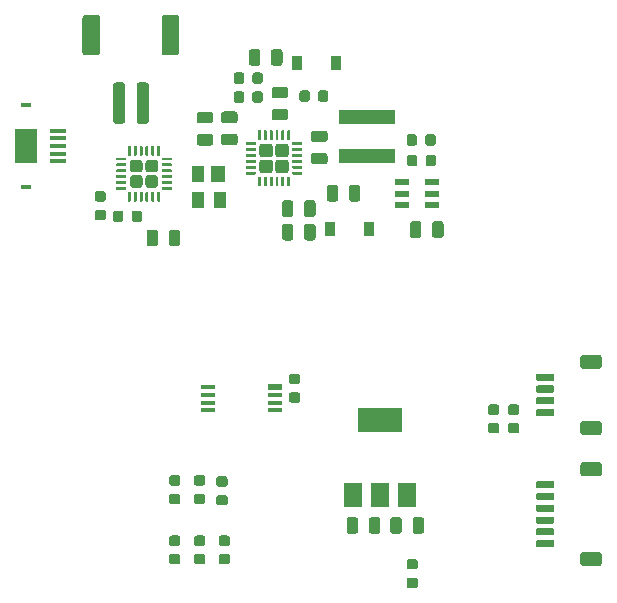
<source format=gtp>
G04 #@! TF.GenerationSoftware,KiCad,Pcbnew,(5.1.5)-3*
G04 #@! TF.CreationDate,2020-04-21T19:07:54+10:00*
G04 #@! TF.ProjectId,Onion_Feather,4f6e696f-6e5f-4466-9561-746865722e6b,rev?*
G04 #@! TF.SameCoordinates,Original*
G04 #@! TF.FileFunction,Paste,Top*
G04 #@! TF.FilePolarity,Positive*
%FSLAX46Y46*%
G04 Gerber Fmt 4.6, Leading zero omitted, Abs format (unit mm)*
G04 Created by KiCad (PCBNEW (5.1.5)-3) date 2020-04-21 19:07:54*
%MOMM*%
%LPD*%
G04 APERTURE LIST*
%ADD10C,0.100000*%
%ADD11R,4.700000X1.200000*%
%ADD12R,0.900000X1.200000*%
%ADD13R,1.500000X2.000000*%
%ADD14R,3.800000X2.000000*%
%ADD15R,0.850000X0.300000*%
%ADD16R,1.900000X2.900000*%
%ADD17R,1.350000X0.400000*%
%ADD18R,1.200000X0.490000*%
%ADD19R,1.200000X0.400000*%
%ADD20R,1.200000X1.400000*%
%ADD21R,1.000000X1.400000*%
%ADD22R,1.250000X0.600000*%
G04 APERTURE END LIST*
D10*
G36*
X124877691Y-77801053D02*
G01*
X124898926Y-77804203D01*
X124919750Y-77809419D01*
X124939962Y-77816651D01*
X124959368Y-77825830D01*
X124977781Y-77836866D01*
X124995024Y-77849654D01*
X125010930Y-77864070D01*
X125025346Y-77879976D01*
X125038134Y-77897219D01*
X125049170Y-77915632D01*
X125058349Y-77935038D01*
X125065581Y-77955250D01*
X125070797Y-77976074D01*
X125073947Y-77997309D01*
X125075000Y-78018750D01*
X125075000Y-78456250D01*
X125073947Y-78477691D01*
X125070797Y-78498926D01*
X125065581Y-78519750D01*
X125058349Y-78539962D01*
X125049170Y-78559368D01*
X125038134Y-78577781D01*
X125025346Y-78595024D01*
X125010930Y-78610930D01*
X124995024Y-78625346D01*
X124977781Y-78638134D01*
X124959368Y-78649170D01*
X124939962Y-78658349D01*
X124919750Y-78665581D01*
X124898926Y-78670797D01*
X124877691Y-78673947D01*
X124856250Y-78675000D01*
X124343750Y-78675000D01*
X124322309Y-78673947D01*
X124301074Y-78670797D01*
X124280250Y-78665581D01*
X124260038Y-78658349D01*
X124240632Y-78649170D01*
X124222219Y-78638134D01*
X124204976Y-78625346D01*
X124189070Y-78610930D01*
X124174654Y-78595024D01*
X124161866Y-78577781D01*
X124150830Y-78559368D01*
X124141651Y-78539962D01*
X124134419Y-78519750D01*
X124129203Y-78498926D01*
X124126053Y-78477691D01*
X124125000Y-78456250D01*
X124125000Y-78018750D01*
X124126053Y-77997309D01*
X124129203Y-77976074D01*
X124134419Y-77955250D01*
X124141651Y-77935038D01*
X124150830Y-77915632D01*
X124161866Y-77897219D01*
X124174654Y-77879976D01*
X124189070Y-77864070D01*
X124204976Y-77849654D01*
X124222219Y-77836866D01*
X124240632Y-77825830D01*
X124260038Y-77816651D01*
X124280250Y-77809419D01*
X124301074Y-77804203D01*
X124322309Y-77801053D01*
X124343750Y-77800000D01*
X124856250Y-77800000D01*
X124877691Y-77801053D01*
G37*
G36*
X124877691Y-76226053D02*
G01*
X124898926Y-76229203D01*
X124919750Y-76234419D01*
X124939962Y-76241651D01*
X124959368Y-76250830D01*
X124977781Y-76261866D01*
X124995024Y-76274654D01*
X125010930Y-76289070D01*
X125025346Y-76304976D01*
X125038134Y-76322219D01*
X125049170Y-76340632D01*
X125058349Y-76360038D01*
X125065581Y-76380250D01*
X125070797Y-76401074D01*
X125073947Y-76422309D01*
X125075000Y-76443750D01*
X125075000Y-76881250D01*
X125073947Y-76902691D01*
X125070797Y-76923926D01*
X125065581Y-76944750D01*
X125058349Y-76964962D01*
X125049170Y-76984368D01*
X125038134Y-77002781D01*
X125025346Y-77020024D01*
X125010930Y-77035930D01*
X124995024Y-77050346D01*
X124977781Y-77063134D01*
X124959368Y-77074170D01*
X124939962Y-77083349D01*
X124919750Y-77090581D01*
X124898926Y-77095797D01*
X124877691Y-77098947D01*
X124856250Y-77100000D01*
X124343750Y-77100000D01*
X124322309Y-77098947D01*
X124301074Y-77095797D01*
X124280250Y-77090581D01*
X124260038Y-77083349D01*
X124240632Y-77074170D01*
X124222219Y-77063134D01*
X124204976Y-77050346D01*
X124189070Y-77035930D01*
X124174654Y-77020024D01*
X124161866Y-77002781D01*
X124150830Y-76984368D01*
X124141651Y-76964962D01*
X124134419Y-76944750D01*
X124129203Y-76923926D01*
X124126053Y-76902691D01*
X124125000Y-76881250D01*
X124125000Y-76443750D01*
X124126053Y-76422309D01*
X124129203Y-76401074D01*
X124134419Y-76380250D01*
X124141651Y-76360038D01*
X124150830Y-76340632D01*
X124161866Y-76322219D01*
X124174654Y-76304976D01*
X124189070Y-76289070D01*
X124204976Y-76274654D01*
X124222219Y-76261866D01*
X124240632Y-76250830D01*
X124260038Y-76241651D01*
X124280250Y-76234419D01*
X124301074Y-76229203D01*
X124322309Y-76226053D01*
X124343750Y-76225000D01*
X124856250Y-76225000D01*
X124877691Y-76226053D01*
G37*
G36*
X126352691Y-77876053D02*
G01*
X126373926Y-77879203D01*
X126394750Y-77884419D01*
X126414962Y-77891651D01*
X126434368Y-77900830D01*
X126452781Y-77911866D01*
X126470024Y-77924654D01*
X126485930Y-77939070D01*
X126500346Y-77954976D01*
X126513134Y-77972219D01*
X126524170Y-77990632D01*
X126533349Y-78010038D01*
X126540581Y-78030250D01*
X126545797Y-78051074D01*
X126548947Y-78072309D01*
X126550000Y-78093750D01*
X126550000Y-78606250D01*
X126548947Y-78627691D01*
X126545797Y-78648926D01*
X126540581Y-78669750D01*
X126533349Y-78689962D01*
X126524170Y-78709368D01*
X126513134Y-78727781D01*
X126500346Y-78745024D01*
X126485930Y-78760930D01*
X126470024Y-78775346D01*
X126452781Y-78788134D01*
X126434368Y-78799170D01*
X126414962Y-78808349D01*
X126394750Y-78815581D01*
X126373926Y-78820797D01*
X126352691Y-78823947D01*
X126331250Y-78825000D01*
X125893750Y-78825000D01*
X125872309Y-78823947D01*
X125851074Y-78820797D01*
X125830250Y-78815581D01*
X125810038Y-78808349D01*
X125790632Y-78799170D01*
X125772219Y-78788134D01*
X125754976Y-78775346D01*
X125739070Y-78760930D01*
X125724654Y-78745024D01*
X125711866Y-78727781D01*
X125700830Y-78709368D01*
X125691651Y-78689962D01*
X125684419Y-78669750D01*
X125679203Y-78648926D01*
X125676053Y-78627691D01*
X125675000Y-78606250D01*
X125675000Y-78093750D01*
X125676053Y-78072309D01*
X125679203Y-78051074D01*
X125684419Y-78030250D01*
X125691651Y-78010038D01*
X125700830Y-77990632D01*
X125711866Y-77972219D01*
X125724654Y-77954976D01*
X125739070Y-77939070D01*
X125754976Y-77924654D01*
X125772219Y-77911866D01*
X125790632Y-77900830D01*
X125810038Y-77891651D01*
X125830250Y-77884419D01*
X125851074Y-77879203D01*
X125872309Y-77876053D01*
X125893750Y-77875000D01*
X126331250Y-77875000D01*
X126352691Y-77876053D01*
G37*
G36*
X127927691Y-77876053D02*
G01*
X127948926Y-77879203D01*
X127969750Y-77884419D01*
X127989962Y-77891651D01*
X128009368Y-77900830D01*
X128027781Y-77911866D01*
X128045024Y-77924654D01*
X128060930Y-77939070D01*
X128075346Y-77954976D01*
X128088134Y-77972219D01*
X128099170Y-77990632D01*
X128108349Y-78010038D01*
X128115581Y-78030250D01*
X128120797Y-78051074D01*
X128123947Y-78072309D01*
X128125000Y-78093750D01*
X128125000Y-78606250D01*
X128123947Y-78627691D01*
X128120797Y-78648926D01*
X128115581Y-78669750D01*
X128108349Y-78689962D01*
X128099170Y-78709368D01*
X128088134Y-78727781D01*
X128075346Y-78745024D01*
X128060930Y-78760930D01*
X128045024Y-78775346D01*
X128027781Y-78788134D01*
X128009368Y-78799170D01*
X127989962Y-78808349D01*
X127969750Y-78815581D01*
X127948926Y-78820797D01*
X127927691Y-78823947D01*
X127906250Y-78825000D01*
X127468750Y-78825000D01*
X127447309Y-78823947D01*
X127426074Y-78820797D01*
X127405250Y-78815581D01*
X127385038Y-78808349D01*
X127365632Y-78799170D01*
X127347219Y-78788134D01*
X127329976Y-78775346D01*
X127314070Y-78760930D01*
X127299654Y-78745024D01*
X127286866Y-78727781D01*
X127275830Y-78709368D01*
X127266651Y-78689962D01*
X127259419Y-78669750D01*
X127254203Y-78648926D01*
X127251053Y-78627691D01*
X127250000Y-78606250D01*
X127250000Y-78093750D01*
X127251053Y-78072309D01*
X127254203Y-78051074D01*
X127259419Y-78030250D01*
X127266651Y-78010038D01*
X127275830Y-77990632D01*
X127286866Y-77972219D01*
X127299654Y-77954976D01*
X127314070Y-77939070D01*
X127329976Y-77924654D01*
X127347219Y-77911866D01*
X127365632Y-77900830D01*
X127385038Y-77891651D01*
X127405250Y-77884419D01*
X127426074Y-77879203D01*
X127447309Y-77876053D01*
X127468750Y-77875000D01*
X127906250Y-77875000D01*
X127927691Y-77876053D01*
G37*
D11*
X147180000Y-73235000D03*
X147180000Y-69925000D03*
D12*
X144550000Y-65400000D03*
X141250000Y-65400000D03*
D10*
G36*
X142605142Y-77001174D02*
G01*
X142628803Y-77004684D01*
X142652007Y-77010496D01*
X142674529Y-77018554D01*
X142696153Y-77028782D01*
X142716670Y-77041079D01*
X142735883Y-77055329D01*
X142753607Y-77071393D01*
X142769671Y-77089117D01*
X142783921Y-77108330D01*
X142796218Y-77128847D01*
X142806446Y-77150471D01*
X142814504Y-77172993D01*
X142820316Y-77196197D01*
X142823826Y-77219858D01*
X142825000Y-77243750D01*
X142825000Y-78156250D01*
X142823826Y-78180142D01*
X142820316Y-78203803D01*
X142814504Y-78227007D01*
X142806446Y-78249529D01*
X142796218Y-78271153D01*
X142783921Y-78291670D01*
X142769671Y-78310883D01*
X142753607Y-78328607D01*
X142735883Y-78344671D01*
X142716670Y-78358921D01*
X142696153Y-78371218D01*
X142674529Y-78381446D01*
X142652007Y-78389504D01*
X142628803Y-78395316D01*
X142605142Y-78398826D01*
X142581250Y-78400000D01*
X142093750Y-78400000D01*
X142069858Y-78398826D01*
X142046197Y-78395316D01*
X142022993Y-78389504D01*
X142000471Y-78381446D01*
X141978847Y-78371218D01*
X141958330Y-78358921D01*
X141939117Y-78344671D01*
X141921393Y-78328607D01*
X141905329Y-78310883D01*
X141891079Y-78291670D01*
X141878782Y-78271153D01*
X141868554Y-78249529D01*
X141860496Y-78227007D01*
X141854684Y-78203803D01*
X141851174Y-78180142D01*
X141850000Y-78156250D01*
X141850000Y-77243750D01*
X141851174Y-77219858D01*
X141854684Y-77196197D01*
X141860496Y-77172993D01*
X141868554Y-77150471D01*
X141878782Y-77128847D01*
X141891079Y-77108330D01*
X141905329Y-77089117D01*
X141921393Y-77071393D01*
X141939117Y-77055329D01*
X141958330Y-77041079D01*
X141978847Y-77028782D01*
X142000471Y-77018554D01*
X142022993Y-77010496D01*
X142046197Y-77004684D01*
X142069858Y-77001174D01*
X142093750Y-77000000D01*
X142581250Y-77000000D01*
X142605142Y-77001174D01*
G37*
G36*
X140730142Y-77001174D02*
G01*
X140753803Y-77004684D01*
X140777007Y-77010496D01*
X140799529Y-77018554D01*
X140821153Y-77028782D01*
X140841670Y-77041079D01*
X140860883Y-77055329D01*
X140878607Y-77071393D01*
X140894671Y-77089117D01*
X140908921Y-77108330D01*
X140921218Y-77128847D01*
X140931446Y-77150471D01*
X140939504Y-77172993D01*
X140945316Y-77196197D01*
X140948826Y-77219858D01*
X140950000Y-77243750D01*
X140950000Y-78156250D01*
X140948826Y-78180142D01*
X140945316Y-78203803D01*
X140939504Y-78227007D01*
X140931446Y-78249529D01*
X140921218Y-78271153D01*
X140908921Y-78291670D01*
X140894671Y-78310883D01*
X140878607Y-78328607D01*
X140860883Y-78344671D01*
X140841670Y-78358921D01*
X140821153Y-78371218D01*
X140799529Y-78381446D01*
X140777007Y-78389504D01*
X140753803Y-78395316D01*
X140730142Y-78398826D01*
X140706250Y-78400000D01*
X140218750Y-78400000D01*
X140194858Y-78398826D01*
X140171197Y-78395316D01*
X140147993Y-78389504D01*
X140125471Y-78381446D01*
X140103847Y-78371218D01*
X140083330Y-78358921D01*
X140064117Y-78344671D01*
X140046393Y-78328607D01*
X140030329Y-78310883D01*
X140016079Y-78291670D01*
X140003782Y-78271153D01*
X139993554Y-78249529D01*
X139985496Y-78227007D01*
X139979684Y-78203803D01*
X139976174Y-78180142D01*
X139975000Y-78156250D01*
X139975000Y-77243750D01*
X139976174Y-77219858D01*
X139979684Y-77196197D01*
X139985496Y-77172993D01*
X139993554Y-77150471D01*
X140003782Y-77128847D01*
X140016079Y-77108330D01*
X140030329Y-77089117D01*
X140046393Y-77071393D01*
X140064117Y-77055329D01*
X140083330Y-77041079D01*
X140103847Y-77028782D01*
X140125471Y-77018554D01*
X140147993Y-77010496D01*
X140171197Y-77004684D01*
X140194858Y-77001174D01*
X140218750Y-77000000D01*
X140706250Y-77000000D01*
X140730142Y-77001174D01*
G37*
G36*
X146405142Y-75701174D02*
G01*
X146428803Y-75704684D01*
X146452007Y-75710496D01*
X146474529Y-75718554D01*
X146496153Y-75728782D01*
X146516670Y-75741079D01*
X146535883Y-75755329D01*
X146553607Y-75771393D01*
X146569671Y-75789117D01*
X146583921Y-75808330D01*
X146596218Y-75828847D01*
X146606446Y-75850471D01*
X146614504Y-75872993D01*
X146620316Y-75896197D01*
X146623826Y-75919858D01*
X146625000Y-75943750D01*
X146625000Y-76856250D01*
X146623826Y-76880142D01*
X146620316Y-76903803D01*
X146614504Y-76927007D01*
X146606446Y-76949529D01*
X146596218Y-76971153D01*
X146583921Y-76991670D01*
X146569671Y-77010883D01*
X146553607Y-77028607D01*
X146535883Y-77044671D01*
X146516670Y-77058921D01*
X146496153Y-77071218D01*
X146474529Y-77081446D01*
X146452007Y-77089504D01*
X146428803Y-77095316D01*
X146405142Y-77098826D01*
X146381250Y-77100000D01*
X145893750Y-77100000D01*
X145869858Y-77098826D01*
X145846197Y-77095316D01*
X145822993Y-77089504D01*
X145800471Y-77081446D01*
X145778847Y-77071218D01*
X145758330Y-77058921D01*
X145739117Y-77044671D01*
X145721393Y-77028607D01*
X145705329Y-77010883D01*
X145691079Y-76991670D01*
X145678782Y-76971153D01*
X145668554Y-76949529D01*
X145660496Y-76927007D01*
X145654684Y-76903803D01*
X145651174Y-76880142D01*
X145650000Y-76856250D01*
X145650000Y-75943750D01*
X145651174Y-75919858D01*
X145654684Y-75896197D01*
X145660496Y-75872993D01*
X145668554Y-75850471D01*
X145678782Y-75828847D01*
X145691079Y-75808330D01*
X145705329Y-75789117D01*
X145721393Y-75771393D01*
X145739117Y-75755329D01*
X145758330Y-75741079D01*
X145778847Y-75728782D01*
X145800471Y-75718554D01*
X145822993Y-75710496D01*
X145846197Y-75704684D01*
X145869858Y-75701174D01*
X145893750Y-75700000D01*
X146381250Y-75700000D01*
X146405142Y-75701174D01*
G37*
G36*
X144530142Y-75701174D02*
G01*
X144553803Y-75704684D01*
X144577007Y-75710496D01*
X144599529Y-75718554D01*
X144621153Y-75728782D01*
X144641670Y-75741079D01*
X144660883Y-75755329D01*
X144678607Y-75771393D01*
X144694671Y-75789117D01*
X144708921Y-75808330D01*
X144721218Y-75828847D01*
X144731446Y-75850471D01*
X144739504Y-75872993D01*
X144745316Y-75896197D01*
X144748826Y-75919858D01*
X144750000Y-75943750D01*
X144750000Y-76856250D01*
X144748826Y-76880142D01*
X144745316Y-76903803D01*
X144739504Y-76927007D01*
X144731446Y-76949529D01*
X144721218Y-76971153D01*
X144708921Y-76991670D01*
X144694671Y-77010883D01*
X144678607Y-77028607D01*
X144660883Y-77044671D01*
X144641670Y-77058921D01*
X144621153Y-77071218D01*
X144599529Y-77081446D01*
X144577007Y-77089504D01*
X144553803Y-77095316D01*
X144530142Y-77098826D01*
X144506250Y-77100000D01*
X144018750Y-77100000D01*
X143994858Y-77098826D01*
X143971197Y-77095316D01*
X143947993Y-77089504D01*
X143925471Y-77081446D01*
X143903847Y-77071218D01*
X143883330Y-77058921D01*
X143864117Y-77044671D01*
X143846393Y-77028607D01*
X143830329Y-77010883D01*
X143816079Y-76991670D01*
X143803782Y-76971153D01*
X143793554Y-76949529D01*
X143785496Y-76927007D01*
X143779684Y-76903803D01*
X143776174Y-76880142D01*
X143775000Y-76856250D01*
X143775000Y-75943750D01*
X143776174Y-75919858D01*
X143779684Y-75896197D01*
X143785496Y-75872993D01*
X143793554Y-75850471D01*
X143803782Y-75828847D01*
X143816079Y-75808330D01*
X143830329Y-75789117D01*
X143846393Y-75771393D01*
X143864117Y-75755329D01*
X143883330Y-75741079D01*
X143903847Y-75728782D01*
X143925471Y-75718554D01*
X143947993Y-75710496D01*
X143971197Y-75704684D01*
X143994858Y-75701174D01*
X144018750Y-75700000D01*
X144506250Y-75700000D01*
X144530142Y-75701174D01*
G37*
G36*
X153445142Y-78771174D02*
G01*
X153468803Y-78774684D01*
X153492007Y-78780496D01*
X153514529Y-78788554D01*
X153536153Y-78798782D01*
X153556670Y-78811079D01*
X153575883Y-78825329D01*
X153593607Y-78841393D01*
X153609671Y-78859117D01*
X153623921Y-78878330D01*
X153636218Y-78898847D01*
X153646446Y-78920471D01*
X153654504Y-78942993D01*
X153660316Y-78966197D01*
X153663826Y-78989858D01*
X153665000Y-79013750D01*
X153665000Y-79926250D01*
X153663826Y-79950142D01*
X153660316Y-79973803D01*
X153654504Y-79997007D01*
X153646446Y-80019529D01*
X153636218Y-80041153D01*
X153623921Y-80061670D01*
X153609671Y-80080883D01*
X153593607Y-80098607D01*
X153575883Y-80114671D01*
X153556670Y-80128921D01*
X153536153Y-80141218D01*
X153514529Y-80151446D01*
X153492007Y-80159504D01*
X153468803Y-80165316D01*
X153445142Y-80168826D01*
X153421250Y-80170000D01*
X152933750Y-80170000D01*
X152909858Y-80168826D01*
X152886197Y-80165316D01*
X152862993Y-80159504D01*
X152840471Y-80151446D01*
X152818847Y-80141218D01*
X152798330Y-80128921D01*
X152779117Y-80114671D01*
X152761393Y-80098607D01*
X152745329Y-80080883D01*
X152731079Y-80061670D01*
X152718782Y-80041153D01*
X152708554Y-80019529D01*
X152700496Y-79997007D01*
X152694684Y-79973803D01*
X152691174Y-79950142D01*
X152690000Y-79926250D01*
X152690000Y-79013750D01*
X152691174Y-78989858D01*
X152694684Y-78966197D01*
X152700496Y-78942993D01*
X152708554Y-78920471D01*
X152718782Y-78898847D01*
X152731079Y-78878330D01*
X152745329Y-78859117D01*
X152761393Y-78841393D01*
X152779117Y-78825329D01*
X152798330Y-78811079D01*
X152818847Y-78798782D01*
X152840471Y-78788554D01*
X152862993Y-78780496D01*
X152886197Y-78774684D01*
X152909858Y-78771174D01*
X152933750Y-78770000D01*
X153421250Y-78770000D01*
X153445142Y-78771174D01*
G37*
G36*
X151570142Y-78771174D02*
G01*
X151593803Y-78774684D01*
X151617007Y-78780496D01*
X151639529Y-78788554D01*
X151661153Y-78798782D01*
X151681670Y-78811079D01*
X151700883Y-78825329D01*
X151718607Y-78841393D01*
X151734671Y-78859117D01*
X151748921Y-78878330D01*
X151761218Y-78898847D01*
X151771446Y-78920471D01*
X151779504Y-78942993D01*
X151785316Y-78966197D01*
X151788826Y-78989858D01*
X151790000Y-79013750D01*
X151790000Y-79926250D01*
X151788826Y-79950142D01*
X151785316Y-79973803D01*
X151779504Y-79997007D01*
X151771446Y-80019529D01*
X151761218Y-80041153D01*
X151748921Y-80061670D01*
X151734671Y-80080883D01*
X151718607Y-80098607D01*
X151700883Y-80114671D01*
X151681670Y-80128921D01*
X151661153Y-80141218D01*
X151639529Y-80151446D01*
X151617007Y-80159504D01*
X151593803Y-80165316D01*
X151570142Y-80168826D01*
X151546250Y-80170000D01*
X151058750Y-80170000D01*
X151034858Y-80168826D01*
X151011197Y-80165316D01*
X150987993Y-80159504D01*
X150965471Y-80151446D01*
X150943847Y-80141218D01*
X150923330Y-80128921D01*
X150904117Y-80114671D01*
X150886393Y-80098607D01*
X150870329Y-80080883D01*
X150856079Y-80061670D01*
X150843782Y-80041153D01*
X150833554Y-80019529D01*
X150825496Y-79997007D01*
X150819684Y-79973803D01*
X150816174Y-79950142D01*
X150815000Y-79926250D01*
X150815000Y-79013750D01*
X150816174Y-78989858D01*
X150819684Y-78966197D01*
X150825496Y-78942993D01*
X150833554Y-78920471D01*
X150843782Y-78898847D01*
X150856079Y-78878330D01*
X150870329Y-78859117D01*
X150886393Y-78841393D01*
X150904117Y-78825329D01*
X150923330Y-78811079D01*
X150943847Y-78798782D01*
X150965471Y-78788554D01*
X150987993Y-78780496D01*
X151011197Y-78774684D01*
X151034858Y-78771174D01*
X151058750Y-78770000D01*
X151546250Y-78770000D01*
X151570142Y-78771174D01*
G37*
G36*
X142605142Y-79001174D02*
G01*
X142628803Y-79004684D01*
X142652007Y-79010496D01*
X142674529Y-79018554D01*
X142696153Y-79028782D01*
X142716670Y-79041079D01*
X142735883Y-79055329D01*
X142753607Y-79071393D01*
X142769671Y-79089117D01*
X142783921Y-79108330D01*
X142796218Y-79128847D01*
X142806446Y-79150471D01*
X142814504Y-79172993D01*
X142820316Y-79196197D01*
X142823826Y-79219858D01*
X142825000Y-79243750D01*
X142825000Y-80156250D01*
X142823826Y-80180142D01*
X142820316Y-80203803D01*
X142814504Y-80227007D01*
X142806446Y-80249529D01*
X142796218Y-80271153D01*
X142783921Y-80291670D01*
X142769671Y-80310883D01*
X142753607Y-80328607D01*
X142735883Y-80344671D01*
X142716670Y-80358921D01*
X142696153Y-80371218D01*
X142674529Y-80381446D01*
X142652007Y-80389504D01*
X142628803Y-80395316D01*
X142605142Y-80398826D01*
X142581250Y-80400000D01*
X142093750Y-80400000D01*
X142069858Y-80398826D01*
X142046197Y-80395316D01*
X142022993Y-80389504D01*
X142000471Y-80381446D01*
X141978847Y-80371218D01*
X141958330Y-80358921D01*
X141939117Y-80344671D01*
X141921393Y-80328607D01*
X141905329Y-80310883D01*
X141891079Y-80291670D01*
X141878782Y-80271153D01*
X141868554Y-80249529D01*
X141860496Y-80227007D01*
X141854684Y-80203803D01*
X141851174Y-80180142D01*
X141850000Y-80156250D01*
X141850000Y-79243750D01*
X141851174Y-79219858D01*
X141854684Y-79196197D01*
X141860496Y-79172993D01*
X141868554Y-79150471D01*
X141878782Y-79128847D01*
X141891079Y-79108330D01*
X141905329Y-79089117D01*
X141921393Y-79071393D01*
X141939117Y-79055329D01*
X141958330Y-79041079D01*
X141978847Y-79028782D01*
X142000471Y-79018554D01*
X142022993Y-79010496D01*
X142046197Y-79004684D01*
X142069858Y-79001174D01*
X142093750Y-79000000D01*
X142581250Y-79000000D01*
X142605142Y-79001174D01*
G37*
G36*
X140730142Y-79001174D02*
G01*
X140753803Y-79004684D01*
X140777007Y-79010496D01*
X140799529Y-79018554D01*
X140821153Y-79028782D01*
X140841670Y-79041079D01*
X140860883Y-79055329D01*
X140878607Y-79071393D01*
X140894671Y-79089117D01*
X140908921Y-79108330D01*
X140921218Y-79128847D01*
X140931446Y-79150471D01*
X140939504Y-79172993D01*
X140945316Y-79196197D01*
X140948826Y-79219858D01*
X140950000Y-79243750D01*
X140950000Y-80156250D01*
X140948826Y-80180142D01*
X140945316Y-80203803D01*
X140939504Y-80227007D01*
X140931446Y-80249529D01*
X140921218Y-80271153D01*
X140908921Y-80291670D01*
X140894671Y-80310883D01*
X140878607Y-80328607D01*
X140860883Y-80344671D01*
X140841670Y-80358921D01*
X140821153Y-80371218D01*
X140799529Y-80381446D01*
X140777007Y-80389504D01*
X140753803Y-80395316D01*
X140730142Y-80398826D01*
X140706250Y-80400000D01*
X140218750Y-80400000D01*
X140194858Y-80398826D01*
X140171197Y-80395316D01*
X140147993Y-80389504D01*
X140125471Y-80381446D01*
X140103847Y-80371218D01*
X140083330Y-80358921D01*
X140064117Y-80344671D01*
X140046393Y-80328607D01*
X140030329Y-80310883D01*
X140016079Y-80291670D01*
X140003782Y-80271153D01*
X139993554Y-80249529D01*
X139985496Y-80227007D01*
X139979684Y-80203803D01*
X139976174Y-80180142D01*
X139975000Y-80156250D01*
X139975000Y-79243750D01*
X139976174Y-79219858D01*
X139979684Y-79196197D01*
X139985496Y-79172993D01*
X139993554Y-79150471D01*
X140003782Y-79128847D01*
X140016079Y-79108330D01*
X140030329Y-79089117D01*
X140046393Y-79071393D01*
X140064117Y-79055329D01*
X140083330Y-79041079D01*
X140103847Y-79028782D01*
X140125471Y-79018554D01*
X140147993Y-79010496D01*
X140171197Y-79004684D01*
X140194858Y-79001174D01*
X140218750Y-79000000D01*
X140706250Y-79000000D01*
X140730142Y-79001174D01*
G37*
G36*
X143615142Y-71096174D02*
G01*
X143638803Y-71099684D01*
X143662007Y-71105496D01*
X143684529Y-71113554D01*
X143706153Y-71123782D01*
X143726670Y-71136079D01*
X143745883Y-71150329D01*
X143763607Y-71166393D01*
X143779671Y-71184117D01*
X143793921Y-71203330D01*
X143806218Y-71223847D01*
X143816446Y-71245471D01*
X143824504Y-71267993D01*
X143830316Y-71291197D01*
X143833826Y-71314858D01*
X143835000Y-71338750D01*
X143835000Y-71826250D01*
X143833826Y-71850142D01*
X143830316Y-71873803D01*
X143824504Y-71897007D01*
X143816446Y-71919529D01*
X143806218Y-71941153D01*
X143793921Y-71961670D01*
X143779671Y-71980883D01*
X143763607Y-71998607D01*
X143745883Y-72014671D01*
X143726670Y-72028921D01*
X143706153Y-72041218D01*
X143684529Y-72051446D01*
X143662007Y-72059504D01*
X143638803Y-72065316D01*
X143615142Y-72068826D01*
X143591250Y-72070000D01*
X142678750Y-72070000D01*
X142654858Y-72068826D01*
X142631197Y-72065316D01*
X142607993Y-72059504D01*
X142585471Y-72051446D01*
X142563847Y-72041218D01*
X142543330Y-72028921D01*
X142524117Y-72014671D01*
X142506393Y-71998607D01*
X142490329Y-71980883D01*
X142476079Y-71961670D01*
X142463782Y-71941153D01*
X142453554Y-71919529D01*
X142445496Y-71897007D01*
X142439684Y-71873803D01*
X142436174Y-71850142D01*
X142435000Y-71826250D01*
X142435000Y-71338750D01*
X142436174Y-71314858D01*
X142439684Y-71291197D01*
X142445496Y-71267993D01*
X142453554Y-71245471D01*
X142463782Y-71223847D01*
X142476079Y-71203330D01*
X142490329Y-71184117D01*
X142506393Y-71166393D01*
X142524117Y-71150329D01*
X142543330Y-71136079D01*
X142563847Y-71123782D01*
X142585471Y-71113554D01*
X142607993Y-71105496D01*
X142631197Y-71099684D01*
X142654858Y-71096174D01*
X142678750Y-71095000D01*
X143591250Y-71095000D01*
X143615142Y-71096174D01*
G37*
G36*
X143615142Y-72971174D02*
G01*
X143638803Y-72974684D01*
X143662007Y-72980496D01*
X143684529Y-72988554D01*
X143706153Y-72998782D01*
X143726670Y-73011079D01*
X143745883Y-73025329D01*
X143763607Y-73041393D01*
X143779671Y-73059117D01*
X143793921Y-73078330D01*
X143806218Y-73098847D01*
X143816446Y-73120471D01*
X143824504Y-73142993D01*
X143830316Y-73166197D01*
X143833826Y-73189858D01*
X143835000Y-73213750D01*
X143835000Y-73701250D01*
X143833826Y-73725142D01*
X143830316Y-73748803D01*
X143824504Y-73772007D01*
X143816446Y-73794529D01*
X143806218Y-73816153D01*
X143793921Y-73836670D01*
X143779671Y-73855883D01*
X143763607Y-73873607D01*
X143745883Y-73889671D01*
X143726670Y-73903921D01*
X143706153Y-73916218D01*
X143684529Y-73926446D01*
X143662007Y-73934504D01*
X143638803Y-73940316D01*
X143615142Y-73943826D01*
X143591250Y-73945000D01*
X142678750Y-73945000D01*
X142654858Y-73943826D01*
X142631197Y-73940316D01*
X142607993Y-73934504D01*
X142585471Y-73926446D01*
X142563847Y-73916218D01*
X142543330Y-73903921D01*
X142524117Y-73889671D01*
X142506393Y-73873607D01*
X142490329Y-73855883D01*
X142476079Y-73836670D01*
X142463782Y-73816153D01*
X142453554Y-73794529D01*
X142445496Y-73772007D01*
X142439684Y-73748803D01*
X142436174Y-73725142D01*
X142435000Y-73701250D01*
X142435000Y-73213750D01*
X142436174Y-73189858D01*
X142439684Y-73166197D01*
X142445496Y-73142993D01*
X142453554Y-73120471D01*
X142463782Y-73098847D01*
X142476079Y-73078330D01*
X142490329Y-73059117D01*
X142506393Y-73041393D01*
X142524117Y-73025329D01*
X142543330Y-73011079D01*
X142563847Y-72998782D01*
X142585471Y-72988554D01*
X142607993Y-72980496D01*
X142631197Y-72974684D01*
X142654858Y-72971174D01*
X142678750Y-72970000D01*
X143591250Y-72970000D01*
X143615142Y-72971174D01*
G37*
G36*
X139805142Y-64201174D02*
G01*
X139828803Y-64204684D01*
X139852007Y-64210496D01*
X139874529Y-64218554D01*
X139896153Y-64228782D01*
X139916670Y-64241079D01*
X139935883Y-64255329D01*
X139953607Y-64271393D01*
X139969671Y-64289117D01*
X139983921Y-64308330D01*
X139996218Y-64328847D01*
X140006446Y-64350471D01*
X140014504Y-64372993D01*
X140020316Y-64396197D01*
X140023826Y-64419858D01*
X140025000Y-64443750D01*
X140025000Y-65356250D01*
X140023826Y-65380142D01*
X140020316Y-65403803D01*
X140014504Y-65427007D01*
X140006446Y-65449529D01*
X139996218Y-65471153D01*
X139983921Y-65491670D01*
X139969671Y-65510883D01*
X139953607Y-65528607D01*
X139935883Y-65544671D01*
X139916670Y-65558921D01*
X139896153Y-65571218D01*
X139874529Y-65581446D01*
X139852007Y-65589504D01*
X139828803Y-65595316D01*
X139805142Y-65598826D01*
X139781250Y-65600000D01*
X139293750Y-65600000D01*
X139269858Y-65598826D01*
X139246197Y-65595316D01*
X139222993Y-65589504D01*
X139200471Y-65581446D01*
X139178847Y-65571218D01*
X139158330Y-65558921D01*
X139139117Y-65544671D01*
X139121393Y-65528607D01*
X139105329Y-65510883D01*
X139091079Y-65491670D01*
X139078782Y-65471153D01*
X139068554Y-65449529D01*
X139060496Y-65427007D01*
X139054684Y-65403803D01*
X139051174Y-65380142D01*
X139050000Y-65356250D01*
X139050000Y-64443750D01*
X139051174Y-64419858D01*
X139054684Y-64396197D01*
X139060496Y-64372993D01*
X139068554Y-64350471D01*
X139078782Y-64328847D01*
X139091079Y-64308330D01*
X139105329Y-64289117D01*
X139121393Y-64271393D01*
X139139117Y-64255329D01*
X139158330Y-64241079D01*
X139178847Y-64228782D01*
X139200471Y-64218554D01*
X139222993Y-64210496D01*
X139246197Y-64204684D01*
X139269858Y-64201174D01*
X139293750Y-64200000D01*
X139781250Y-64200000D01*
X139805142Y-64201174D01*
G37*
G36*
X137930142Y-64201174D02*
G01*
X137953803Y-64204684D01*
X137977007Y-64210496D01*
X137999529Y-64218554D01*
X138021153Y-64228782D01*
X138041670Y-64241079D01*
X138060883Y-64255329D01*
X138078607Y-64271393D01*
X138094671Y-64289117D01*
X138108921Y-64308330D01*
X138121218Y-64328847D01*
X138131446Y-64350471D01*
X138139504Y-64372993D01*
X138145316Y-64396197D01*
X138148826Y-64419858D01*
X138150000Y-64443750D01*
X138150000Y-65356250D01*
X138148826Y-65380142D01*
X138145316Y-65403803D01*
X138139504Y-65427007D01*
X138131446Y-65449529D01*
X138121218Y-65471153D01*
X138108921Y-65491670D01*
X138094671Y-65510883D01*
X138078607Y-65528607D01*
X138060883Y-65544671D01*
X138041670Y-65558921D01*
X138021153Y-65571218D01*
X137999529Y-65581446D01*
X137977007Y-65589504D01*
X137953803Y-65595316D01*
X137930142Y-65598826D01*
X137906250Y-65600000D01*
X137418750Y-65600000D01*
X137394858Y-65598826D01*
X137371197Y-65595316D01*
X137347993Y-65589504D01*
X137325471Y-65581446D01*
X137303847Y-65571218D01*
X137283330Y-65558921D01*
X137264117Y-65544671D01*
X137246393Y-65528607D01*
X137230329Y-65510883D01*
X137216079Y-65491670D01*
X137203782Y-65471153D01*
X137193554Y-65449529D01*
X137185496Y-65427007D01*
X137179684Y-65403803D01*
X137176174Y-65380142D01*
X137175000Y-65356250D01*
X137175000Y-64443750D01*
X137176174Y-64419858D01*
X137179684Y-64396197D01*
X137185496Y-64372993D01*
X137193554Y-64350471D01*
X137203782Y-64328847D01*
X137216079Y-64308330D01*
X137230329Y-64289117D01*
X137246393Y-64271393D01*
X137264117Y-64255329D01*
X137283330Y-64241079D01*
X137303847Y-64228782D01*
X137325471Y-64218554D01*
X137347993Y-64210496D01*
X137371197Y-64204684D01*
X137394858Y-64201174D01*
X137418750Y-64200000D01*
X137906250Y-64200000D01*
X137930142Y-64201174D01*
G37*
G36*
X138157691Y-66176053D02*
G01*
X138178926Y-66179203D01*
X138199750Y-66184419D01*
X138219962Y-66191651D01*
X138239368Y-66200830D01*
X138257781Y-66211866D01*
X138275024Y-66224654D01*
X138290930Y-66239070D01*
X138305346Y-66254976D01*
X138318134Y-66272219D01*
X138329170Y-66290632D01*
X138338349Y-66310038D01*
X138345581Y-66330250D01*
X138350797Y-66351074D01*
X138353947Y-66372309D01*
X138355000Y-66393750D01*
X138355000Y-66906250D01*
X138353947Y-66927691D01*
X138350797Y-66948926D01*
X138345581Y-66969750D01*
X138338349Y-66989962D01*
X138329170Y-67009368D01*
X138318134Y-67027781D01*
X138305346Y-67045024D01*
X138290930Y-67060930D01*
X138275024Y-67075346D01*
X138257781Y-67088134D01*
X138239368Y-67099170D01*
X138219962Y-67108349D01*
X138199750Y-67115581D01*
X138178926Y-67120797D01*
X138157691Y-67123947D01*
X138136250Y-67125000D01*
X137698750Y-67125000D01*
X137677309Y-67123947D01*
X137656074Y-67120797D01*
X137635250Y-67115581D01*
X137615038Y-67108349D01*
X137595632Y-67099170D01*
X137577219Y-67088134D01*
X137559976Y-67075346D01*
X137544070Y-67060930D01*
X137529654Y-67045024D01*
X137516866Y-67027781D01*
X137505830Y-67009368D01*
X137496651Y-66989962D01*
X137489419Y-66969750D01*
X137484203Y-66948926D01*
X137481053Y-66927691D01*
X137480000Y-66906250D01*
X137480000Y-66393750D01*
X137481053Y-66372309D01*
X137484203Y-66351074D01*
X137489419Y-66330250D01*
X137496651Y-66310038D01*
X137505830Y-66290632D01*
X137516866Y-66272219D01*
X137529654Y-66254976D01*
X137544070Y-66239070D01*
X137559976Y-66224654D01*
X137577219Y-66211866D01*
X137595632Y-66200830D01*
X137615038Y-66191651D01*
X137635250Y-66184419D01*
X137656074Y-66179203D01*
X137677309Y-66176053D01*
X137698750Y-66175000D01*
X138136250Y-66175000D01*
X138157691Y-66176053D01*
G37*
G36*
X136582691Y-66176053D02*
G01*
X136603926Y-66179203D01*
X136624750Y-66184419D01*
X136644962Y-66191651D01*
X136664368Y-66200830D01*
X136682781Y-66211866D01*
X136700024Y-66224654D01*
X136715930Y-66239070D01*
X136730346Y-66254976D01*
X136743134Y-66272219D01*
X136754170Y-66290632D01*
X136763349Y-66310038D01*
X136770581Y-66330250D01*
X136775797Y-66351074D01*
X136778947Y-66372309D01*
X136780000Y-66393750D01*
X136780000Y-66906250D01*
X136778947Y-66927691D01*
X136775797Y-66948926D01*
X136770581Y-66969750D01*
X136763349Y-66989962D01*
X136754170Y-67009368D01*
X136743134Y-67027781D01*
X136730346Y-67045024D01*
X136715930Y-67060930D01*
X136700024Y-67075346D01*
X136682781Y-67088134D01*
X136664368Y-67099170D01*
X136644962Y-67108349D01*
X136624750Y-67115581D01*
X136603926Y-67120797D01*
X136582691Y-67123947D01*
X136561250Y-67125000D01*
X136123750Y-67125000D01*
X136102309Y-67123947D01*
X136081074Y-67120797D01*
X136060250Y-67115581D01*
X136040038Y-67108349D01*
X136020632Y-67099170D01*
X136002219Y-67088134D01*
X135984976Y-67075346D01*
X135969070Y-67060930D01*
X135954654Y-67045024D01*
X135941866Y-67027781D01*
X135930830Y-67009368D01*
X135921651Y-66989962D01*
X135914419Y-66969750D01*
X135909203Y-66948926D01*
X135906053Y-66927691D01*
X135905000Y-66906250D01*
X135905000Y-66393750D01*
X135906053Y-66372309D01*
X135909203Y-66351074D01*
X135914419Y-66330250D01*
X135921651Y-66310038D01*
X135930830Y-66290632D01*
X135941866Y-66272219D01*
X135954654Y-66254976D01*
X135969070Y-66239070D01*
X135984976Y-66224654D01*
X136002219Y-66211866D01*
X136020632Y-66200830D01*
X136040038Y-66191651D01*
X136060250Y-66184419D01*
X136081074Y-66179203D01*
X136102309Y-66176053D01*
X136123750Y-66175000D01*
X136561250Y-66175000D01*
X136582691Y-66176053D01*
G37*
G36*
X138157691Y-67776053D02*
G01*
X138178926Y-67779203D01*
X138199750Y-67784419D01*
X138219962Y-67791651D01*
X138239368Y-67800830D01*
X138257781Y-67811866D01*
X138275024Y-67824654D01*
X138290930Y-67839070D01*
X138305346Y-67854976D01*
X138318134Y-67872219D01*
X138329170Y-67890632D01*
X138338349Y-67910038D01*
X138345581Y-67930250D01*
X138350797Y-67951074D01*
X138353947Y-67972309D01*
X138355000Y-67993750D01*
X138355000Y-68506250D01*
X138353947Y-68527691D01*
X138350797Y-68548926D01*
X138345581Y-68569750D01*
X138338349Y-68589962D01*
X138329170Y-68609368D01*
X138318134Y-68627781D01*
X138305346Y-68645024D01*
X138290930Y-68660930D01*
X138275024Y-68675346D01*
X138257781Y-68688134D01*
X138239368Y-68699170D01*
X138219962Y-68708349D01*
X138199750Y-68715581D01*
X138178926Y-68720797D01*
X138157691Y-68723947D01*
X138136250Y-68725000D01*
X137698750Y-68725000D01*
X137677309Y-68723947D01*
X137656074Y-68720797D01*
X137635250Y-68715581D01*
X137615038Y-68708349D01*
X137595632Y-68699170D01*
X137577219Y-68688134D01*
X137559976Y-68675346D01*
X137544070Y-68660930D01*
X137529654Y-68645024D01*
X137516866Y-68627781D01*
X137505830Y-68609368D01*
X137496651Y-68589962D01*
X137489419Y-68569750D01*
X137484203Y-68548926D01*
X137481053Y-68527691D01*
X137480000Y-68506250D01*
X137480000Y-67993750D01*
X137481053Y-67972309D01*
X137484203Y-67951074D01*
X137489419Y-67930250D01*
X137496651Y-67910038D01*
X137505830Y-67890632D01*
X137516866Y-67872219D01*
X137529654Y-67854976D01*
X137544070Y-67839070D01*
X137559976Y-67824654D01*
X137577219Y-67811866D01*
X137595632Y-67800830D01*
X137615038Y-67791651D01*
X137635250Y-67784419D01*
X137656074Y-67779203D01*
X137677309Y-67776053D01*
X137698750Y-67775000D01*
X138136250Y-67775000D01*
X138157691Y-67776053D01*
G37*
G36*
X136582691Y-67776053D02*
G01*
X136603926Y-67779203D01*
X136624750Y-67784419D01*
X136644962Y-67791651D01*
X136664368Y-67800830D01*
X136682781Y-67811866D01*
X136700024Y-67824654D01*
X136715930Y-67839070D01*
X136730346Y-67854976D01*
X136743134Y-67872219D01*
X136754170Y-67890632D01*
X136763349Y-67910038D01*
X136770581Y-67930250D01*
X136775797Y-67951074D01*
X136778947Y-67972309D01*
X136780000Y-67993750D01*
X136780000Y-68506250D01*
X136778947Y-68527691D01*
X136775797Y-68548926D01*
X136770581Y-68569750D01*
X136763349Y-68589962D01*
X136754170Y-68609368D01*
X136743134Y-68627781D01*
X136730346Y-68645024D01*
X136715930Y-68660930D01*
X136700024Y-68675346D01*
X136682781Y-68688134D01*
X136664368Y-68699170D01*
X136644962Y-68708349D01*
X136624750Y-68715581D01*
X136603926Y-68720797D01*
X136582691Y-68723947D01*
X136561250Y-68725000D01*
X136123750Y-68725000D01*
X136102309Y-68723947D01*
X136081074Y-68720797D01*
X136060250Y-68715581D01*
X136040038Y-68708349D01*
X136020632Y-68699170D01*
X136002219Y-68688134D01*
X135984976Y-68675346D01*
X135969070Y-68660930D01*
X135954654Y-68645024D01*
X135941866Y-68627781D01*
X135930830Y-68609368D01*
X135921651Y-68589962D01*
X135914419Y-68569750D01*
X135909203Y-68548926D01*
X135906053Y-68527691D01*
X135905000Y-68506250D01*
X135905000Y-67993750D01*
X135906053Y-67972309D01*
X135909203Y-67951074D01*
X135914419Y-67930250D01*
X135921651Y-67910038D01*
X135930830Y-67890632D01*
X135941866Y-67872219D01*
X135954654Y-67854976D01*
X135969070Y-67839070D01*
X135984976Y-67824654D01*
X136002219Y-67811866D01*
X136020632Y-67800830D01*
X136040038Y-67791651D01*
X136060250Y-67784419D01*
X136081074Y-67779203D01*
X136102309Y-67776053D01*
X136123750Y-67775000D01*
X136561250Y-67775000D01*
X136582691Y-67776053D01*
G37*
G36*
X142137691Y-67696053D02*
G01*
X142158926Y-67699203D01*
X142179750Y-67704419D01*
X142199962Y-67711651D01*
X142219368Y-67720830D01*
X142237781Y-67731866D01*
X142255024Y-67744654D01*
X142270930Y-67759070D01*
X142285346Y-67774976D01*
X142298134Y-67792219D01*
X142309170Y-67810632D01*
X142318349Y-67830038D01*
X142325581Y-67850250D01*
X142330797Y-67871074D01*
X142333947Y-67892309D01*
X142335000Y-67913750D01*
X142335000Y-68426250D01*
X142333947Y-68447691D01*
X142330797Y-68468926D01*
X142325581Y-68489750D01*
X142318349Y-68509962D01*
X142309170Y-68529368D01*
X142298134Y-68547781D01*
X142285346Y-68565024D01*
X142270930Y-68580930D01*
X142255024Y-68595346D01*
X142237781Y-68608134D01*
X142219368Y-68619170D01*
X142199962Y-68628349D01*
X142179750Y-68635581D01*
X142158926Y-68640797D01*
X142137691Y-68643947D01*
X142116250Y-68645000D01*
X141678750Y-68645000D01*
X141657309Y-68643947D01*
X141636074Y-68640797D01*
X141615250Y-68635581D01*
X141595038Y-68628349D01*
X141575632Y-68619170D01*
X141557219Y-68608134D01*
X141539976Y-68595346D01*
X141524070Y-68580930D01*
X141509654Y-68565024D01*
X141496866Y-68547781D01*
X141485830Y-68529368D01*
X141476651Y-68509962D01*
X141469419Y-68489750D01*
X141464203Y-68468926D01*
X141461053Y-68447691D01*
X141460000Y-68426250D01*
X141460000Y-67913750D01*
X141461053Y-67892309D01*
X141464203Y-67871074D01*
X141469419Y-67850250D01*
X141476651Y-67830038D01*
X141485830Y-67810632D01*
X141496866Y-67792219D01*
X141509654Y-67774976D01*
X141524070Y-67759070D01*
X141539976Y-67744654D01*
X141557219Y-67731866D01*
X141575632Y-67720830D01*
X141595038Y-67711651D01*
X141615250Y-67704419D01*
X141636074Y-67699203D01*
X141657309Y-67696053D01*
X141678750Y-67695000D01*
X142116250Y-67695000D01*
X142137691Y-67696053D01*
G37*
G36*
X143712691Y-67696053D02*
G01*
X143733926Y-67699203D01*
X143754750Y-67704419D01*
X143774962Y-67711651D01*
X143794368Y-67720830D01*
X143812781Y-67731866D01*
X143830024Y-67744654D01*
X143845930Y-67759070D01*
X143860346Y-67774976D01*
X143873134Y-67792219D01*
X143884170Y-67810632D01*
X143893349Y-67830038D01*
X143900581Y-67850250D01*
X143905797Y-67871074D01*
X143908947Y-67892309D01*
X143910000Y-67913750D01*
X143910000Y-68426250D01*
X143908947Y-68447691D01*
X143905797Y-68468926D01*
X143900581Y-68489750D01*
X143893349Y-68509962D01*
X143884170Y-68529368D01*
X143873134Y-68547781D01*
X143860346Y-68565024D01*
X143845930Y-68580930D01*
X143830024Y-68595346D01*
X143812781Y-68608134D01*
X143794368Y-68619170D01*
X143774962Y-68628349D01*
X143754750Y-68635581D01*
X143733926Y-68640797D01*
X143712691Y-68643947D01*
X143691250Y-68645000D01*
X143253750Y-68645000D01*
X143232309Y-68643947D01*
X143211074Y-68640797D01*
X143190250Y-68635581D01*
X143170038Y-68628349D01*
X143150632Y-68619170D01*
X143132219Y-68608134D01*
X143114976Y-68595346D01*
X143099070Y-68580930D01*
X143084654Y-68565024D01*
X143071866Y-68547781D01*
X143060830Y-68529368D01*
X143051651Y-68509962D01*
X143044419Y-68489750D01*
X143039203Y-68468926D01*
X143036053Y-68447691D01*
X143035000Y-68426250D01*
X143035000Y-67913750D01*
X143036053Y-67892309D01*
X143039203Y-67871074D01*
X143044419Y-67850250D01*
X143051651Y-67830038D01*
X143060830Y-67810632D01*
X143071866Y-67792219D01*
X143084654Y-67774976D01*
X143099070Y-67759070D01*
X143114976Y-67744654D01*
X143132219Y-67731866D01*
X143150632Y-67720830D01*
X143170038Y-67711651D01*
X143190250Y-67704419D01*
X143211074Y-67699203D01*
X143232309Y-67696053D01*
X143253750Y-67695000D01*
X143691250Y-67695000D01*
X143712691Y-67696053D01*
G37*
G36*
X140280142Y-67376174D02*
G01*
X140303803Y-67379684D01*
X140327007Y-67385496D01*
X140349529Y-67393554D01*
X140371153Y-67403782D01*
X140391670Y-67416079D01*
X140410883Y-67430329D01*
X140428607Y-67446393D01*
X140444671Y-67464117D01*
X140458921Y-67483330D01*
X140471218Y-67503847D01*
X140481446Y-67525471D01*
X140489504Y-67547993D01*
X140495316Y-67571197D01*
X140498826Y-67594858D01*
X140500000Y-67618750D01*
X140500000Y-68106250D01*
X140498826Y-68130142D01*
X140495316Y-68153803D01*
X140489504Y-68177007D01*
X140481446Y-68199529D01*
X140471218Y-68221153D01*
X140458921Y-68241670D01*
X140444671Y-68260883D01*
X140428607Y-68278607D01*
X140410883Y-68294671D01*
X140391670Y-68308921D01*
X140371153Y-68321218D01*
X140349529Y-68331446D01*
X140327007Y-68339504D01*
X140303803Y-68345316D01*
X140280142Y-68348826D01*
X140256250Y-68350000D01*
X139343750Y-68350000D01*
X139319858Y-68348826D01*
X139296197Y-68345316D01*
X139272993Y-68339504D01*
X139250471Y-68331446D01*
X139228847Y-68321218D01*
X139208330Y-68308921D01*
X139189117Y-68294671D01*
X139171393Y-68278607D01*
X139155329Y-68260883D01*
X139141079Y-68241670D01*
X139128782Y-68221153D01*
X139118554Y-68199529D01*
X139110496Y-68177007D01*
X139104684Y-68153803D01*
X139101174Y-68130142D01*
X139100000Y-68106250D01*
X139100000Y-67618750D01*
X139101174Y-67594858D01*
X139104684Y-67571197D01*
X139110496Y-67547993D01*
X139118554Y-67525471D01*
X139128782Y-67503847D01*
X139141079Y-67483330D01*
X139155329Y-67464117D01*
X139171393Y-67446393D01*
X139189117Y-67430329D01*
X139208330Y-67416079D01*
X139228847Y-67403782D01*
X139250471Y-67393554D01*
X139272993Y-67385496D01*
X139296197Y-67379684D01*
X139319858Y-67376174D01*
X139343750Y-67375000D01*
X140256250Y-67375000D01*
X140280142Y-67376174D01*
G37*
G36*
X140280142Y-69251174D02*
G01*
X140303803Y-69254684D01*
X140327007Y-69260496D01*
X140349529Y-69268554D01*
X140371153Y-69278782D01*
X140391670Y-69291079D01*
X140410883Y-69305329D01*
X140428607Y-69321393D01*
X140444671Y-69339117D01*
X140458921Y-69358330D01*
X140471218Y-69378847D01*
X140481446Y-69400471D01*
X140489504Y-69422993D01*
X140495316Y-69446197D01*
X140498826Y-69469858D01*
X140500000Y-69493750D01*
X140500000Y-69981250D01*
X140498826Y-70005142D01*
X140495316Y-70028803D01*
X140489504Y-70052007D01*
X140481446Y-70074529D01*
X140471218Y-70096153D01*
X140458921Y-70116670D01*
X140444671Y-70135883D01*
X140428607Y-70153607D01*
X140410883Y-70169671D01*
X140391670Y-70183921D01*
X140371153Y-70196218D01*
X140349529Y-70206446D01*
X140327007Y-70214504D01*
X140303803Y-70220316D01*
X140280142Y-70223826D01*
X140256250Y-70225000D01*
X139343750Y-70225000D01*
X139319858Y-70223826D01*
X139296197Y-70220316D01*
X139272993Y-70214504D01*
X139250471Y-70206446D01*
X139228847Y-70196218D01*
X139208330Y-70183921D01*
X139189117Y-70169671D01*
X139171393Y-70153607D01*
X139155329Y-70135883D01*
X139141079Y-70116670D01*
X139128782Y-70096153D01*
X139118554Y-70074529D01*
X139110496Y-70052007D01*
X139104684Y-70028803D01*
X139101174Y-70005142D01*
X139100000Y-69981250D01*
X139100000Y-69493750D01*
X139101174Y-69469858D01*
X139104684Y-69446197D01*
X139110496Y-69422993D01*
X139118554Y-69400471D01*
X139128782Y-69378847D01*
X139141079Y-69358330D01*
X139155329Y-69339117D01*
X139171393Y-69321393D01*
X139189117Y-69305329D01*
X139208330Y-69291079D01*
X139228847Y-69278782D01*
X139250471Y-69268554D01*
X139272993Y-69260496D01*
X139296197Y-69254684D01*
X139319858Y-69251174D01*
X139343750Y-69250000D01*
X140256250Y-69250000D01*
X140280142Y-69251174D01*
G37*
G36*
X131145142Y-79481174D02*
G01*
X131168803Y-79484684D01*
X131192007Y-79490496D01*
X131214529Y-79498554D01*
X131236153Y-79508782D01*
X131256670Y-79521079D01*
X131275883Y-79535329D01*
X131293607Y-79551393D01*
X131309671Y-79569117D01*
X131323921Y-79588330D01*
X131336218Y-79608847D01*
X131346446Y-79630471D01*
X131354504Y-79652993D01*
X131360316Y-79676197D01*
X131363826Y-79699858D01*
X131365000Y-79723750D01*
X131365000Y-80636250D01*
X131363826Y-80660142D01*
X131360316Y-80683803D01*
X131354504Y-80707007D01*
X131346446Y-80729529D01*
X131336218Y-80751153D01*
X131323921Y-80771670D01*
X131309671Y-80790883D01*
X131293607Y-80808607D01*
X131275883Y-80824671D01*
X131256670Y-80838921D01*
X131236153Y-80851218D01*
X131214529Y-80861446D01*
X131192007Y-80869504D01*
X131168803Y-80875316D01*
X131145142Y-80878826D01*
X131121250Y-80880000D01*
X130633750Y-80880000D01*
X130609858Y-80878826D01*
X130586197Y-80875316D01*
X130562993Y-80869504D01*
X130540471Y-80861446D01*
X130518847Y-80851218D01*
X130498330Y-80838921D01*
X130479117Y-80824671D01*
X130461393Y-80808607D01*
X130445329Y-80790883D01*
X130431079Y-80771670D01*
X130418782Y-80751153D01*
X130408554Y-80729529D01*
X130400496Y-80707007D01*
X130394684Y-80683803D01*
X130391174Y-80660142D01*
X130390000Y-80636250D01*
X130390000Y-79723750D01*
X130391174Y-79699858D01*
X130394684Y-79676197D01*
X130400496Y-79652993D01*
X130408554Y-79630471D01*
X130418782Y-79608847D01*
X130431079Y-79588330D01*
X130445329Y-79569117D01*
X130461393Y-79551393D01*
X130479117Y-79535329D01*
X130498330Y-79521079D01*
X130518847Y-79508782D01*
X130540471Y-79498554D01*
X130562993Y-79490496D01*
X130586197Y-79484684D01*
X130609858Y-79481174D01*
X130633750Y-79480000D01*
X131121250Y-79480000D01*
X131145142Y-79481174D01*
G37*
G36*
X129270142Y-79481174D02*
G01*
X129293803Y-79484684D01*
X129317007Y-79490496D01*
X129339529Y-79498554D01*
X129361153Y-79508782D01*
X129381670Y-79521079D01*
X129400883Y-79535329D01*
X129418607Y-79551393D01*
X129434671Y-79569117D01*
X129448921Y-79588330D01*
X129461218Y-79608847D01*
X129471446Y-79630471D01*
X129479504Y-79652993D01*
X129485316Y-79676197D01*
X129488826Y-79699858D01*
X129490000Y-79723750D01*
X129490000Y-80636250D01*
X129488826Y-80660142D01*
X129485316Y-80683803D01*
X129479504Y-80707007D01*
X129471446Y-80729529D01*
X129461218Y-80751153D01*
X129448921Y-80771670D01*
X129434671Y-80790883D01*
X129418607Y-80808607D01*
X129400883Y-80824671D01*
X129381670Y-80838921D01*
X129361153Y-80851218D01*
X129339529Y-80861446D01*
X129317007Y-80869504D01*
X129293803Y-80875316D01*
X129270142Y-80878826D01*
X129246250Y-80880000D01*
X128758750Y-80880000D01*
X128734858Y-80878826D01*
X128711197Y-80875316D01*
X128687993Y-80869504D01*
X128665471Y-80861446D01*
X128643847Y-80851218D01*
X128623330Y-80838921D01*
X128604117Y-80824671D01*
X128586393Y-80808607D01*
X128570329Y-80790883D01*
X128556079Y-80771670D01*
X128543782Y-80751153D01*
X128533554Y-80729529D01*
X128525496Y-80707007D01*
X128519684Y-80683803D01*
X128516174Y-80660142D01*
X128515000Y-80636250D01*
X128515000Y-79723750D01*
X128516174Y-79699858D01*
X128519684Y-79676197D01*
X128525496Y-79652993D01*
X128533554Y-79630471D01*
X128543782Y-79608847D01*
X128556079Y-79588330D01*
X128570329Y-79569117D01*
X128586393Y-79551393D01*
X128604117Y-79535329D01*
X128623330Y-79521079D01*
X128643847Y-79508782D01*
X128665471Y-79498554D01*
X128687993Y-79490496D01*
X128711197Y-79484684D01*
X128734858Y-79481174D01*
X128758750Y-79480000D01*
X129246250Y-79480000D01*
X129270142Y-79481174D01*
G37*
G36*
X133930142Y-69516174D02*
G01*
X133953803Y-69519684D01*
X133977007Y-69525496D01*
X133999529Y-69533554D01*
X134021153Y-69543782D01*
X134041670Y-69556079D01*
X134060883Y-69570329D01*
X134078607Y-69586393D01*
X134094671Y-69604117D01*
X134108921Y-69623330D01*
X134121218Y-69643847D01*
X134131446Y-69665471D01*
X134139504Y-69687993D01*
X134145316Y-69711197D01*
X134148826Y-69734858D01*
X134150000Y-69758750D01*
X134150000Y-70246250D01*
X134148826Y-70270142D01*
X134145316Y-70293803D01*
X134139504Y-70317007D01*
X134131446Y-70339529D01*
X134121218Y-70361153D01*
X134108921Y-70381670D01*
X134094671Y-70400883D01*
X134078607Y-70418607D01*
X134060883Y-70434671D01*
X134041670Y-70448921D01*
X134021153Y-70461218D01*
X133999529Y-70471446D01*
X133977007Y-70479504D01*
X133953803Y-70485316D01*
X133930142Y-70488826D01*
X133906250Y-70490000D01*
X132993750Y-70490000D01*
X132969858Y-70488826D01*
X132946197Y-70485316D01*
X132922993Y-70479504D01*
X132900471Y-70471446D01*
X132878847Y-70461218D01*
X132858330Y-70448921D01*
X132839117Y-70434671D01*
X132821393Y-70418607D01*
X132805329Y-70400883D01*
X132791079Y-70381670D01*
X132778782Y-70361153D01*
X132768554Y-70339529D01*
X132760496Y-70317007D01*
X132754684Y-70293803D01*
X132751174Y-70270142D01*
X132750000Y-70246250D01*
X132750000Y-69758750D01*
X132751174Y-69734858D01*
X132754684Y-69711197D01*
X132760496Y-69687993D01*
X132768554Y-69665471D01*
X132778782Y-69643847D01*
X132791079Y-69623330D01*
X132805329Y-69604117D01*
X132821393Y-69586393D01*
X132839117Y-69570329D01*
X132858330Y-69556079D01*
X132878847Y-69543782D01*
X132900471Y-69533554D01*
X132922993Y-69525496D01*
X132946197Y-69519684D01*
X132969858Y-69516174D01*
X132993750Y-69515000D01*
X133906250Y-69515000D01*
X133930142Y-69516174D01*
G37*
G36*
X133930142Y-71391174D02*
G01*
X133953803Y-71394684D01*
X133977007Y-71400496D01*
X133999529Y-71408554D01*
X134021153Y-71418782D01*
X134041670Y-71431079D01*
X134060883Y-71445329D01*
X134078607Y-71461393D01*
X134094671Y-71479117D01*
X134108921Y-71498330D01*
X134121218Y-71518847D01*
X134131446Y-71540471D01*
X134139504Y-71562993D01*
X134145316Y-71586197D01*
X134148826Y-71609858D01*
X134150000Y-71633750D01*
X134150000Y-72121250D01*
X134148826Y-72145142D01*
X134145316Y-72168803D01*
X134139504Y-72192007D01*
X134131446Y-72214529D01*
X134121218Y-72236153D01*
X134108921Y-72256670D01*
X134094671Y-72275883D01*
X134078607Y-72293607D01*
X134060883Y-72309671D01*
X134041670Y-72323921D01*
X134021153Y-72336218D01*
X133999529Y-72346446D01*
X133977007Y-72354504D01*
X133953803Y-72360316D01*
X133930142Y-72363826D01*
X133906250Y-72365000D01*
X132993750Y-72365000D01*
X132969858Y-72363826D01*
X132946197Y-72360316D01*
X132922993Y-72354504D01*
X132900471Y-72346446D01*
X132878847Y-72336218D01*
X132858330Y-72323921D01*
X132839117Y-72309671D01*
X132821393Y-72293607D01*
X132805329Y-72275883D01*
X132791079Y-72256670D01*
X132778782Y-72236153D01*
X132768554Y-72214529D01*
X132760496Y-72192007D01*
X132754684Y-72168803D01*
X132751174Y-72145142D01*
X132750000Y-72121250D01*
X132750000Y-71633750D01*
X132751174Y-71609858D01*
X132754684Y-71586197D01*
X132760496Y-71562993D01*
X132768554Y-71540471D01*
X132778782Y-71518847D01*
X132791079Y-71498330D01*
X132805329Y-71479117D01*
X132821393Y-71461393D01*
X132839117Y-71445329D01*
X132858330Y-71431079D01*
X132878847Y-71418782D01*
X132900471Y-71408554D01*
X132922993Y-71400496D01*
X132946197Y-71394684D01*
X132969858Y-71391174D01*
X132993750Y-71390000D01*
X133906250Y-71390000D01*
X133930142Y-71391174D01*
G37*
G36*
X136000142Y-69476174D02*
G01*
X136023803Y-69479684D01*
X136047007Y-69485496D01*
X136069529Y-69493554D01*
X136091153Y-69503782D01*
X136111670Y-69516079D01*
X136130883Y-69530329D01*
X136148607Y-69546393D01*
X136164671Y-69564117D01*
X136178921Y-69583330D01*
X136191218Y-69603847D01*
X136201446Y-69625471D01*
X136209504Y-69647993D01*
X136215316Y-69671197D01*
X136218826Y-69694858D01*
X136220000Y-69718750D01*
X136220000Y-70206250D01*
X136218826Y-70230142D01*
X136215316Y-70253803D01*
X136209504Y-70277007D01*
X136201446Y-70299529D01*
X136191218Y-70321153D01*
X136178921Y-70341670D01*
X136164671Y-70360883D01*
X136148607Y-70378607D01*
X136130883Y-70394671D01*
X136111670Y-70408921D01*
X136091153Y-70421218D01*
X136069529Y-70431446D01*
X136047007Y-70439504D01*
X136023803Y-70445316D01*
X136000142Y-70448826D01*
X135976250Y-70450000D01*
X135063750Y-70450000D01*
X135039858Y-70448826D01*
X135016197Y-70445316D01*
X134992993Y-70439504D01*
X134970471Y-70431446D01*
X134948847Y-70421218D01*
X134928330Y-70408921D01*
X134909117Y-70394671D01*
X134891393Y-70378607D01*
X134875329Y-70360883D01*
X134861079Y-70341670D01*
X134848782Y-70321153D01*
X134838554Y-70299529D01*
X134830496Y-70277007D01*
X134824684Y-70253803D01*
X134821174Y-70230142D01*
X134820000Y-70206250D01*
X134820000Y-69718750D01*
X134821174Y-69694858D01*
X134824684Y-69671197D01*
X134830496Y-69647993D01*
X134838554Y-69625471D01*
X134848782Y-69603847D01*
X134861079Y-69583330D01*
X134875329Y-69564117D01*
X134891393Y-69546393D01*
X134909117Y-69530329D01*
X134928330Y-69516079D01*
X134948847Y-69503782D01*
X134970471Y-69493554D01*
X134992993Y-69485496D01*
X135016197Y-69479684D01*
X135039858Y-69476174D01*
X135063750Y-69475000D01*
X135976250Y-69475000D01*
X136000142Y-69476174D01*
G37*
G36*
X136000142Y-71351174D02*
G01*
X136023803Y-71354684D01*
X136047007Y-71360496D01*
X136069529Y-71368554D01*
X136091153Y-71378782D01*
X136111670Y-71391079D01*
X136130883Y-71405329D01*
X136148607Y-71421393D01*
X136164671Y-71439117D01*
X136178921Y-71458330D01*
X136191218Y-71478847D01*
X136201446Y-71500471D01*
X136209504Y-71522993D01*
X136215316Y-71546197D01*
X136218826Y-71569858D01*
X136220000Y-71593750D01*
X136220000Y-72081250D01*
X136218826Y-72105142D01*
X136215316Y-72128803D01*
X136209504Y-72152007D01*
X136201446Y-72174529D01*
X136191218Y-72196153D01*
X136178921Y-72216670D01*
X136164671Y-72235883D01*
X136148607Y-72253607D01*
X136130883Y-72269671D01*
X136111670Y-72283921D01*
X136091153Y-72296218D01*
X136069529Y-72306446D01*
X136047007Y-72314504D01*
X136023803Y-72320316D01*
X136000142Y-72323826D01*
X135976250Y-72325000D01*
X135063750Y-72325000D01*
X135039858Y-72323826D01*
X135016197Y-72320316D01*
X134992993Y-72314504D01*
X134970471Y-72306446D01*
X134948847Y-72296218D01*
X134928330Y-72283921D01*
X134909117Y-72269671D01*
X134891393Y-72253607D01*
X134875329Y-72235883D01*
X134861079Y-72216670D01*
X134848782Y-72196153D01*
X134838554Y-72174529D01*
X134830496Y-72152007D01*
X134824684Y-72128803D01*
X134821174Y-72105142D01*
X134820000Y-72081250D01*
X134820000Y-71593750D01*
X134821174Y-71569858D01*
X134824684Y-71546197D01*
X134830496Y-71522993D01*
X134838554Y-71500471D01*
X134848782Y-71478847D01*
X134861079Y-71458330D01*
X134875329Y-71439117D01*
X134891393Y-71421393D01*
X134909117Y-71405329D01*
X134928330Y-71391079D01*
X134948847Y-71378782D01*
X134970471Y-71368554D01*
X134992993Y-71360496D01*
X135016197Y-71354684D01*
X135039858Y-71351174D01*
X135063750Y-71350000D01*
X135976250Y-71350000D01*
X136000142Y-71351174D01*
G37*
G36*
X138128626Y-71070301D02*
G01*
X138134693Y-71071201D01*
X138140643Y-71072691D01*
X138146418Y-71074758D01*
X138151962Y-71077380D01*
X138157223Y-71080533D01*
X138162150Y-71084187D01*
X138166694Y-71088306D01*
X138170813Y-71092850D01*
X138174467Y-71097777D01*
X138177620Y-71103038D01*
X138180242Y-71108582D01*
X138182309Y-71114357D01*
X138183799Y-71120307D01*
X138184699Y-71126374D01*
X138185000Y-71132500D01*
X138185000Y-71832500D01*
X138184699Y-71838626D01*
X138183799Y-71844693D01*
X138182309Y-71850643D01*
X138180242Y-71856418D01*
X138177620Y-71861962D01*
X138174467Y-71867223D01*
X138170813Y-71872150D01*
X138166694Y-71876694D01*
X138162150Y-71880813D01*
X138157223Y-71884467D01*
X138151962Y-71887620D01*
X138146418Y-71890242D01*
X138140643Y-71892309D01*
X138134693Y-71893799D01*
X138128626Y-71894699D01*
X138122500Y-71895000D01*
X137997500Y-71895000D01*
X137991374Y-71894699D01*
X137985307Y-71893799D01*
X137979357Y-71892309D01*
X137973582Y-71890242D01*
X137968038Y-71887620D01*
X137962777Y-71884467D01*
X137957850Y-71880813D01*
X137953306Y-71876694D01*
X137949187Y-71872150D01*
X137945533Y-71867223D01*
X137942380Y-71861962D01*
X137939758Y-71856418D01*
X137937691Y-71850643D01*
X137936201Y-71844693D01*
X137935301Y-71838626D01*
X137935000Y-71832500D01*
X137935000Y-71132500D01*
X137935301Y-71126374D01*
X137936201Y-71120307D01*
X137937691Y-71114357D01*
X137939758Y-71108582D01*
X137942380Y-71103038D01*
X137945533Y-71097777D01*
X137949187Y-71092850D01*
X137953306Y-71088306D01*
X137957850Y-71084187D01*
X137962777Y-71080533D01*
X137968038Y-71077380D01*
X137973582Y-71074758D01*
X137979357Y-71072691D01*
X137985307Y-71071201D01*
X137991374Y-71070301D01*
X137997500Y-71070000D01*
X138122500Y-71070000D01*
X138128626Y-71070301D01*
G37*
G36*
X138628626Y-71070301D02*
G01*
X138634693Y-71071201D01*
X138640643Y-71072691D01*
X138646418Y-71074758D01*
X138651962Y-71077380D01*
X138657223Y-71080533D01*
X138662150Y-71084187D01*
X138666694Y-71088306D01*
X138670813Y-71092850D01*
X138674467Y-71097777D01*
X138677620Y-71103038D01*
X138680242Y-71108582D01*
X138682309Y-71114357D01*
X138683799Y-71120307D01*
X138684699Y-71126374D01*
X138685000Y-71132500D01*
X138685000Y-71832500D01*
X138684699Y-71838626D01*
X138683799Y-71844693D01*
X138682309Y-71850643D01*
X138680242Y-71856418D01*
X138677620Y-71861962D01*
X138674467Y-71867223D01*
X138670813Y-71872150D01*
X138666694Y-71876694D01*
X138662150Y-71880813D01*
X138657223Y-71884467D01*
X138651962Y-71887620D01*
X138646418Y-71890242D01*
X138640643Y-71892309D01*
X138634693Y-71893799D01*
X138628626Y-71894699D01*
X138622500Y-71895000D01*
X138497500Y-71895000D01*
X138491374Y-71894699D01*
X138485307Y-71893799D01*
X138479357Y-71892309D01*
X138473582Y-71890242D01*
X138468038Y-71887620D01*
X138462777Y-71884467D01*
X138457850Y-71880813D01*
X138453306Y-71876694D01*
X138449187Y-71872150D01*
X138445533Y-71867223D01*
X138442380Y-71861962D01*
X138439758Y-71856418D01*
X138437691Y-71850643D01*
X138436201Y-71844693D01*
X138435301Y-71838626D01*
X138435000Y-71832500D01*
X138435000Y-71132500D01*
X138435301Y-71126374D01*
X138436201Y-71120307D01*
X138437691Y-71114357D01*
X138439758Y-71108582D01*
X138442380Y-71103038D01*
X138445533Y-71097777D01*
X138449187Y-71092850D01*
X138453306Y-71088306D01*
X138457850Y-71084187D01*
X138462777Y-71080533D01*
X138468038Y-71077380D01*
X138473582Y-71074758D01*
X138479357Y-71072691D01*
X138485307Y-71071201D01*
X138491374Y-71070301D01*
X138497500Y-71070000D01*
X138622500Y-71070000D01*
X138628626Y-71070301D01*
G37*
G36*
X139128626Y-71070301D02*
G01*
X139134693Y-71071201D01*
X139140643Y-71072691D01*
X139146418Y-71074758D01*
X139151962Y-71077380D01*
X139157223Y-71080533D01*
X139162150Y-71084187D01*
X139166694Y-71088306D01*
X139170813Y-71092850D01*
X139174467Y-71097777D01*
X139177620Y-71103038D01*
X139180242Y-71108582D01*
X139182309Y-71114357D01*
X139183799Y-71120307D01*
X139184699Y-71126374D01*
X139185000Y-71132500D01*
X139185000Y-71832500D01*
X139184699Y-71838626D01*
X139183799Y-71844693D01*
X139182309Y-71850643D01*
X139180242Y-71856418D01*
X139177620Y-71861962D01*
X139174467Y-71867223D01*
X139170813Y-71872150D01*
X139166694Y-71876694D01*
X139162150Y-71880813D01*
X139157223Y-71884467D01*
X139151962Y-71887620D01*
X139146418Y-71890242D01*
X139140643Y-71892309D01*
X139134693Y-71893799D01*
X139128626Y-71894699D01*
X139122500Y-71895000D01*
X138997500Y-71895000D01*
X138991374Y-71894699D01*
X138985307Y-71893799D01*
X138979357Y-71892309D01*
X138973582Y-71890242D01*
X138968038Y-71887620D01*
X138962777Y-71884467D01*
X138957850Y-71880813D01*
X138953306Y-71876694D01*
X138949187Y-71872150D01*
X138945533Y-71867223D01*
X138942380Y-71861962D01*
X138939758Y-71856418D01*
X138937691Y-71850643D01*
X138936201Y-71844693D01*
X138935301Y-71838626D01*
X138935000Y-71832500D01*
X138935000Y-71132500D01*
X138935301Y-71126374D01*
X138936201Y-71120307D01*
X138937691Y-71114357D01*
X138939758Y-71108582D01*
X138942380Y-71103038D01*
X138945533Y-71097777D01*
X138949187Y-71092850D01*
X138953306Y-71088306D01*
X138957850Y-71084187D01*
X138962777Y-71080533D01*
X138968038Y-71077380D01*
X138973582Y-71074758D01*
X138979357Y-71072691D01*
X138985307Y-71071201D01*
X138991374Y-71070301D01*
X138997500Y-71070000D01*
X139122500Y-71070000D01*
X139128626Y-71070301D01*
G37*
G36*
X139628626Y-71070301D02*
G01*
X139634693Y-71071201D01*
X139640643Y-71072691D01*
X139646418Y-71074758D01*
X139651962Y-71077380D01*
X139657223Y-71080533D01*
X139662150Y-71084187D01*
X139666694Y-71088306D01*
X139670813Y-71092850D01*
X139674467Y-71097777D01*
X139677620Y-71103038D01*
X139680242Y-71108582D01*
X139682309Y-71114357D01*
X139683799Y-71120307D01*
X139684699Y-71126374D01*
X139685000Y-71132500D01*
X139685000Y-71832500D01*
X139684699Y-71838626D01*
X139683799Y-71844693D01*
X139682309Y-71850643D01*
X139680242Y-71856418D01*
X139677620Y-71861962D01*
X139674467Y-71867223D01*
X139670813Y-71872150D01*
X139666694Y-71876694D01*
X139662150Y-71880813D01*
X139657223Y-71884467D01*
X139651962Y-71887620D01*
X139646418Y-71890242D01*
X139640643Y-71892309D01*
X139634693Y-71893799D01*
X139628626Y-71894699D01*
X139622500Y-71895000D01*
X139497500Y-71895000D01*
X139491374Y-71894699D01*
X139485307Y-71893799D01*
X139479357Y-71892309D01*
X139473582Y-71890242D01*
X139468038Y-71887620D01*
X139462777Y-71884467D01*
X139457850Y-71880813D01*
X139453306Y-71876694D01*
X139449187Y-71872150D01*
X139445533Y-71867223D01*
X139442380Y-71861962D01*
X139439758Y-71856418D01*
X139437691Y-71850643D01*
X139436201Y-71844693D01*
X139435301Y-71838626D01*
X139435000Y-71832500D01*
X139435000Y-71132500D01*
X139435301Y-71126374D01*
X139436201Y-71120307D01*
X139437691Y-71114357D01*
X139439758Y-71108582D01*
X139442380Y-71103038D01*
X139445533Y-71097777D01*
X139449187Y-71092850D01*
X139453306Y-71088306D01*
X139457850Y-71084187D01*
X139462777Y-71080533D01*
X139468038Y-71077380D01*
X139473582Y-71074758D01*
X139479357Y-71072691D01*
X139485307Y-71071201D01*
X139491374Y-71070301D01*
X139497500Y-71070000D01*
X139622500Y-71070000D01*
X139628626Y-71070301D01*
G37*
G36*
X140128626Y-71070301D02*
G01*
X140134693Y-71071201D01*
X140140643Y-71072691D01*
X140146418Y-71074758D01*
X140151962Y-71077380D01*
X140157223Y-71080533D01*
X140162150Y-71084187D01*
X140166694Y-71088306D01*
X140170813Y-71092850D01*
X140174467Y-71097777D01*
X140177620Y-71103038D01*
X140180242Y-71108582D01*
X140182309Y-71114357D01*
X140183799Y-71120307D01*
X140184699Y-71126374D01*
X140185000Y-71132500D01*
X140185000Y-71832500D01*
X140184699Y-71838626D01*
X140183799Y-71844693D01*
X140182309Y-71850643D01*
X140180242Y-71856418D01*
X140177620Y-71861962D01*
X140174467Y-71867223D01*
X140170813Y-71872150D01*
X140166694Y-71876694D01*
X140162150Y-71880813D01*
X140157223Y-71884467D01*
X140151962Y-71887620D01*
X140146418Y-71890242D01*
X140140643Y-71892309D01*
X140134693Y-71893799D01*
X140128626Y-71894699D01*
X140122500Y-71895000D01*
X139997500Y-71895000D01*
X139991374Y-71894699D01*
X139985307Y-71893799D01*
X139979357Y-71892309D01*
X139973582Y-71890242D01*
X139968038Y-71887620D01*
X139962777Y-71884467D01*
X139957850Y-71880813D01*
X139953306Y-71876694D01*
X139949187Y-71872150D01*
X139945533Y-71867223D01*
X139942380Y-71861962D01*
X139939758Y-71856418D01*
X139937691Y-71850643D01*
X139936201Y-71844693D01*
X139935301Y-71838626D01*
X139935000Y-71832500D01*
X139935000Y-71132500D01*
X139935301Y-71126374D01*
X139936201Y-71120307D01*
X139937691Y-71114357D01*
X139939758Y-71108582D01*
X139942380Y-71103038D01*
X139945533Y-71097777D01*
X139949187Y-71092850D01*
X139953306Y-71088306D01*
X139957850Y-71084187D01*
X139962777Y-71080533D01*
X139968038Y-71077380D01*
X139973582Y-71074758D01*
X139979357Y-71072691D01*
X139985307Y-71071201D01*
X139991374Y-71070301D01*
X139997500Y-71070000D01*
X140122500Y-71070000D01*
X140128626Y-71070301D01*
G37*
G36*
X140628626Y-71070301D02*
G01*
X140634693Y-71071201D01*
X140640643Y-71072691D01*
X140646418Y-71074758D01*
X140651962Y-71077380D01*
X140657223Y-71080533D01*
X140662150Y-71084187D01*
X140666694Y-71088306D01*
X140670813Y-71092850D01*
X140674467Y-71097777D01*
X140677620Y-71103038D01*
X140680242Y-71108582D01*
X140682309Y-71114357D01*
X140683799Y-71120307D01*
X140684699Y-71126374D01*
X140685000Y-71132500D01*
X140685000Y-71832500D01*
X140684699Y-71838626D01*
X140683799Y-71844693D01*
X140682309Y-71850643D01*
X140680242Y-71856418D01*
X140677620Y-71861962D01*
X140674467Y-71867223D01*
X140670813Y-71872150D01*
X140666694Y-71876694D01*
X140662150Y-71880813D01*
X140657223Y-71884467D01*
X140651962Y-71887620D01*
X140646418Y-71890242D01*
X140640643Y-71892309D01*
X140634693Y-71893799D01*
X140628626Y-71894699D01*
X140622500Y-71895000D01*
X140497500Y-71895000D01*
X140491374Y-71894699D01*
X140485307Y-71893799D01*
X140479357Y-71892309D01*
X140473582Y-71890242D01*
X140468038Y-71887620D01*
X140462777Y-71884467D01*
X140457850Y-71880813D01*
X140453306Y-71876694D01*
X140449187Y-71872150D01*
X140445533Y-71867223D01*
X140442380Y-71861962D01*
X140439758Y-71856418D01*
X140437691Y-71850643D01*
X140436201Y-71844693D01*
X140435301Y-71838626D01*
X140435000Y-71832500D01*
X140435000Y-71132500D01*
X140435301Y-71126374D01*
X140436201Y-71120307D01*
X140437691Y-71114357D01*
X140439758Y-71108582D01*
X140442380Y-71103038D01*
X140445533Y-71097777D01*
X140449187Y-71092850D01*
X140453306Y-71088306D01*
X140457850Y-71084187D01*
X140462777Y-71080533D01*
X140468038Y-71077380D01*
X140473582Y-71074758D01*
X140479357Y-71072691D01*
X140485307Y-71071201D01*
X140491374Y-71070301D01*
X140497500Y-71070000D01*
X140622500Y-71070000D01*
X140628626Y-71070301D01*
G37*
G36*
X141628626Y-72070301D02*
G01*
X141634693Y-72071201D01*
X141640643Y-72072691D01*
X141646418Y-72074758D01*
X141651962Y-72077380D01*
X141657223Y-72080533D01*
X141662150Y-72084187D01*
X141666694Y-72088306D01*
X141670813Y-72092850D01*
X141674467Y-72097777D01*
X141677620Y-72103038D01*
X141680242Y-72108582D01*
X141682309Y-72114357D01*
X141683799Y-72120307D01*
X141684699Y-72126374D01*
X141685000Y-72132500D01*
X141685000Y-72257500D01*
X141684699Y-72263626D01*
X141683799Y-72269693D01*
X141682309Y-72275643D01*
X141680242Y-72281418D01*
X141677620Y-72286962D01*
X141674467Y-72292223D01*
X141670813Y-72297150D01*
X141666694Y-72301694D01*
X141662150Y-72305813D01*
X141657223Y-72309467D01*
X141651962Y-72312620D01*
X141646418Y-72315242D01*
X141640643Y-72317309D01*
X141634693Y-72318799D01*
X141628626Y-72319699D01*
X141622500Y-72320000D01*
X140922500Y-72320000D01*
X140916374Y-72319699D01*
X140910307Y-72318799D01*
X140904357Y-72317309D01*
X140898582Y-72315242D01*
X140893038Y-72312620D01*
X140887777Y-72309467D01*
X140882850Y-72305813D01*
X140878306Y-72301694D01*
X140874187Y-72297150D01*
X140870533Y-72292223D01*
X140867380Y-72286962D01*
X140864758Y-72281418D01*
X140862691Y-72275643D01*
X140861201Y-72269693D01*
X140860301Y-72263626D01*
X140860000Y-72257500D01*
X140860000Y-72132500D01*
X140860301Y-72126374D01*
X140861201Y-72120307D01*
X140862691Y-72114357D01*
X140864758Y-72108582D01*
X140867380Y-72103038D01*
X140870533Y-72097777D01*
X140874187Y-72092850D01*
X140878306Y-72088306D01*
X140882850Y-72084187D01*
X140887777Y-72080533D01*
X140893038Y-72077380D01*
X140898582Y-72074758D01*
X140904357Y-72072691D01*
X140910307Y-72071201D01*
X140916374Y-72070301D01*
X140922500Y-72070000D01*
X141622500Y-72070000D01*
X141628626Y-72070301D01*
G37*
G36*
X141628626Y-72570301D02*
G01*
X141634693Y-72571201D01*
X141640643Y-72572691D01*
X141646418Y-72574758D01*
X141651962Y-72577380D01*
X141657223Y-72580533D01*
X141662150Y-72584187D01*
X141666694Y-72588306D01*
X141670813Y-72592850D01*
X141674467Y-72597777D01*
X141677620Y-72603038D01*
X141680242Y-72608582D01*
X141682309Y-72614357D01*
X141683799Y-72620307D01*
X141684699Y-72626374D01*
X141685000Y-72632500D01*
X141685000Y-72757500D01*
X141684699Y-72763626D01*
X141683799Y-72769693D01*
X141682309Y-72775643D01*
X141680242Y-72781418D01*
X141677620Y-72786962D01*
X141674467Y-72792223D01*
X141670813Y-72797150D01*
X141666694Y-72801694D01*
X141662150Y-72805813D01*
X141657223Y-72809467D01*
X141651962Y-72812620D01*
X141646418Y-72815242D01*
X141640643Y-72817309D01*
X141634693Y-72818799D01*
X141628626Y-72819699D01*
X141622500Y-72820000D01*
X140922500Y-72820000D01*
X140916374Y-72819699D01*
X140910307Y-72818799D01*
X140904357Y-72817309D01*
X140898582Y-72815242D01*
X140893038Y-72812620D01*
X140887777Y-72809467D01*
X140882850Y-72805813D01*
X140878306Y-72801694D01*
X140874187Y-72797150D01*
X140870533Y-72792223D01*
X140867380Y-72786962D01*
X140864758Y-72781418D01*
X140862691Y-72775643D01*
X140861201Y-72769693D01*
X140860301Y-72763626D01*
X140860000Y-72757500D01*
X140860000Y-72632500D01*
X140860301Y-72626374D01*
X140861201Y-72620307D01*
X140862691Y-72614357D01*
X140864758Y-72608582D01*
X140867380Y-72603038D01*
X140870533Y-72597777D01*
X140874187Y-72592850D01*
X140878306Y-72588306D01*
X140882850Y-72584187D01*
X140887777Y-72580533D01*
X140893038Y-72577380D01*
X140898582Y-72574758D01*
X140904357Y-72572691D01*
X140910307Y-72571201D01*
X140916374Y-72570301D01*
X140922500Y-72570000D01*
X141622500Y-72570000D01*
X141628626Y-72570301D01*
G37*
G36*
X141628626Y-73070301D02*
G01*
X141634693Y-73071201D01*
X141640643Y-73072691D01*
X141646418Y-73074758D01*
X141651962Y-73077380D01*
X141657223Y-73080533D01*
X141662150Y-73084187D01*
X141666694Y-73088306D01*
X141670813Y-73092850D01*
X141674467Y-73097777D01*
X141677620Y-73103038D01*
X141680242Y-73108582D01*
X141682309Y-73114357D01*
X141683799Y-73120307D01*
X141684699Y-73126374D01*
X141685000Y-73132500D01*
X141685000Y-73257500D01*
X141684699Y-73263626D01*
X141683799Y-73269693D01*
X141682309Y-73275643D01*
X141680242Y-73281418D01*
X141677620Y-73286962D01*
X141674467Y-73292223D01*
X141670813Y-73297150D01*
X141666694Y-73301694D01*
X141662150Y-73305813D01*
X141657223Y-73309467D01*
X141651962Y-73312620D01*
X141646418Y-73315242D01*
X141640643Y-73317309D01*
X141634693Y-73318799D01*
X141628626Y-73319699D01*
X141622500Y-73320000D01*
X140922500Y-73320000D01*
X140916374Y-73319699D01*
X140910307Y-73318799D01*
X140904357Y-73317309D01*
X140898582Y-73315242D01*
X140893038Y-73312620D01*
X140887777Y-73309467D01*
X140882850Y-73305813D01*
X140878306Y-73301694D01*
X140874187Y-73297150D01*
X140870533Y-73292223D01*
X140867380Y-73286962D01*
X140864758Y-73281418D01*
X140862691Y-73275643D01*
X140861201Y-73269693D01*
X140860301Y-73263626D01*
X140860000Y-73257500D01*
X140860000Y-73132500D01*
X140860301Y-73126374D01*
X140861201Y-73120307D01*
X140862691Y-73114357D01*
X140864758Y-73108582D01*
X140867380Y-73103038D01*
X140870533Y-73097777D01*
X140874187Y-73092850D01*
X140878306Y-73088306D01*
X140882850Y-73084187D01*
X140887777Y-73080533D01*
X140893038Y-73077380D01*
X140898582Y-73074758D01*
X140904357Y-73072691D01*
X140910307Y-73071201D01*
X140916374Y-73070301D01*
X140922500Y-73070000D01*
X141622500Y-73070000D01*
X141628626Y-73070301D01*
G37*
G36*
X141628626Y-73570301D02*
G01*
X141634693Y-73571201D01*
X141640643Y-73572691D01*
X141646418Y-73574758D01*
X141651962Y-73577380D01*
X141657223Y-73580533D01*
X141662150Y-73584187D01*
X141666694Y-73588306D01*
X141670813Y-73592850D01*
X141674467Y-73597777D01*
X141677620Y-73603038D01*
X141680242Y-73608582D01*
X141682309Y-73614357D01*
X141683799Y-73620307D01*
X141684699Y-73626374D01*
X141685000Y-73632500D01*
X141685000Y-73757500D01*
X141684699Y-73763626D01*
X141683799Y-73769693D01*
X141682309Y-73775643D01*
X141680242Y-73781418D01*
X141677620Y-73786962D01*
X141674467Y-73792223D01*
X141670813Y-73797150D01*
X141666694Y-73801694D01*
X141662150Y-73805813D01*
X141657223Y-73809467D01*
X141651962Y-73812620D01*
X141646418Y-73815242D01*
X141640643Y-73817309D01*
X141634693Y-73818799D01*
X141628626Y-73819699D01*
X141622500Y-73820000D01*
X140922500Y-73820000D01*
X140916374Y-73819699D01*
X140910307Y-73818799D01*
X140904357Y-73817309D01*
X140898582Y-73815242D01*
X140893038Y-73812620D01*
X140887777Y-73809467D01*
X140882850Y-73805813D01*
X140878306Y-73801694D01*
X140874187Y-73797150D01*
X140870533Y-73792223D01*
X140867380Y-73786962D01*
X140864758Y-73781418D01*
X140862691Y-73775643D01*
X140861201Y-73769693D01*
X140860301Y-73763626D01*
X140860000Y-73757500D01*
X140860000Y-73632500D01*
X140860301Y-73626374D01*
X140861201Y-73620307D01*
X140862691Y-73614357D01*
X140864758Y-73608582D01*
X140867380Y-73603038D01*
X140870533Y-73597777D01*
X140874187Y-73592850D01*
X140878306Y-73588306D01*
X140882850Y-73584187D01*
X140887777Y-73580533D01*
X140893038Y-73577380D01*
X140898582Y-73574758D01*
X140904357Y-73572691D01*
X140910307Y-73571201D01*
X140916374Y-73570301D01*
X140922500Y-73570000D01*
X141622500Y-73570000D01*
X141628626Y-73570301D01*
G37*
G36*
X141628626Y-74070301D02*
G01*
X141634693Y-74071201D01*
X141640643Y-74072691D01*
X141646418Y-74074758D01*
X141651962Y-74077380D01*
X141657223Y-74080533D01*
X141662150Y-74084187D01*
X141666694Y-74088306D01*
X141670813Y-74092850D01*
X141674467Y-74097777D01*
X141677620Y-74103038D01*
X141680242Y-74108582D01*
X141682309Y-74114357D01*
X141683799Y-74120307D01*
X141684699Y-74126374D01*
X141685000Y-74132500D01*
X141685000Y-74257500D01*
X141684699Y-74263626D01*
X141683799Y-74269693D01*
X141682309Y-74275643D01*
X141680242Y-74281418D01*
X141677620Y-74286962D01*
X141674467Y-74292223D01*
X141670813Y-74297150D01*
X141666694Y-74301694D01*
X141662150Y-74305813D01*
X141657223Y-74309467D01*
X141651962Y-74312620D01*
X141646418Y-74315242D01*
X141640643Y-74317309D01*
X141634693Y-74318799D01*
X141628626Y-74319699D01*
X141622500Y-74320000D01*
X140922500Y-74320000D01*
X140916374Y-74319699D01*
X140910307Y-74318799D01*
X140904357Y-74317309D01*
X140898582Y-74315242D01*
X140893038Y-74312620D01*
X140887777Y-74309467D01*
X140882850Y-74305813D01*
X140878306Y-74301694D01*
X140874187Y-74297150D01*
X140870533Y-74292223D01*
X140867380Y-74286962D01*
X140864758Y-74281418D01*
X140862691Y-74275643D01*
X140861201Y-74269693D01*
X140860301Y-74263626D01*
X140860000Y-74257500D01*
X140860000Y-74132500D01*
X140860301Y-74126374D01*
X140861201Y-74120307D01*
X140862691Y-74114357D01*
X140864758Y-74108582D01*
X140867380Y-74103038D01*
X140870533Y-74097777D01*
X140874187Y-74092850D01*
X140878306Y-74088306D01*
X140882850Y-74084187D01*
X140887777Y-74080533D01*
X140893038Y-74077380D01*
X140898582Y-74074758D01*
X140904357Y-74072691D01*
X140910307Y-74071201D01*
X140916374Y-74070301D01*
X140922500Y-74070000D01*
X141622500Y-74070000D01*
X141628626Y-74070301D01*
G37*
G36*
X141628626Y-74570301D02*
G01*
X141634693Y-74571201D01*
X141640643Y-74572691D01*
X141646418Y-74574758D01*
X141651962Y-74577380D01*
X141657223Y-74580533D01*
X141662150Y-74584187D01*
X141666694Y-74588306D01*
X141670813Y-74592850D01*
X141674467Y-74597777D01*
X141677620Y-74603038D01*
X141680242Y-74608582D01*
X141682309Y-74614357D01*
X141683799Y-74620307D01*
X141684699Y-74626374D01*
X141685000Y-74632500D01*
X141685000Y-74757500D01*
X141684699Y-74763626D01*
X141683799Y-74769693D01*
X141682309Y-74775643D01*
X141680242Y-74781418D01*
X141677620Y-74786962D01*
X141674467Y-74792223D01*
X141670813Y-74797150D01*
X141666694Y-74801694D01*
X141662150Y-74805813D01*
X141657223Y-74809467D01*
X141651962Y-74812620D01*
X141646418Y-74815242D01*
X141640643Y-74817309D01*
X141634693Y-74818799D01*
X141628626Y-74819699D01*
X141622500Y-74820000D01*
X140922500Y-74820000D01*
X140916374Y-74819699D01*
X140910307Y-74818799D01*
X140904357Y-74817309D01*
X140898582Y-74815242D01*
X140893038Y-74812620D01*
X140887777Y-74809467D01*
X140882850Y-74805813D01*
X140878306Y-74801694D01*
X140874187Y-74797150D01*
X140870533Y-74792223D01*
X140867380Y-74786962D01*
X140864758Y-74781418D01*
X140862691Y-74775643D01*
X140861201Y-74769693D01*
X140860301Y-74763626D01*
X140860000Y-74757500D01*
X140860000Y-74632500D01*
X140860301Y-74626374D01*
X140861201Y-74620307D01*
X140862691Y-74614357D01*
X140864758Y-74608582D01*
X140867380Y-74603038D01*
X140870533Y-74597777D01*
X140874187Y-74592850D01*
X140878306Y-74588306D01*
X140882850Y-74584187D01*
X140887777Y-74580533D01*
X140893038Y-74577380D01*
X140898582Y-74574758D01*
X140904357Y-74572691D01*
X140910307Y-74571201D01*
X140916374Y-74570301D01*
X140922500Y-74570000D01*
X141622500Y-74570000D01*
X141628626Y-74570301D01*
G37*
G36*
X140628626Y-74995301D02*
G01*
X140634693Y-74996201D01*
X140640643Y-74997691D01*
X140646418Y-74999758D01*
X140651962Y-75002380D01*
X140657223Y-75005533D01*
X140662150Y-75009187D01*
X140666694Y-75013306D01*
X140670813Y-75017850D01*
X140674467Y-75022777D01*
X140677620Y-75028038D01*
X140680242Y-75033582D01*
X140682309Y-75039357D01*
X140683799Y-75045307D01*
X140684699Y-75051374D01*
X140685000Y-75057500D01*
X140685000Y-75757500D01*
X140684699Y-75763626D01*
X140683799Y-75769693D01*
X140682309Y-75775643D01*
X140680242Y-75781418D01*
X140677620Y-75786962D01*
X140674467Y-75792223D01*
X140670813Y-75797150D01*
X140666694Y-75801694D01*
X140662150Y-75805813D01*
X140657223Y-75809467D01*
X140651962Y-75812620D01*
X140646418Y-75815242D01*
X140640643Y-75817309D01*
X140634693Y-75818799D01*
X140628626Y-75819699D01*
X140622500Y-75820000D01*
X140497500Y-75820000D01*
X140491374Y-75819699D01*
X140485307Y-75818799D01*
X140479357Y-75817309D01*
X140473582Y-75815242D01*
X140468038Y-75812620D01*
X140462777Y-75809467D01*
X140457850Y-75805813D01*
X140453306Y-75801694D01*
X140449187Y-75797150D01*
X140445533Y-75792223D01*
X140442380Y-75786962D01*
X140439758Y-75781418D01*
X140437691Y-75775643D01*
X140436201Y-75769693D01*
X140435301Y-75763626D01*
X140435000Y-75757500D01*
X140435000Y-75057500D01*
X140435301Y-75051374D01*
X140436201Y-75045307D01*
X140437691Y-75039357D01*
X140439758Y-75033582D01*
X140442380Y-75028038D01*
X140445533Y-75022777D01*
X140449187Y-75017850D01*
X140453306Y-75013306D01*
X140457850Y-75009187D01*
X140462777Y-75005533D01*
X140468038Y-75002380D01*
X140473582Y-74999758D01*
X140479357Y-74997691D01*
X140485307Y-74996201D01*
X140491374Y-74995301D01*
X140497500Y-74995000D01*
X140622500Y-74995000D01*
X140628626Y-74995301D01*
G37*
G36*
X140128626Y-74995301D02*
G01*
X140134693Y-74996201D01*
X140140643Y-74997691D01*
X140146418Y-74999758D01*
X140151962Y-75002380D01*
X140157223Y-75005533D01*
X140162150Y-75009187D01*
X140166694Y-75013306D01*
X140170813Y-75017850D01*
X140174467Y-75022777D01*
X140177620Y-75028038D01*
X140180242Y-75033582D01*
X140182309Y-75039357D01*
X140183799Y-75045307D01*
X140184699Y-75051374D01*
X140185000Y-75057500D01*
X140185000Y-75757500D01*
X140184699Y-75763626D01*
X140183799Y-75769693D01*
X140182309Y-75775643D01*
X140180242Y-75781418D01*
X140177620Y-75786962D01*
X140174467Y-75792223D01*
X140170813Y-75797150D01*
X140166694Y-75801694D01*
X140162150Y-75805813D01*
X140157223Y-75809467D01*
X140151962Y-75812620D01*
X140146418Y-75815242D01*
X140140643Y-75817309D01*
X140134693Y-75818799D01*
X140128626Y-75819699D01*
X140122500Y-75820000D01*
X139997500Y-75820000D01*
X139991374Y-75819699D01*
X139985307Y-75818799D01*
X139979357Y-75817309D01*
X139973582Y-75815242D01*
X139968038Y-75812620D01*
X139962777Y-75809467D01*
X139957850Y-75805813D01*
X139953306Y-75801694D01*
X139949187Y-75797150D01*
X139945533Y-75792223D01*
X139942380Y-75786962D01*
X139939758Y-75781418D01*
X139937691Y-75775643D01*
X139936201Y-75769693D01*
X139935301Y-75763626D01*
X139935000Y-75757500D01*
X139935000Y-75057500D01*
X139935301Y-75051374D01*
X139936201Y-75045307D01*
X139937691Y-75039357D01*
X139939758Y-75033582D01*
X139942380Y-75028038D01*
X139945533Y-75022777D01*
X139949187Y-75017850D01*
X139953306Y-75013306D01*
X139957850Y-75009187D01*
X139962777Y-75005533D01*
X139968038Y-75002380D01*
X139973582Y-74999758D01*
X139979357Y-74997691D01*
X139985307Y-74996201D01*
X139991374Y-74995301D01*
X139997500Y-74995000D01*
X140122500Y-74995000D01*
X140128626Y-74995301D01*
G37*
G36*
X139628626Y-74995301D02*
G01*
X139634693Y-74996201D01*
X139640643Y-74997691D01*
X139646418Y-74999758D01*
X139651962Y-75002380D01*
X139657223Y-75005533D01*
X139662150Y-75009187D01*
X139666694Y-75013306D01*
X139670813Y-75017850D01*
X139674467Y-75022777D01*
X139677620Y-75028038D01*
X139680242Y-75033582D01*
X139682309Y-75039357D01*
X139683799Y-75045307D01*
X139684699Y-75051374D01*
X139685000Y-75057500D01*
X139685000Y-75757500D01*
X139684699Y-75763626D01*
X139683799Y-75769693D01*
X139682309Y-75775643D01*
X139680242Y-75781418D01*
X139677620Y-75786962D01*
X139674467Y-75792223D01*
X139670813Y-75797150D01*
X139666694Y-75801694D01*
X139662150Y-75805813D01*
X139657223Y-75809467D01*
X139651962Y-75812620D01*
X139646418Y-75815242D01*
X139640643Y-75817309D01*
X139634693Y-75818799D01*
X139628626Y-75819699D01*
X139622500Y-75820000D01*
X139497500Y-75820000D01*
X139491374Y-75819699D01*
X139485307Y-75818799D01*
X139479357Y-75817309D01*
X139473582Y-75815242D01*
X139468038Y-75812620D01*
X139462777Y-75809467D01*
X139457850Y-75805813D01*
X139453306Y-75801694D01*
X139449187Y-75797150D01*
X139445533Y-75792223D01*
X139442380Y-75786962D01*
X139439758Y-75781418D01*
X139437691Y-75775643D01*
X139436201Y-75769693D01*
X139435301Y-75763626D01*
X139435000Y-75757500D01*
X139435000Y-75057500D01*
X139435301Y-75051374D01*
X139436201Y-75045307D01*
X139437691Y-75039357D01*
X139439758Y-75033582D01*
X139442380Y-75028038D01*
X139445533Y-75022777D01*
X139449187Y-75017850D01*
X139453306Y-75013306D01*
X139457850Y-75009187D01*
X139462777Y-75005533D01*
X139468038Y-75002380D01*
X139473582Y-74999758D01*
X139479357Y-74997691D01*
X139485307Y-74996201D01*
X139491374Y-74995301D01*
X139497500Y-74995000D01*
X139622500Y-74995000D01*
X139628626Y-74995301D01*
G37*
G36*
X139128626Y-74995301D02*
G01*
X139134693Y-74996201D01*
X139140643Y-74997691D01*
X139146418Y-74999758D01*
X139151962Y-75002380D01*
X139157223Y-75005533D01*
X139162150Y-75009187D01*
X139166694Y-75013306D01*
X139170813Y-75017850D01*
X139174467Y-75022777D01*
X139177620Y-75028038D01*
X139180242Y-75033582D01*
X139182309Y-75039357D01*
X139183799Y-75045307D01*
X139184699Y-75051374D01*
X139185000Y-75057500D01*
X139185000Y-75757500D01*
X139184699Y-75763626D01*
X139183799Y-75769693D01*
X139182309Y-75775643D01*
X139180242Y-75781418D01*
X139177620Y-75786962D01*
X139174467Y-75792223D01*
X139170813Y-75797150D01*
X139166694Y-75801694D01*
X139162150Y-75805813D01*
X139157223Y-75809467D01*
X139151962Y-75812620D01*
X139146418Y-75815242D01*
X139140643Y-75817309D01*
X139134693Y-75818799D01*
X139128626Y-75819699D01*
X139122500Y-75820000D01*
X138997500Y-75820000D01*
X138991374Y-75819699D01*
X138985307Y-75818799D01*
X138979357Y-75817309D01*
X138973582Y-75815242D01*
X138968038Y-75812620D01*
X138962777Y-75809467D01*
X138957850Y-75805813D01*
X138953306Y-75801694D01*
X138949187Y-75797150D01*
X138945533Y-75792223D01*
X138942380Y-75786962D01*
X138939758Y-75781418D01*
X138937691Y-75775643D01*
X138936201Y-75769693D01*
X138935301Y-75763626D01*
X138935000Y-75757500D01*
X138935000Y-75057500D01*
X138935301Y-75051374D01*
X138936201Y-75045307D01*
X138937691Y-75039357D01*
X138939758Y-75033582D01*
X138942380Y-75028038D01*
X138945533Y-75022777D01*
X138949187Y-75017850D01*
X138953306Y-75013306D01*
X138957850Y-75009187D01*
X138962777Y-75005533D01*
X138968038Y-75002380D01*
X138973582Y-74999758D01*
X138979357Y-74997691D01*
X138985307Y-74996201D01*
X138991374Y-74995301D01*
X138997500Y-74995000D01*
X139122500Y-74995000D01*
X139128626Y-74995301D01*
G37*
G36*
X138628626Y-74995301D02*
G01*
X138634693Y-74996201D01*
X138640643Y-74997691D01*
X138646418Y-74999758D01*
X138651962Y-75002380D01*
X138657223Y-75005533D01*
X138662150Y-75009187D01*
X138666694Y-75013306D01*
X138670813Y-75017850D01*
X138674467Y-75022777D01*
X138677620Y-75028038D01*
X138680242Y-75033582D01*
X138682309Y-75039357D01*
X138683799Y-75045307D01*
X138684699Y-75051374D01*
X138685000Y-75057500D01*
X138685000Y-75757500D01*
X138684699Y-75763626D01*
X138683799Y-75769693D01*
X138682309Y-75775643D01*
X138680242Y-75781418D01*
X138677620Y-75786962D01*
X138674467Y-75792223D01*
X138670813Y-75797150D01*
X138666694Y-75801694D01*
X138662150Y-75805813D01*
X138657223Y-75809467D01*
X138651962Y-75812620D01*
X138646418Y-75815242D01*
X138640643Y-75817309D01*
X138634693Y-75818799D01*
X138628626Y-75819699D01*
X138622500Y-75820000D01*
X138497500Y-75820000D01*
X138491374Y-75819699D01*
X138485307Y-75818799D01*
X138479357Y-75817309D01*
X138473582Y-75815242D01*
X138468038Y-75812620D01*
X138462777Y-75809467D01*
X138457850Y-75805813D01*
X138453306Y-75801694D01*
X138449187Y-75797150D01*
X138445533Y-75792223D01*
X138442380Y-75786962D01*
X138439758Y-75781418D01*
X138437691Y-75775643D01*
X138436201Y-75769693D01*
X138435301Y-75763626D01*
X138435000Y-75757500D01*
X138435000Y-75057500D01*
X138435301Y-75051374D01*
X138436201Y-75045307D01*
X138437691Y-75039357D01*
X138439758Y-75033582D01*
X138442380Y-75028038D01*
X138445533Y-75022777D01*
X138449187Y-75017850D01*
X138453306Y-75013306D01*
X138457850Y-75009187D01*
X138462777Y-75005533D01*
X138468038Y-75002380D01*
X138473582Y-74999758D01*
X138479357Y-74997691D01*
X138485307Y-74996201D01*
X138491374Y-74995301D01*
X138497500Y-74995000D01*
X138622500Y-74995000D01*
X138628626Y-74995301D01*
G37*
G36*
X138128626Y-74995301D02*
G01*
X138134693Y-74996201D01*
X138140643Y-74997691D01*
X138146418Y-74999758D01*
X138151962Y-75002380D01*
X138157223Y-75005533D01*
X138162150Y-75009187D01*
X138166694Y-75013306D01*
X138170813Y-75017850D01*
X138174467Y-75022777D01*
X138177620Y-75028038D01*
X138180242Y-75033582D01*
X138182309Y-75039357D01*
X138183799Y-75045307D01*
X138184699Y-75051374D01*
X138185000Y-75057500D01*
X138185000Y-75757500D01*
X138184699Y-75763626D01*
X138183799Y-75769693D01*
X138182309Y-75775643D01*
X138180242Y-75781418D01*
X138177620Y-75786962D01*
X138174467Y-75792223D01*
X138170813Y-75797150D01*
X138166694Y-75801694D01*
X138162150Y-75805813D01*
X138157223Y-75809467D01*
X138151962Y-75812620D01*
X138146418Y-75815242D01*
X138140643Y-75817309D01*
X138134693Y-75818799D01*
X138128626Y-75819699D01*
X138122500Y-75820000D01*
X137997500Y-75820000D01*
X137991374Y-75819699D01*
X137985307Y-75818799D01*
X137979357Y-75817309D01*
X137973582Y-75815242D01*
X137968038Y-75812620D01*
X137962777Y-75809467D01*
X137957850Y-75805813D01*
X137953306Y-75801694D01*
X137949187Y-75797150D01*
X137945533Y-75792223D01*
X137942380Y-75786962D01*
X137939758Y-75781418D01*
X137937691Y-75775643D01*
X137936201Y-75769693D01*
X137935301Y-75763626D01*
X137935000Y-75757500D01*
X137935000Y-75057500D01*
X137935301Y-75051374D01*
X137936201Y-75045307D01*
X137937691Y-75039357D01*
X137939758Y-75033582D01*
X137942380Y-75028038D01*
X137945533Y-75022777D01*
X137949187Y-75017850D01*
X137953306Y-75013306D01*
X137957850Y-75009187D01*
X137962777Y-75005533D01*
X137968038Y-75002380D01*
X137973582Y-74999758D01*
X137979357Y-74997691D01*
X137985307Y-74996201D01*
X137991374Y-74995301D01*
X137997500Y-74995000D01*
X138122500Y-74995000D01*
X138128626Y-74995301D01*
G37*
G36*
X137703626Y-74570301D02*
G01*
X137709693Y-74571201D01*
X137715643Y-74572691D01*
X137721418Y-74574758D01*
X137726962Y-74577380D01*
X137732223Y-74580533D01*
X137737150Y-74584187D01*
X137741694Y-74588306D01*
X137745813Y-74592850D01*
X137749467Y-74597777D01*
X137752620Y-74603038D01*
X137755242Y-74608582D01*
X137757309Y-74614357D01*
X137758799Y-74620307D01*
X137759699Y-74626374D01*
X137760000Y-74632500D01*
X137760000Y-74757500D01*
X137759699Y-74763626D01*
X137758799Y-74769693D01*
X137757309Y-74775643D01*
X137755242Y-74781418D01*
X137752620Y-74786962D01*
X137749467Y-74792223D01*
X137745813Y-74797150D01*
X137741694Y-74801694D01*
X137737150Y-74805813D01*
X137732223Y-74809467D01*
X137726962Y-74812620D01*
X137721418Y-74815242D01*
X137715643Y-74817309D01*
X137709693Y-74818799D01*
X137703626Y-74819699D01*
X137697500Y-74820000D01*
X136997500Y-74820000D01*
X136991374Y-74819699D01*
X136985307Y-74818799D01*
X136979357Y-74817309D01*
X136973582Y-74815242D01*
X136968038Y-74812620D01*
X136962777Y-74809467D01*
X136957850Y-74805813D01*
X136953306Y-74801694D01*
X136949187Y-74797150D01*
X136945533Y-74792223D01*
X136942380Y-74786962D01*
X136939758Y-74781418D01*
X136937691Y-74775643D01*
X136936201Y-74769693D01*
X136935301Y-74763626D01*
X136935000Y-74757500D01*
X136935000Y-74632500D01*
X136935301Y-74626374D01*
X136936201Y-74620307D01*
X136937691Y-74614357D01*
X136939758Y-74608582D01*
X136942380Y-74603038D01*
X136945533Y-74597777D01*
X136949187Y-74592850D01*
X136953306Y-74588306D01*
X136957850Y-74584187D01*
X136962777Y-74580533D01*
X136968038Y-74577380D01*
X136973582Y-74574758D01*
X136979357Y-74572691D01*
X136985307Y-74571201D01*
X136991374Y-74570301D01*
X136997500Y-74570000D01*
X137697500Y-74570000D01*
X137703626Y-74570301D01*
G37*
G36*
X137703626Y-74070301D02*
G01*
X137709693Y-74071201D01*
X137715643Y-74072691D01*
X137721418Y-74074758D01*
X137726962Y-74077380D01*
X137732223Y-74080533D01*
X137737150Y-74084187D01*
X137741694Y-74088306D01*
X137745813Y-74092850D01*
X137749467Y-74097777D01*
X137752620Y-74103038D01*
X137755242Y-74108582D01*
X137757309Y-74114357D01*
X137758799Y-74120307D01*
X137759699Y-74126374D01*
X137760000Y-74132500D01*
X137760000Y-74257500D01*
X137759699Y-74263626D01*
X137758799Y-74269693D01*
X137757309Y-74275643D01*
X137755242Y-74281418D01*
X137752620Y-74286962D01*
X137749467Y-74292223D01*
X137745813Y-74297150D01*
X137741694Y-74301694D01*
X137737150Y-74305813D01*
X137732223Y-74309467D01*
X137726962Y-74312620D01*
X137721418Y-74315242D01*
X137715643Y-74317309D01*
X137709693Y-74318799D01*
X137703626Y-74319699D01*
X137697500Y-74320000D01*
X136997500Y-74320000D01*
X136991374Y-74319699D01*
X136985307Y-74318799D01*
X136979357Y-74317309D01*
X136973582Y-74315242D01*
X136968038Y-74312620D01*
X136962777Y-74309467D01*
X136957850Y-74305813D01*
X136953306Y-74301694D01*
X136949187Y-74297150D01*
X136945533Y-74292223D01*
X136942380Y-74286962D01*
X136939758Y-74281418D01*
X136937691Y-74275643D01*
X136936201Y-74269693D01*
X136935301Y-74263626D01*
X136935000Y-74257500D01*
X136935000Y-74132500D01*
X136935301Y-74126374D01*
X136936201Y-74120307D01*
X136937691Y-74114357D01*
X136939758Y-74108582D01*
X136942380Y-74103038D01*
X136945533Y-74097777D01*
X136949187Y-74092850D01*
X136953306Y-74088306D01*
X136957850Y-74084187D01*
X136962777Y-74080533D01*
X136968038Y-74077380D01*
X136973582Y-74074758D01*
X136979357Y-74072691D01*
X136985307Y-74071201D01*
X136991374Y-74070301D01*
X136997500Y-74070000D01*
X137697500Y-74070000D01*
X137703626Y-74070301D01*
G37*
G36*
X137703626Y-73570301D02*
G01*
X137709693Y-73571201D01*
X137715643Y-73572691D01*
X137721418Y-73574758D01*
X137726962Y-73577380D01*
X137732223Y-73580533D01*
X137737150Y-73584187D01*
X137741694Y-73588306D01*
X137745813Y-73592850D01*
X137749467Y-73597777D01*
X137752620Y-73603038D01*
X137755242Y-73608582D01*
X137757309Y-73614357D01*
X137758799Y-73620307D01*
X137759699Y-73626374D01*
X137760000Y-73632500D01*
X137760000Y-73757500D01*
X137759699Y-73763626D01*
X137758799Y-73769693D01*
X137757309Y-73775643D01*
X137755242Y-73781418D01*
X137752620Y-73786962D01*
X137749467Y-73792223D01*
X137745813Y-73797150D01*
X137741694Y-73801694D01*
X137737150Y-73805813D01*
X137732223Y-73809467D01*
X137726962Y-73812620D01*
X137721418Y-73815242D01*
X137715643Y-73817309D01*
X137709693Y-73818799D01*
X137703626Y-73819699D01*
X137697500Y-73820000D01*
X136997500Y-73820000D01*
X136991374Y-73819699D01*
X136985307Y-73818799D01*
X136979357Y-73817309D01*
X136973582Y-73815242D01*
X136968038Y-73812620D01*
X136962777Y-73809467D01*
X136957850Y-73805813D01*
X136953306Y-73801694D01*
X136949187Y-73797150D01*
X136945533Y-73792223D01*
X136942380Y-73786962D01*
X136939758Y-73781418D01*
X136937691Y-73775643D01*
X136936201Y-73769693D01*
X136935301Y-73763626D01*
X136935000Y-73757500D01*
X136935000Y-73632500D01*
X136935301Y-73626374D01*
X136936201Y-73620307D01*
X136937691Y-73614357D01*
X136939758Y-73608582D01*
X136942380Y-73603038D01*
X136945533Y-73597777D01*
X136949187Y-73592850D01*
X136953306Y-73588306D01*
X136957850Y-73584187D01*
X136962777Y-73580533D01*
X136968038Y-73577380D01*
X136973582Y-73574758D01*
X136979357Y-73572691D01*
X136985307Y-73571201D01*
X136991374Y-73570301D01*
X136997500Y-73570000D01*
X137697500Y-73570000D01*
X137703626Y-73570301D01*
G37*
G36*
X137703626Y-73070301D02*
G01*
X137709693Y-73071201D01*
X137715643Y-73072691D01*
X137721418Y-73074758D01*
X137726962Y-73077380D01*
X137732223Y-73080533D01*
X137737150Y-73084187D01*
X137741694Y-73088306D01*
X137745813Y-73092850D01*
X137749467Y-73097777D01*
X137752620Y-73103038D01*
X137755242Y-73108582D01*
X137757309Y-73114357D01*
X137758799Y-73120307D01*
X137759699Y-73126374D01*
X137760000Y-73132500D01*
X137760000Y-73257500D01*
X137759699Y-73263626D01*
X137758799Y-73269693D01*
X137757309Y-73275643D01*
X137755242Y-73281418D01*
X137752620Y-73286962D01*
X137749467Y-73292223D01*
X137745813Y-73297150D01*
X137741694Y-73301694D01*
X137737150Y-73305813D01*
X137732223Y-73309467D01*
X137726962Y-73312620D01*
X137721418Y-73315242D01*
X137715643Y-73317309D01*
X137709693Y-73318799D01*
X137703626Y-73319699D01*
X137697500Y-73320000D01*
X136997500Y-73320000D01*
X136991374Y-73319699D01*
X136985307Y-73318799D01*
X136979357Y-73317309D01*
X136973582Y-73315242D01*
X136968038Y-73312620D01*
X136962777Y-73309467D01*
X136957850Y-73305813D01*
X136953306Y-73301694D01*
X136949187Y-73297150D01*
X136945533Y-73292223D01*
X136942380Y-73286962D01*
X136939758Y-73281418D01*
X136937691Y-73275643D01*
X136936201Y-73269693D01*
X136935301Y-73263626D01*
X136935000Y-73257500D01*
X136935000Y-73132500D01*
X136935301Y-73126374D01*
X136936201Y-73120307D01*
X136937691Y-73114357D01*
X136939758Y-73108582D01*
X136942380Y-73103038D01*
X136945533Y-73097777D01*
X136949187Y-73092850D01*
X136953306Y-73088306D01*
X136957850Y-73084187D01*
X136962777Y-73080533D01*
X136968038Y-73077380D01*
X136973582Y-73074758D01*
X136979357Y-73072691D01*
X136985307Y-73071201D01*
X136991374Y-73070301D01*
X136997500Y-73070000D01*
X137697500Y-73070000D01*
X137703626Y-73070301D01*
G37*
G36*
X137703626Y-72570301D02*
G01*
X137709693Y-72571201D01*
X137715643Y-72572691D01*
X137721418Y-72574758D01*
X137726962Y-72577380D01*
X137732223Y-72580533D01*
X137737150Y-72584187D01*
X137741694Y-72588306D01*
X137745813Y-72592850D01*
X137749467Y-72597777D01*
X137752620Y-72603038D01*
X137755242Y-72608582D01*
X137757309Y-72614357D01*
X137758799Y-72620307D01*
X137759699Y-72626374D01*
X137760000Y-72632500D01*
X137760000Y-72757500D01*
X137759699Y-72763626D01*
X137758799Y-72769693D01*
X137757309Y-72775643D01*
X137755242Y-72781418D01*
X137752620Y-72786962D01*
X137749467Y-72792223D01*
X137745813Y-72797150D01*
X137741694Y-72801694D01*
X137737150Y-72805813D01*
X137732223Y-72809467D01*
X137726962Y-72812620D01*
X137721418Y-72815242D01*
X137715643Y-72817309D01*
X137709693Y-72818799D01*
X137703626Y-72819699D01*
X137697500Y-72820000D01*
X136997500Y-72820000D01*
X136991374Y-72819699D01*
X136985307Y-72818799D01*
X136979357Y-72817309D01*
X136973582Y-72815242D01*
X136968038Y-72812620D01*
X136962777Y-72809467D01*
X136957850Y-72805813D01*
X136953306Y-72801694D01*
X136949187Y-72797150D01*
X136945533Y-72792223D01*
X136942380Y-72786962D01*
X136939758Y-72781418D01*
X136937691Y-72775643D01*
X136936201Y-72769693D01*
X136935301Y-72763626D01*
X136935000Y-72757500D01*
X136935000Y-72632500D01*
X136935301Y-72626374D01*
X136936201Y-72620307D01*
X136937691Y-72614357D01*
X136939758Y-72608582D01*
X136942380Y-72603038D01*
X136945533Y-72597777D01*
X136949187Y-72592850D01*
X136953306Y-72588306D01*
X136957850Y-72584187D01*
X136962777Y-72580533D01*
X136968038Y-72577380D01*
X136973582Y-72574758D01*
X136979357Y-72572691D01*
X136985307Y-72571201D01*
X136991374Y-72570301D01*
X136997500Y-72570000D01*
X137697500Y-72570000D01*
X137703626Y-72570301D01*
G37*
G36*
X137703626Y-72070301D02*
G01*
X137709693Y-72071201D01*
X137715643Y-72072691D01*
X137721418Y-72074758D01*
X137726962Y-72077380D01*
X137732223Y-72080533D01*
X137737150Y-72084187D01*
X137741694Y-72088306D01*
X137745813Y-72092850D01*
X137749467Y-72097777D01*
X137752620Y-72103038D01*
X137755242Y-72108582D01*
X137757309Y-72114357D01*
X137758799Y-72120307D01*
X137759699Y-72126374D01*
X137760000Y-72132500D01*
X137760000Y-72257500D01*
X137759699Y-72263626D01*
X137758799Y-72269693D01*
X137757309Y-72275643D01*
X137755242Y-72281418D01*
X137752620Y-72286962D01*
X137749467Y-72292223D01*
X137745813Y-72297150D01*
X137741694Y-72301694D01*
X137737150Y-72305813D01*
X137732223Y-72309467D01*
X137726962Y-72312620D01*
X137721418Y-72315242D01*
X137715643Y-72317309D01*
X137709693Y-72318799D01*
X137703626Y-72319699D01*
X137697500Y-72320000D01*
X136997500Y-72320000D01*
X136991374Y-72319699D01*
X136985307Y-72318799D01*
X136979357Y-72317309D01*
X136973582Y-72315242D01*
X136968038Y-72312620D01*
X136962777Y-72309467D01*
X136957850Y-72305813D01*
X136953306Y-72301694D01*
X136949187Y-72297150D01*
X136945533Y-72292223D01*
X136942380Y-72286962D01*
X136939758Y-72281418D01*
X136937691Y-72275643D01*
X136936201Y-72269693D01*
X136935301Y-72263626D01*
X136935000Y-72257500D01*
X136935000Y-72132500D01*
X136935301Y-72126374D01*
X136936201Y-72120307D01*
X136937691Y-72114357D01*
X136939758Y-72108582D01*
X136942380Y-72103038D01*
X136945533Y-72097777D01*
X136949187Y-72092850D01*
X136953306Y-72088306D01*
X136957850Y-72084187D01*
X136962777Y-72080533D01*
X136968038Y-72077380D01*
X136973582Y-72074758D01*
X136979357Y-72072691D01*
X136985307Y-72071201D01*
X136991374Y-72070301D01*
X136997500Y-72070000D01*
X137697500Y-72070000D01*
X137703626Y-72070301D01*
G37*
G36*
X140324504Y-73556204D02*
G01*
X140348773Y-73559804D01*
X140372571Y-73565765D01*
X140395671Y-73574030D01*
X140417849Y-73584520D01*
X140438893Y-73597133D01*
X140458598Y-73611747D01*
X140476777Y-73628223D01*
X140493253Y-73646402D01*
X140507867Y-73666107D01*
X140520480Y-73687151D01*
X140530970Y-73709329D01*
X140539235Y-73732429D01*
X140545196Y-73756227D01*
X140548796Y-73780496D01*
X140550000Y-73805000D01*
X140550000Y-74435000D01*
X140548796Y-74459504D01*
X140545196Y-74483773D01*
X140539235Y-74507571D01*
X140530970Y-74530671D01*
X140520480Y-74552849D01*
X140507867Y-74573893D01*
X140493253Y-74593598D01*
X140476777Y-74611777D01*
X140458598Y-74628253D01*
X140438893Y-74642867D01*
X140417849Y-74655480D01*
X140395671Y-74665970D01*
X140372571Y-74674235D01*
X140348773Y-74680196D01*
X140324504Y-74683796D01*
X140300000Y-74685000D01*
X139670000Y-74685000D01*
X139645496Y-74683796D01*
X139621227Y-74680196D01*
X139597429Y-74674235D01*
X139574329Y-74665970D01*
X139552151Y-74655480D01*
X139531107Y-74642867D01*
X139511402Y-74628253D01*
X139493223Y-74611777D01*
X139476747Y-74593598D01*
X139462133Y-74573893D01*
X139449520Y-74552849D01*
X139439030Y-74530671D01*
X139430765Y-74507571D01*
X139424804Y-74483773D01*
X139421204Y-74459504D01*
X139420000Y-74435000D01*
X139420000Y-73805000D01*
X139421204Y-73780496D01*
X139424804Y-73756227D01*
X139430765Y-73732429D01*
X139439030Y-73709329D01*
X139449520Y-73687151D01*
X139462133Y-73666107D01*
X139476747Y-73646402D01*
X139493223Y-73628223D01*
X139511402Y-73611747D01*
X139531107Y-73597133D01*
X139552151Y-73584520D01*
X139574329Y-73574030D01*
X139597429Y-73565765D01*
X139621227Y-73559804D01*
X139645496Y-73556204D01*
X139670000Y-73555000D01*
X140300000Y-73555000D01*
X140324504Y-73556204D01*
G37*
G36*
X140324504Y-72206204D02*
G01*
X140348773Y-72209804D01*
X140372571Y-72215765D01*
X140395671Y-72224030D01*
X140417849Y-72234520D01*
X140438893Y-72247133D01*
X140458598Y-72261747D01*
X140476777Y-72278223D01*
X140493253Y-72296402D01*
X140507867Y-72316107D01*
X140520480Y-72337151D01*
X140530970Y-72359329D01*
X140539235Y-72382429D01*
X140545196Y-72406227D01*
X140548796Y-72430496D01*
X140550000Y-72455000D01*
X140550000Y-73085000D01*
X140548796Y-73109504D01*
X140545196Y-73133773D01*
X140539235Y-73157571D01*
X140530970Y-73180671D01*
X140520480Y-73202849D01*
X140507867Y-73223893D01*
X140493253Y-73243598D01*
X140476777Y-73261777D01*
X140458598Y-73278253D01*
X140438893Y-73292867D01*
X140417849Y-73305480D01*
X140395671Y-73315970D01*
X140372571Y-73324235D01*
X140348773Y-73330196D01*
X140324504Y-73333796D01*
X140300000Y-73335000D01*
X139670000Y-73335000D01*
X139645496Y-73333796D01*
X139621227Y-73330196D01*
X139597429Y-73324235D01*
X139574329Y-73315970D01*
X139552151Y-73305480D01*
X139531107Y-73292867D01*
X139511402Y-73278253D01*
X139493223Y-73261777D01*
X139476747Y-73243598D01*
X139462133Y-73223893D01*
X139449520Y-73202849D01*
X139439030Y-73180671D01*
X139430765Y-73157571D01*
X139424804Y-73133773D01*
X139421204Y-73109504D01*
X139420000Y-73085000D01*
X139420000Y-72455000D01*
X139421204Y-72430496D01*
X139424804Y-72406227D01*
X139430765Y-72382429D01*
X139439030Y-72359329D01*
X139449520Y-72337151D01*
X139462133Y-72316107D01*
X139476747Y-72296402D01*
X139493223Y-72278223D01*
X139511402Y-72261747D01*
X139531107Y-72247133D01*
X139552151Y-72234520D01*
X139574329Y-72224030D01*
X139597429Y-72215765D01*
X139621227Y-72209804D01*
X139645496Y-72206204D01*
X139670000Y-72205000D01*
X140300000Y-72205000D01*
X140324504Y-72206204D01*
G37*
G36*
X138974504Y-73556204D02*
G01*
X138998773Y-73559804D01*
X139022571Y-73565765D01*
X139045671Y-73574030D01*
X139067849Y-73584520D01*
X139088893Y-73597133D01*
X139108598Y-73611747D01*
X139126777Y-73628223D01*
X139143253Y-73646402D01*
X139157867Y-73666107D01*
X139170480Y-73687151D01*
X139180970Y-73709329D01*
X139189235Y-73732429D01*
X139195196Y-73756227D01*
X139198796Y-73780496D01*
X139200000Y-73805000D01*
X139200000Y-74435000D01*
X139198796Y-74459504D01*
X139195196Y-74483773D01*
X139189235Y-74507571D01*
X139180970Y-74530671D01*
X139170480Y-74552849D01*
X139157867Y-74573893D01*
X139143253Y-74593598D01*
X139126777Y-74611777D01*
X139108598Y-74628253D01*
X139088893Y-74642867D01*
X139067849Y-74655480D01*
X139045671Y-74665970D01*
X139022571Y-74674235D01*
X138998773Y-74680196D01*
X138974504Y-74683796D01*
X138950000Y-74685000D01*
X138320000Y-74685000D01*
X138295496Y-74683796D01*
X138271227Y-74680196D01*
X138247429Y-74674235D01*
X138224329Y-74665970D01*
X138202151Y-74655480D01*
X138181107Y-74642867D01*
X138161402Y-74628253D01*
X138143223Y-74611777D01*
X138126747Y-74593598D01*
X138112133Y-74573893D01*
X138099520Y-74552849D01*
X138089030Y-74530671D01*
X138080765Y-74507571D01*
X138074804Y-74483773D01*
X138071204Y-74459504D01*
X138070000Y-74435000D01*
X138070000Y-73805000D01*
X138071204Y-73780496D01*
X138074804Y-73756227D01*
X138080765Y-73732429D01*
X138089030Y-73709329D01*
X138099520Y-73687151D01*
X138112133Y-73666107D01*
X138126747Y-73646402D01*
X138143223Y-73628223D01*
X138161402Y-73611747D01*
X138181107Y-73597133D01*
X138202151Y-73584520D01*
X138224329Y-73574030D01*
X138247429Y-73565765D01*
X138271227Y-73559804D01*
X138295496Y-73556204D01*
X138320000Y-73555000D01*
X138950000Y-73555000D01*
X138974504Y-73556204D01*
G37*
G36*
X138974504Y-72206204D02*
G01*
X138998773Y-72209804D01*
X139022571Y-72215765D01*
X139045671Y-72224030D01*
X139067849Y-72234520D01*
X139088893Y-72247133D01*
X139108598Y-72261747D01*
X139126777Y-72278223D01*
X139143253Y-72296402D01*
X139157867Y-72316107D01*
X139170480Y-72337151D01*
X139180970Y-72359329D01*
X139189235Y-72382429D01*
X139195196Y-72406227D01*
X139198796Y-72430496D01*
X139200000Y-72455000D01*
X139200000Y-73085000D01*
X139198796Y-73109504D01*
X139195196Y-73133773D01*
X139189235Y-73157571D01*
X139180970Y-73180671D01*
X139170480Y-73202849D01*
X139157867Y-73223893D01*
X139143253Y-73243598D01*
X139126777Y-73261777D01*
X139108598Y-73278253D01*
X139088893Y-73292867D01*
X139067849Y-73305480D01*
X139045671Y-73315970D01*
X139022571Y-73324235D01*
X138998773Y-73330196D01*
X138974504Y-73333796D01*
X138950000Y-73335000D01*
X138320000Y-73335000D01*
X138295496Y-73333796D01*
X138271227Y-73330196D01*
X138247429Y-73324235D01*
X138224329Y-73315970D01*
X138202151Y-73305480D01*
X138181107Y-73292867D01*
X138161402Y-73278253D01*
X138143223Y-73261777D01*
X138126747Y-73243598D01*
X138112133Y-73223893D01*
X138099520Y-73202849D01*
X138089030Y-73180671D01*
X138080765Y-73157571D01*
X138074804Y-73133773D01*
X138071204Y-73109504D01*
X138070000Y-73085000D01*
X138070000Y-72455000D01*
X138071204Y-72430496D01*
X138074804Y-72406227D01*
X138080765Y-72382429D01*
X138089030Y-72359329D01*
X138099520Y-72337151D01*
X138112133Y-72316107D01*
X138126747Y-72296402D01*
X138143223Y-72278223D01*
X138161402Y-72261747D01*
X138181107Y-72247133D01*
X138202151Y-72234520D01*
X138224329Y-72224030D01*
X138247429Y-72215765D01*
X138271227Y-72209804D01*
X138295496Y-72206204D01*
X138320000Y-72205000D01*
X138950000Y-72205000D01*
X138974504Y-72206204D01*
G37*
D13*
X145990000Y-101908000D03*
X150590000Y-101908000D03*
X148290000Y-101908000D03*
D14*
X148290000Y-95608000D03*
D10*
G36*
X158177691Y-95851053D02*
G01*
X158198926Y-95854203D01*
X158219750Y-95859419D01*
X158239962Y-95866651D01*
X158259368Y-95875830D01*
X158277781Y-95886866D01*
X158295024Y-95899654D01*
X158310930Y-95914070D01*
X158325346Y-95929976D01*
X158338134Y-95947219D01*
X158349170Y-95965632D01*
X158358349Y-95985038D01*
X158365581Y-96005250D01*
X158370797Y-96026074D01*
X158373947Y-96047309D01*
X158375000Y-96068750D01*
X158375000Y-96506250D01*
X158373947Y-96527691D01*
X158370797Y-96548926D01*
X158365581Y-96569750D01*
X158358349Y-96589962D01*
X158349170Y-96609368D01*
X158338134Y-96627781D01*
X158325346Y-96645024D01*
X158310930Y-96660930D01*
X158295024Y-96675346D01*
X158277781Y-96688134D01*
X158259368Y-96699170D01*
X158239962Y-96708349D01*
X158219750Y-96715581D01*
X158198926Y-96720797D01*
X158177691Y-96723947D01*
X158156250Y-96725000D01*
X157643750Y-96725000D01*
X157622309Y-96723947D01*
X157601074Y-96720797D01*
X157580250Y-96715581D01*
X157560038Y-96708349D01*
X157540632Y-96699170D01*
X157522219Y-96688134D01*
X157504976Y-96675346D01*
X157489070Y-96660930D01*
X157474654Y-96645024D01*
X157461866Y-96627781D01*
X157450830Y-96609368D01*
X157441651Y-96589962D01*
X157434419Y-96569750D01*
X157429203Y-96548926D01*
X157426053Y-96527691D01*
X157425000Y-96506250D01*
X157425000Y-96068750D01*
X157426053Y-96047309D01*
X157429203Y-96026074D01*
X157434419Y-96005250D01*
X157441651Y-95985038D01*
X157450830Y-95965632D01*
X157461866Y-95947219D01*
X157474654Y-95929976D01*
X157489070Y-95914070D01*
X157504976Y-95899654D01*
X157522219Y-95886866D01*
X157540632Y-95875830D01*
X157560038Y-95866651D01*
X157580250Y-95859419D01*
X157601074Y-95854203D01*
X157622309Y-95851053D01*
X157643750Y-95850000D01*
X158156250Y-95850000D01*
X158177691Y-95851053D01*
G37*
G36*
X158177691Y-94276053D02*
G01*
X158198926Y-94279203D01*
X158219750Y-94284419D01*
X158239962Y-94291651D01*
X158259368Y-94300830D01*
X158277781Y-94311866D01*
X158295024Y-94324654D01*
X158310930Y-94339070D01*
X158325346Y-94354976D01*
X158338134Y-94372219D01*
X158349170Y-94390632D01*
X158358349Y-94410038D01*
X158365581Y-94430250D01*
X158370797Y-94451074D01*
X158373947Y-94472309D01*
X158375000Y-94493750D01*
X158375000Y-94931250D01*
X158373947Y-94952691D01*
X158370797Y-94973926D01*
X158365581Y-94994750D01*
X158358349Y-95014962D01*
X158349170Y-95034368D01*
X158338134Y-95052781D01*
X158325346Y-95070024D01*
X158310930Y-95085930D01*
X158295024Y-95100346D01*
X158277781Y-95113134D01*
X158259368Y-95124170D01*
X158239962Y-95133349D01*
X158219750Y-95140581D01*
X158198926Y-95145797D01*
X158177691Y-95148947D01*
X158156250Y-95150000D01*
X157643750Y-95150000D01*
X157622309Y-95148947D01*
X157601074Y-95145797D01*
X157580250Y-95140581D01*
X157560038Y-95133349D01*
X157540632Y-95124170D01*
X157522219Y-95113134D01*
X157504976Y-95100346D01*
X157489070Y-95085930D01*
X157474654Y-95070024D01*
X157461866Y-95052781D01*
X157450830Y-95034368D01*
X157441651Y-95014962D01*
X157434419Y-94994750D01*
X157429203Y-94973926D01*
X157426053Y-94952691D01*
X157425000Y-94931250D01*
X157425000Y-94493750D01*
X157426053Y-94472309D01*
X157429203Y-94451074D01*
X157434419Y-94430250D01*
X157441651Y-94410038D01*
X157450830Y-94390632D01*
X157461866Y-94372219D01*
X157474654Y-94354976D01*
X157489070Y-94339070D01*
X157504976Y-94324654D01*
X157522219Y-94311866D01*
X157540632Y-94300830D01*
X157560038Y-94291651D01*
X157580250Y-94284419D01*
X157601074Y-94279203D01*
X157622309Y-94276053D01*
X157643750Y-94275000D01*
X158156250Y-94275000D01*
X158177691Y-94276053D01*
G37*
G36*
X159877691Y-95851053D02*
G01*
X159898926Y-95854203D01*
X159919750Y-95859419D01*
X159939962Y-95866651D01*
X159959368Y-95875830D01*
X159977781Y-95886866D01*
X159995024Y-95899654D01*
X160010930Y-95914070D01*
X160025346Y-95929976D01*
X160038134Y-95947219D01*
X160049170Y-95965632D01*
X160058349Y-95985038D01*
X160065581Y-96005250D01*
X160070797Y-96026074D01*
X160073947Y-96047309D01*
X160075000Y-96068750D01*
X160075000Y-96506250D01*
X160073947Y-96527691D01*
X160070797Y-96548926D01*
X160065581Y-96569750D01*
X160058349Y-96589962D01*
X160049170Y-96609368D01*
X160038134Y-96627781D01*
X160025346Y-96645024D01*
X160010930Y-96660930D01*
X159995024Y-96675346D01*
X159977781Y-96688134D01*
X159959368Y-96699170D01*
X159939962Y-96708349D01*
X159919750Y-96715581D01*
X159898926Y-96720797D01*
X159877691Y-96723947D01*
X159856250Y-96725000D01*
X159343750Y-96725000D01*
X159322309Y-96723947D01*
X159301074Y-96720797D01*
X159280250Y-96715581D01*
X159260038Y-96708349D01*
X159240632Y-96699170D01*
X159222219Y-96688134D01*
X159204976Y-96675346D01*
X159189070Y-96660930D01*
X159174654Y-96645024D01*
X159161866Y-96627781D01*
X159150830Y-96609368D01*
X159141651Y-96589962D01*
X159134419Y-96569750D01*
X159129203Y-96548926D01*
X159126053Y-96527691D01*
X159125000Y-96506250D01*
X159125000Y-96068750D01*
X159126053Y-96047309D01*
X159129203Y-96026074D01*
X159134419Y-96005250D01*
X159141651Y-95985038D01*
X159150830Y-95965632D01*
X159161866Y-95947219D01*
X159174654Y-95929976D01*
X159189070Y-95914070D01*
X159204976Y-95899654D01*
X159222219Y-95886866D01*
X159240632Y-95875830D01*
X159260038Y-95866651D01*
X159280250Y-95859419D01*
X159301074Y-95854203D01*
X159322309Y-95851053D01*
X159343750Y-95850000D01*
X159856250Y-95850000D01*
X159877691Y-95851053D01*
G37*
G36*
X159877691Y-94276053D02*
G01*
X159898926Y-94279203D01*
X159919750Y-94284419D01*
X159939962Y-94291651D01*
X159959368Y-94300830D01*
X159977781Y-94311866D01*
X159995024Y-94324654D01*
X160010930Y-94339070D01*
X160025346Y-94354976D01*
X160038134Y-94372219D01*
X160049170Y-94390632D01*
X160058349Y-94410038D01*
X160065581Y-94430250D01*
X160070797Y-94451074D01*
X160073947Y-94472309D01*
X160075000Y-94493750D01*
X160075000Y-94931250D01*
X160073947Y-94952691D01*
X160070797Y-94973926D01*
X160065581Y-94994750D01*
X160058349Y-95014962D01*
X160049170Y-95034368D01*
X160038134Y-95052781D01*
X160025346Y-95070024D01*
X160010930Y-95085930D01*
X159995024Y-95100346D01*
X159977781Y-95113134D01*
X159959368Y-95124170D01*
X159939962Y-95133349D01*
X159919750Y-95140581D01*
X159898926Y-95145797D01*
X159877691Y-95148947D01*
X159856250Y-95150000D01*
X159343750Y-95150000D01*
X159322309Y-95148947D01*
X159301074Y-95145797D01*
X159280250Y-95140581D01*
X159260038Y-95133349D01*
X159240632Y-95124170D01*
X159222219Y-95113134D01*
X159204976Y-95100346D01*
X159189070Y-95085930D01*
X159174654Y-95070024D01*
X159161866Y-95052781D01*
X159150830Y-95034368D01*
X159141651Y-95014962D01*
X159134419Y-94994750D01*
X159129203Y-94973926D01*
X159126053Y-94952691D01*
X159125000Y-94931250D01*
X159125000Y-94493750D01*
X159126053Y-94472309D01*
X159129203Y-94451074D01*
X159134419Y-94430250D01*
X159141651Y-94410038D01*
X159150830Y-94390632D01*
X159161866Y-94372219D01*
X159174654Y-94354976D01*
X159189070Y-94339070D01*
X159204976Y-94324654D01*
X159222219Y-94311866D01*
X159240632Y-94300830D01*
X159260038Y-94291651D01*
X159280250Y-94284419D01*
X159301074Y-94279203D01*
X159322309Y-94276053D01*
X159343750Y-94275000D01*
X159856250Y-94275000D01*
X159877691Y-94276053D01*
G37*
G36*
X166824005Y-99169704D02*
G01*
X166848273Y-99173304D01*
X166872072Y-99179265D01*
X166895171Y-99187530D01*
X166917350Y-99198020D01*
X166938393Y-99210632D01*
X166958099Y-99225247D01*
X166976277Y-99241723D01*
X166992753Y-99259901D01*
X167007368Y-99279607D01*
X167019980Y-99300650D01*
X167030470Y-99322829D01*
X167038735Y-99345928D01*
X167044696Y-99369727D01*
X167048296Y-99393995D01*
X167049500Y-99418499D01*
X167049500Y-100118501D01*
X167048296Y-100143005D01*
X167044696Y-100167273D01*
X167038735Y-100191072D01*
X167030470Y-100214171D01*
X167019980Y-100236350D01*
X167007368Y-100257393D01*
X166992753Y-100277099D01*
X166976277Y-100295277D01*
X166958099Y-100311753D01*
X166938393Y-100326368D01*
X166917350Y-100338980D01*
X166895171Y-100349470D01*
X166872072Y-100357735D01*
X166848273Y-100363696D01*
X166824005Y-100367296D01*
X166799501Y-100368500D01*
X165499499Y-100368500D01*
X165474995Y-100367296D01*
X165450727Y-100363696D01*
X165426928Y-100357735D01*
X165403829Y-100349470D01*
X165381650Y-100338980D01*
X165360607Y-100326368D01*
X165340901Y-100311753D01*
X165322723Y-100295277D01*
X165306247Y-100277099D01*
X165291632Y-100257393D01*
X165279020Y-100236350D01*
X165268530Y-100214171D01*
X165260265Y-100191072D01*
X165254304Y-100167273D01*
X165250704Y-100143005D01*
X165249500Y-100118501D01*
X165249500Y-99418499D01*
X165250704Y-99393995D01*
X165254304Y-99369727D01*
X165260265Y-99345928D01*
X165268530Y-99322829D01*
X165279020Y-99300650D01*
X165291632Y-99279607D01*
X165306247Y-99259901D01*
X165322723Y-99241723D01*
X165340901Y-99225247D01*
X165360607Y-99210632D01*
X165381650Y-99198020D01*
X165403829Y-99187530D01*
X165426928Y-99179265D01*
X165450727Y-99173304D01*
X165474995Y-99169704D01*
X165499499Y-99168500D01*
X166799501Y-99168500D01*
X166824005Y-99169704D01*
G37*
G36*
X166824005Y-106769704D02*
G01*
X166848273Y-106773304D01*
X166872072Y-106779265D01*
X166895171Y-106787530D01*
X166917350Y-106798020D01*
X166938393Y-106810632D01*
X166958099Y-106825247D01*
X166976277Y-106841723D01*
X166992753Y-106859901D01*
X167007368Y-106879607D01*
X167019980Y-106900650D01*
X167030470Y-106922829D01*
X167038735Y-106945928D01*
X167044696Y-106969727D01*
X167048296Y-106993995D01*
X167049500Y-107018499D01*
X167049500Y-107718501D01*
X167048296Y-107743005D01*
X167044696Y-107767273D01*
X167038735Y-107791072D01*
X167030470Y-107814171D01*
X167019980Y-107836350D01*
X167007368Y-107857393D01*
X166992753Y-107877099D01*
X166976277Y-107895277D01*
X166958099Y-107911753D01*
X166938393Y-107926368D01*
X166917350Y-107938980D01*
X166895171Y-107949470D01*
X166872072Y-107957735D01*
X166848273Y-107963696D01*
X166824005Y-107967296D01*
X166799501Y-107968500D01*
X165499499Y-107968500D01*
X165474995Y-107967296D01*
X165450727Y-107963696D01*
X165426928Y-107957735D01*
X165403829Y-107949470D01*
X165381650Y-107938980D01*
X165360607Y-107926368D01*
X165340901Y-107911753D01*
X165322723Y-107895277D01*
X165306247Y-107877099D01*
X165291632Y-107857393D01*
X165279020Y-107836350D01*
X165268530Y-107814171D01*
X165260265Y-107791072D01*
X165254304Y-107767273D01*
X165250704Y-107743005D01*
X165249500Y-107718501D01*
X165249500Y-107018499D01*
X165250704Y-106993995D01*
X165254304Y-106969727D01*
X165260265Y-106945928D01*
X165268530Y-106922829D01*
X165279020Y-106900650D01*
X165291632Y-106879607D01*
X165306247Y-106859901D01*
X165322723Y-106841723D01*
X165340901Y-106825247D01*
X165360607Y-106810632D01*
X165381650Y-106798020D01*
X165403829Y-106787530D01*
X165426928Y-106779265D01*
X165450727Y-106773304D01*
X165474995Y-106769704D01*
X165499499Y-106768500D01*
X166799501Y-106768500D01*
X166824005Y-106769704D01*
G37*
G36*
X162914203Y-100769222D02*
G01*
X162928764Y-100771382D01*
X162943043Y-100774959D01*
X162956903Y-100779918D01*
X162970210Y-100786212D01*
X162982836Y-100793780D01*
X162994659Y-100802548D01*
X163005566Y-100812434D01*
X163015452Y-100823341D01*
X163024220Y-100835164D01*
X163031788Y-100847790D01*
X163038082Y-100861097D01*
X163043041Y-100874957D01*
X163046618Y-100889236D01*
X163048778Y-100903797D01*
X163049500Y-100918500D01*
X163049500Y-101218500D01*
X163048778Y-101233203D01*
X163046618Y-101247764D01*
X163043041Y-101262043D01*
X163038082Y-101275903D01*
X163031788Y-101289210D01*
X163024220Y-101301836D01*
X163015452Y-101313659D01*
X163005566Y-101324566D01*
X162994659Y-101334452D01*
X162982836Y-101343220D01*
X162970210Y-101350788D01*
X162956903Y-101357082D01*
X162943043Y-101362041D01*
X162928764Y-101365618D01*
X162914203Y-101367778D01*
X162899500Y-101368500D01*
X161649500Y-101368500D01*
X161634797Y-101367778D01*
X161620236Y-101365618D01*
X161605957Y-101362041D01*
X161592097Y-101357082D01*
X161578790Y-101350788D01*
X161566164Y-101343220D01*
X161554341Y-101334452D01*
X161543434Y-101324566D01*
X161533548Y-101313659D01*
X161524780Y-101301836D01*
X161517212Y-101289210D01*
X161510918Y-101275903D01*
X161505959Y-101262043D01*
X161502382Y-101247764D01*
X161500222Y-101233203D01*
X161499500Y-101218500D01*
X161499500Y-100918500D01*
X161500222Y-100903797D01*
X161502382Y-100889236D01*
X161505959Y-100874957D01*
X161510918Y-100861097D01*
X161517212Y-100847790D01*
X161524780Y-100835164D01*
X161533548Y-100823341D01*
X161543434Y-100812434D01*
X161554341Y-100802548D01*
X161566164Y-100793780D01*
X161578790Y-100786212D01*
X161592097Y-100779918D01*
X161605957Y-100774959D01*
X161620236Y-100771382D01*
X161634797Y-100769222D01*
X161649500Y-100768500D01*
X162899500Y-100768500D01*
X162914203Y-100769222D01*
G37*
G36*
X162914203Y-101769222D02*
G01*
X162928764Y-101771382D01*
X162943043Y-101774959D01*
X162956903Y-101779918D01*
X162970210Y-101786212D01*
X162982836Y-101793780D01*
X162994659Y-101802548D01*
X163005566Y-101812434D01*
X163015452Y-101823341D01*
X163024220Y-101835164D01*
X163031788Y-101847790D01*
X163038082Y-101861097D01*
X163043041Y-101874957D01*
X163046618Y-101889236D01*
X163048778Y-101903797D01*
X163049500Y-101918500D01*
X163049500Y-102218500D01*
X163048778Y-102233203D01*
X163046618Y-102247764D01*
X163043041Y-102262043D01*
X163038082Y-102275903D01*
X163031788Y-102289210D01*
X163024220Y-102301836D01*
X163015452Y-102313659D01*
X163005566Y-102324566D01*
X162994659Y-102334452D01*
X162982836Y-102343220D01*
X162970210Y-102350788D01*
X162956903Y-102357082D01*
X162943043Y-102362041D01*
X162928764Y-102365618D01*
X162914203Y-102367778D01*
X162899500Y-102368500D01*
X161649500Y-102368500D01*
X161634797Y-102367778D01*
X161620236Y-102365618D01*
X161605957Y-102362041D01*
X161592097Y-102357082D01*
X161578790Y-102350788D01*
X161566164Y-102343220D01*
X161554341Y-102334452D01*
X161543434Y-102324566D01*
X161533548Y-102313659D01*
X161524780Y-102301836D01*
X161517212Y-102289210D01*
X161510918Y-102275903D01*
X161505959Y-102262043D01*
X161502382Y-102247764D01*
X161500222Y-102233203D01*
X161499500Y-102218500D01*
X161499500Y-101918500D01*
X161500222Y-101903797D01*
X161502382Y-101889236D01*
X161505959Y-101874957D01*
X161510918Y-101861097D01*
X161517212Y-101847790D01*
X161524780Y-101835164D01*
X161533548Y-101823341D01*
X161543434Y-101812434D01*
X161554341Y-101802548D01*
X161566164Y-101793780D01*
X161578790Y-101786212D01*
X161592097Y-101779918D01*
X161605957Y-101774959D01*
X161620236Y-101771382D01*
X161634797Y-101769222D01*
X161649500Y-101768500D01*
X162899500Y-101768500D01*
X162914203Y-101769222D01*
G37*
G36*
X162914203Y-102769222D02*
G01*
X162928764Y-102771382D01*
X162943043Y-102774959D01*
X162956903Y-102779918D01*
X162970210Y-102786212D01*
X162982836Y-102793780D01*
X162994659Y-102802548D01*
X163005566Y-102812434D01*
X163015452Y-102823341D01*
X163024220Y-102835164D01*
X163031788Y-102847790D01*
X163038082Y-102861097D01*
X163043041Y-102874957D01*
X163046618Y-102889236D01*
X163048778Y-102903797D01*
X163049500Y-102918500D01*
X163049500Y-103218500D01*
X163048778Y-103233203D01*
X163046618Y-103247764D01*
X163043041Y-103262043D01*
X163038082Y-103275903D01*
X163031788Y-103289210D01*
X163024220Y-103301836D01*
X163015452Y-103313659D01*
X163005566Y-103324566D01*
X162994659Y-103334452D01*
X162982836Y-103343220D01*
X162970210Y-103350788D01*
X162956903Y-103357082D01*
X162943043Y-103362041D01*
X162928764Y-103365618D01*
X162914203Y-103367778D01*
X162899500Y-103368500D01*
X161649500Y-103368500D01*
X161634797Y-103367778D01*
X161620236Y-103365618D01*
X161605957Y-103362041D01*
X161592097Y-103357082D01*
X161578790Y-103350788D01*
X161566164Y-103343220D01*
X161554341Y-103334452D01*
X161543434Y-103324566D01*
X161533548Y-103313659D01*
X161524780Y-103301836D01*
X161517212Y-103289210D01*
X161510918Y-103275903D01*
X161505959Y-103262043D01*
X161502382Y-103247764D01*
X161500222Y-103233203D01*
X161499500Y-103218500D01*
X161499500Y-102918500D01*
X161500222Y-102903797D01*
X161502382Y-102889236D01*
X161505959Y-102874957D01*
X161510918Y-102861097D01*
X161517212Y-102847790D01*
X161524780Y-102835164D01*
X161533548Y-102823341D01*
X161543434Y-102812434D01*
X161554341Y-102802548D01*
X161566164Y-102793780D01*
X161578790Y-102786212D01*
X161592097Y-102779918D01*
X161605957Y-102774959D01*
X161620236Y-102771382D01*
X161634797Y-102769222D01*
X161649500Y-102768500D01*
X162899500Y-102768500D01*
X162914203Y-102769222D01*
G37*
G36*
X162914203Y-103769222D02*
G01*
X162928764Y-103771382D01*
X162943043Y-103774959D01*
X162956903Y-103779918D01*
X162970210Y-103786212D01*
X162982836Y-103793780D01*
X162994659Y-103802548D01*
X163005566Y-103812434D01*
X163015452Y-103823341D01*
X163024220Y-103835164D01*
X163031788Y-103847790D01*
X163038082Y-103861097D01*
X163043041Y-103874957D01*
X163046618Y-103889236D01*
X163048778Y-103903797D01*
X163049500Y-103918500D01*
X163049500Y-104218500D01*
X163048778Y-104233203D01*
X163046618Y-104247764D01*
X163043041Y-104262043D01*
X163038082Y-104275903D01*
X163031788Y-104289210D01*
X163024220Y-104301836D01*
X163015452Y-104313659D01*
X163005566Y-104324566D01*
X162994659Y-104334452D01*
X162982836Y-104343220D01*
X162970210Y-104350788D01*
X162956903Y-104357082D01*
X162943043Y-104362041D01*
X162928764Y-104365618D01*
X162914203Y-104367778D01*
X162899500Y-104368500D01*
X161649500Y-104368500D01*
X161634797Y-104367778D01*
X161620236Y-104365618D01*
X161605957Y-104362041D01*
X161592097Y-104357082D01*
X161578790Y-104350788D01*
X161566164Y-104343220D01*
X161554341Y-104334452D01*
X161543434Y-104324566D01*
X161533548Y-104313659D01*
X161524780Y-104301836D01*
X161517212Y-104289210D01*
X161510918Y-104275903D01*
X161505959Y-104262043D01*
X161502382Y-104247764D01*
X161500222Y-104233203D01*
X161499500Y-104218500D01*
X161499500Y-103918500D01*
X161500222Y-103903797D01*
X161502382Y-103889236D01*
X161505959Y-103874957D01*
X161510918Y-103861097D01*
X161517212Y-103847790D01*
X161524780Y-103835164D01*
X161533548Y-103823341D01*
X161543434Y-103812434D01*
X161554341Y-103802548D01*
X161566164Y-103793780D01*
X161578790Y-103786212D01*
X161592097Y-103779918D01*
X161605957Y-103774959D01*
X161620236Y-103771382D01*
X161634797Y-103769222D01*
X161649500Y-103768500D01*
X162899500Y-103768500D01*
X162914203Y-103769222D01*
G37*
G36*
X162914203Y-104769222D02*
G01*
X162928764Y-104771382D01*
X162943043Y-104774959D01*
X162956903Y-104779918D01*
X162970210Y-104786212D01*
X162982836Y-104793780D01*
X162994659Y-104802548D01*
X163005566Y-104812434D01*
X163015452Y-104823341D01*
X163024220Y-104835164D01*
X163031788Y-104847790D01*
X163038082Y-104861097D01*
X163043041Y-104874957D01*
X163046618Y-104889236D01*
X163048778Y-104903797D01*
X163049500Y-104918500D01*
X163049500Y-105218500D01*
X163048778Y-105233203D01*
X163046618Y-105247764D01*
X163043041Y-105262043D01*
X163038082Y-105275903D01*
X163031788Y-105289210D01*
X163024220Y-105301836D01*
X163015452Y-105313659D01*
X163005566Y-105324566D01*
X162994659Y-105334452D01*
X162982836Y-105343220D01*
X162970210Y-105350788D01*
X162956903Y-105357082D01*
X162943043Y-105362041D01*
X162928764Y-105365618D01*
X162914203Y-105367778D01*
X162899500Y-105368500D01*
X161649500Y-105368500D01*
X161634797Y-105367778D01*
X161620236Y-105365618D01*
X161605957Y-105362041D01*
X161592097Y-105357082D01*
X161578790Y-105350788D01*
X161566164Y-105343220D01*
X161554341Y-105334452D01*
X161543434Y-105324566D01*
X161533548Y-105313659D01*
X161524780Y-105301836D01*
X161517212Y-105289210D01*
X161510918Y-105275903D01*
X161505959Y-105262043D01*
X161502382Y-105247764D01*
X161500222Y-105233203D01*
X161499500Y-105218500D01*
X161499500Y-104918500D01*
X161500222Y-104903797D01*
X161502382Y-104889236D01*
X161505959Y-104874957D01*
X161510918Y-104861097D01*
X161517212Y-104847790D01*
X161524780Y-104835164D01*
X161533548Y-104823341D01*
X161543434Y-104812434D01*
X161554341Y-104802548D01*
X161566164Y-104793780D01*
X161578790Y-104786212D01*
X161592097Y-104779918D01*
X161605957Y-104774959D01*
X161620236Y-104771382D01*
X161634797Y-104769222D01*
X161649500Y-104768500D01*
X162899500Y-104768500D01*
X162914203Y-104769222D01*
G37*
G36*
X162914203Y-105769222D02*
G01*
X162928764Y-105771382D01*
X162943043Y-105774959D01*
X162956903Y-105779918D01*
X162970210Y-105786212D01*
X162982836Y-105793780D01*
X162994659Y-105802548D01*
X163005566Y-105812434D01*
X163015452Y-105823341D01*
X163024220Y-105835164D01*
X163031788Y-105847790D01*
X163038082Y-105861097D01*
X163043041Y-105874957D01*
X163046618Y-105889236D01*
X163048778Y-105903797D01*
X163049500Y-105918500D01*
X163049500Y-106218500D01*
X163048778Y-106233203D01*
X163046618Y-106247764D01*
X163043041Y-106262043D01*
X163038082Y-106275903D01*
X163031788Y-106289210D01*
X163024220Y-106301836D01*
X163015452Y-106313659D01*
X163005566Y-106324566D01*
X162994659Y-106334452D01*
X162982836Y-106343220D01*
X162970210Y-106350788D01*
X162956903Y-106357082D01*
X162943043Y-106362041D01*
X162928764Y-106365618D01*
X162914203Y-106367778D01*
X162899500Y-106368500D01*
X161649500Y-106368500D01*
X161634797Y-106367778D01*
X161620236Y-106365618D01*
X161605957Y-106362041D01*
X161592097Y-106357082D01*
X161578790Y-106350788D01*
X161566164Y-106343220D01*
X161554341Y-106334452D01*
X161543434Y-106324566D01*
X161533548Y-106313659D01*
X161524780Y-106301836D01*
X161517212Y-106289210D01*
X161510918Y-106275903D01*
X161505959Y-106262043D01*
X161502382Y-106247764D01*
X161500222Y-106233203D01*
X161499500Y-106218500D01*
X161499500Y-105918500D01*
X161500222Y-105903797D01*
X161502382Y-105889236D01*
X161505959Y-105874957D01*
X161510918Y-105861097D01*
X161517212Y-105847790D01*
X161524780Y-105835164D01*
X161533548Y-105823341D01*
X161543434Y-105812434D01*
X161554341Y-105802548D01*
X161566164Y-105793780D01*
X161578790Y-105786212D01*
X161592097Y-105779918D01*
X161605957Y-105774959D01*
X161620236Y-105771382D01*
X161634797Y-105769222D01*
X161649500Y-105768500D01*
X162899500Y-105768500D01*
X162914203Y-105769222D01*
G37*
G36*
X124365004Y-61314204D02*
G01*
X124389273Y-61317804D01*
X124413071Y-61323765D01*
X124436171Y-61332030D01*
X124458349Y-61342520D01*
X124479393Y-61355133D01*
X124499098Y-61369747D01*
X124517277Y-61386223D01*
X124533753Y-61404402D01*
X124548367Y-61424107D01*
X124560980Y-61445151D01*
X124571470Y-61467329D01*
X124579735Y-61490429D01*
X124585696Y-61514227D01*
X124589296Y-61538496D01*
X124590500Y-61563000D01*
X124590500Y-64463000D01*
X124589296Y-64487504D01*
X124585696Y-64511773D01*
X124579735Y-64535571D01*
X124571470Y-64558671D01*
X124560980Y-64580849D01*
X124548367Y-64601893D01*
X124533753Y-64621598D01*
X124517277Y-64639777D01*
X124499098Y-64656253D01*
X124479393Y-64670867D01*
X124458349Y-64683480D01*
X124436171Y-64693970D01*
X124413071Y-64702235D01*
X124389273Y-64708196D01*
X124365004Y-64711796D01*
X124340500Y-64713000D01*
X123340500Y-64713000D01*
X123315996Y-64711796D01*
X123291727Y-64708196D01*
X123267929Y-64702235D01*
X123244829Y-64693970D01*
X123222651Y-64683480D01*
X123201607Y-64670867D01*
X123181902Y-64656253D01*
X123163723Y-64639777D01*
X123147247Y-64621598D01*
X123132633Y-64601893D01*
X123120020Y-64580849D01*
X123109530Y-64558671D01*
X123101265Y-64535571D01*
X123095304Y-64511773D01*
X123091704Y-64487504D01*
X123090500Y-64463000D01*
X123090500Y-61563000D01*
X123091704Y-61538496D01*
X123095304Y-61514227D01*
X123101265Y-61490429D01*
X123109530Y-61467329D01*
X123120020Y-61445151D01*
X123132633Y-61424107D01*
X123147247Y-61404402D01*
X123163723Y-61386223D01*
X123181902Y-61369747D01*
X123201607Y-61355133D01*
X123222651Y-61342520D01*
X123244829Y-61332030D01*
X123267929Y-61323765D01*
X123291727Y-61317804D01*
X123315996Y-61314204D01*
X123340500Y-61313000D01*
X124340500Y-61313000D01*
X124365004Y-61314204D01*
G37*
G36*
X131065004Y-61314204D02*
G01*
X131089273Y-61317804D01*
X131113071Y-61323765D01*
X131136171Y-61332030D01*
X131158349Y-61342520D01*
X131179393Y-61355133D01*
X131199098Y-61369747D01*
X131217277Y-61386223D01*
X131233753Y-61404402D01*
X131248367Y-61424107D01*
X131260980Y-61445151D01*
X131271470Y-61467329D01*
X131279735Y-61490429D01*
X131285696Y-61514227D01*
X131289296Y-61538496D01*
X131290500Y-61563000D01*
X131290500Y-64463000D01*
X131289296Y-64487504D01*
X131285696Y-64511773D01*
X131279735Y-64535571D01*
X131271470Y-64558671D01*
X131260980Y-64580849D01*
X131248367Y-64601893D01*
X131233753Y-64621598D01*
X131217277Y-64639777D01*
X131199098Y-64656253D01*
X131179393Y-64670867D01*
X131158349Y-64683480D01*
X131136171Y-64693970D01*
X131113071Y-64702235D01*
X131089273Y-64708196D01*
X131065004Y-64711796D01*
X131040500Y-64713000D01*
X130040500Y-64713000D01*
X130015996Y-64711796D01*
X129991727Y-64708196D01*
X129967929Y-64702235D01*
X129944829Y-64693970D01*
X129922651Y-64683480D01*
X129901607Y-64670867D01*
X129881902Y-64656253D01*
X129863723Y-64639777D01*
X129847247Y-64621598D01*
X129832633Y-64601893D01*
X129820020Y-64580849D01*
X129809530Y-64558671D01*
X129801265Y-64535571D01*
X129795304Y-64511773D01*
X129791704Y-64487504D01*
X129790500Y-64463000D01*
X129790500Y-61563000D01*
X129791704Y-61538496D01*
X129795304Y-61514227D01*
X129801265Y-61490429D01*
X129809530Y-61467329D01*
X129820020Y-61445151D01*
X129832633Y-61424107D01*
X129847247Y-61404402D01*
X129863723Y-61386223D01*
X129881902Y-61369747D01*
X129901607Y-61355133D01*
X129922651Y-61342520D01*
X129944829Y-61332030D01*
X129967929Y-61323765D01*
X129991727Y-61317804D01*
X130015996Y-61314204D01*
X130040500Y-61313000D01*
X131040500Y-61313000D01*
X131065004Y-61314204D01*
G37*
G36*
X126465004Y-67014204D02*
G01*
X126489273Y-67017804D01*
X126513071Y-67023765D01*
X126536171Y-67032030D01*
X126558349Y-67042520D01*
X126579393Y-67055133D01*
X126599098Y-67069747D01*
X126617277Y-67086223D01*
X126633753Y-67104402D01*
X126648367Y-67124107D01*
X126660980Y-67145151D01*
X126671470Y-67167329D01*
X126679735Y-67190429D01*
X126685696Y-67214227D01*
X126689296Y-67238496D01*
X126690500Y-67263000D01*
X126690500Y-70263000D01*
X126689296Y-70287504D01*
X126685696Y-70311773D01*
X126679735Y-70335571D01*
X126671470Y-70358671D01*
X126660980Y-70380849D01*
X126648367Y-70401893D01*
X126633753Y-70421598D01*
X126617277Y-70439777D01*
X126599098Y-70456253D01*
X126579393Y-70470867D01*
X126558349Y-70483480D01*
X126536171Y-70493970D01*
X126513071Y-70502235D01*
X126489273Y-70508196D01*
X126465004Y-70511796D01*
X126440500Y-70513000D01*
X125940500Y-70513000D01*
X125915996Y-70511796D01*
X125891727Y-70508196D01*
X125867929Y-70502235D01*
X125844829Y-70493970D01*
X125822651Y-70483480D01*
X125801607Y-70470867D01*
X125781902Y-70456253D01*
X125763723Y-70439777D01*
X125747247Y-70421598D01*
X125732633Y-70401893D01*
X125720020Y-70380849D01*
X125709530Y-70358671D01*
X125701265Y-70335571D01*
X125695304Y-70311773D01*
X125691704Y-70287504D01*
X125690500Y-70263000D01*
X125690500Y-67263000D01*
X125691704Y-67238496D01*
X125695304Y-67214227D01*
X125701265Y-67190429D01*
X125709530Y-67167329D01*
X125720020Y-67145151D01*
X125732633Y-67124107D01*
X125747247Y-67104402D01*
X125763723Y-67086223D01*
X125781902Y-67069747D01*
X125801607Y-67055133D01*
X125822651Y-67042520D01*
X125844829Y-67032030D01*
X125867929Y-67023765D01*
X125891727Y-67017804D01*
X125915996Y-67014204D01*
X125940500Y-67013000D01*
X126440500Y-67013000D01*
X126465004Y-67014204D01*
G37*
G36*
X128465004Y-67014204D02*
G01*
X128489273Y-67017804D01*
X128513071Y-67023765D01*
X128536171Y-67032030D01*
X128558349Y-67042520D01*
X128579393Y-67055133D01*
X128599098Y-67069747D01*
X128617277Y-67086223D01*
X128633753Y-67104402D01*
X128648367Y-67124107D01*
X128660980Y-67145151D01*
X128671470Y-67167329D01*
X128679735Y-67190429D01*
X128685696Y-67214227D01*
X128689296Y-67238496D01*
X128690500Y-67263000D01*
X128690500Y-70263000D01*
X128689296Y-70287504D01*
X128685696Y-70311773D01*
X128679735Y-70335571D01*
X128671470Y-70358671D01*
X128660980Y-70380849D01*
X128648367Y-70401893D01*
X128633753Y-70421598D01*
X128617277Y-70439777D01*
X128599098Y-70456253D01*
X128579393Y-70470867D01*
X128558349Y-70483480D01*
X128536171Y-70493970D01*
X128513071Y-70502235D01*
X128489273Y-70508196D01*
X128465004Y-70511796D01*
X128440500Y-70513000D01*
X127940500Y-70513000D01*
X127915996Y-70511796D01*
X127891727Y-70508196D01*
X127867929Y-70502235D01*
X127844829Y-70493970D01*
X127822651Y-70483480D01*
X127801607Y-70470867D01*
X127781902Y-70456253D01*
X127763723Y-70439777D01*
X127747247Y-70421598D01*
X127732633Y-70401893D01*
X127720020Y-70380849D01*
X127709530Y-70358671D01*
X127701265Y-70335571D01*
X127695304Y-70311773D01*
X127691704Y-70287504D01*
X127690500Y-70263000D01*
X127690500Y-67263000D01*
X127691704Y-67238496D01*
X127695304Y-67214227D01*
X127701265Y-67190429D01*
X127709530Y-67167329D01*
X127720020Y-67145151D01*
X127732633Y-67124107D01*
X127747247Y-67104402D01*
X127763723Y-67086223D01*
X127781902Y-67069747D01*
X127801607Y-67055133D01*
X127822651Y-67042520D01*
X127844829Y-67032030D01*
X127867929Y-67023765D01*
X127891727Y-67017804D01*
X127915996Y-67014204D01*
X127940500Y-67013000D01*
X128440500Y-67013000D01*
X128465004Y-67014204D01*
G37*
D15*
X118300500Y-68890000D03*
X118300500Y-75890000D03*
D16*
X118300500Y-72390000D03*
D17*
X120975500Y-73040000D03*
X120975500Y-73690000D03*
X120975500Y-72390000D03*
X120975500Y-71740000D03*
X120975500Y-71090000D03*
D10*
G36*
X127118626Y-72400301D02*
G01*
X127124693Y-72401201D01*
X127130643Y-72402691D01*
X127136418Y-72404758D01*
X127141962Y-72407380D01*
X127147223Y-72410533D01*
X127152150Y-72414187D01*
X127156694Y-72418306D01*
X127160813Y-72422850D01*
X127164467Y-72427777D01*
X127167620Y-72433038D01*
X127170242Y-72438582D01*
X127172309Y-72444357D01*
X127173799Y-72450307D01*
X127174699Y-72456374D01*
X127175000Y-72462500D01*
X127175000Y-73162500D01*
X127174699Y-73168626D01*
X127173799Y-73174693D01*
X127172309Y-73180643D01*
X127170242Y-73186418D01*
X127167620Y-73191962D01*
X127164467Y-73197223D01*
X127160813Y-73202150D01*
X127156694Y-73206694D01*
X127152150Y-73210813D01*
X127147223Y-73214467D01*
X127141962Y-73217620D01*
X127136418Y-73220242D01*
X127130643Y-73222309D01*
X127124693Y-73223799D01*
X127118626Y-73224699D01*
X127112500Y-73225000D01*
X126987500Y-73225000D01*
X126981374Y-73224699D01*
X126975307Y-73223799D01*
X126969357Y-73222309D01*
X126963582Y-73220242D01*
X126958038Y-73217620D01*
X126952777Y-73214467D01*
X126947850Y-73210813D01*
X126943306Y-73206694D01*
X126939187Y-73202150D01*
X126935533Y-73197223D01*
X126932380Y-73191962D01*
X126929758Y-73186418D01*
X126927691Y-73180643D01*
X126926201Y-73174693D01*
X126925301Y-73168626D01*
X126925000Y-73162500D01*
X126925000Y-72462500D01*
X126925301Y-72456374D01*
X126926201Y-72450307D01*
X126927691Y-72444357D01*
X126929758Y-72438582D01*
X126932380Y-72433038D01*
X126935533Y-72427777D01*
X126939187Y-72422850D01*
X126943306Y-72418306D01*
X126947850Y-72414187D01*
X126952777Y-72410533D01*
X126958038Y-72407380D01*
X126963582Y-72404758D01*
X126969357Y-72402691D01*
X126975307Y-72401201D01*
X126981374Y-72400301D01*
X126987500Y-72400000D01*
X127112500Y-72400000D01*
X127118626Y-72400301D01*
G37*
G36*
X127618626Y-72400301D02*
G01*
X127624693Y-72401201D01*
X127630643Y-72402691D01*
X127636418Y-72404758D01*
X127641962Y-72407380D01*
X127647223Y-72410533D01*
X127652150Y-72414187D01*
X127656694Y-72418306D01*
X127660813Y-72422850D01*
X127664467Y-72427777D01*
X127667620Y-72433038D01*
X127670242Y-72438582D01*
X127672309Y-72444357D01*
X127673799Y-72450307D01*
X127674699Y-72456374D01*
X127675000Y-72462500D01*
X127675000Y-73162500D01*
X127674699Y-73168626D01*
X127673799Y-73174693D01*
X127672309Y-73180643D01*
X127670242Y-73186418D01*
X127667620Y-73191962D01*
X127664467Y-73197223D01*
X127660813Y-73202150D01*
X127656694Y-73206694D01*
X127652150Y-73210813D01*
X127647223Y-73214467D01*
X127641962Y-73217620D01*
X127636418Y-73220242D01*
X127630643Y-73222309D01*
X127624693Y-73223799D01*
X127618626Y-73224699D01*
X127612500Y-73225000D01*
X127487500Y-73225000D01*
X127481374Y-73224699D01*
X127475307Y-73223799D01*
X127469357Y-73222309D01*
X127463582Y-73220242D01*
X127458038Y-73217620D01*
X127452777Y-73214467D01*
X127447850Y-73210813D01*
X127443306Y-73206694D01*
X127439187Y-73202150D01*
X127435533Y-73197223D01*
X127432380Y-73191962D01*
X127429758Y-73186418D01*
X127427691Y-73180643D01*
X127426201Y-73174693D01*
X127425301Y-73168626D01*
X127425000Y-73162500D01*
X127425000Y-72462500D01*
X127425301Y-72456374D01*
X127426201Y-72450307D01*
X127427691Y-72444357D01*
X127429758Y-72438582D01*
X127432380Y-72433038D01*
X127435533Y-72427777D01*
X127439187Y-72422850D01*
X127443306Y-72418306D01*
X127447850Y-72414187D01*
X127452777Y-72410533D01*
X127458038Y-72407380D01*
X127463582Y-72404758D01*
X127469357Y-72402691D01*
X127475307Y-72401201D01*
X127481374Y-72400301D01*
X127487500Y-72400000D01*
X127612500Y-72400000D01*
X127618626Y-72400301D01*
G37*
G36*
X128118626Y-72400301D02*
G01*
X128124693Y-72401201D01*
X128130643Y-72402691D01*
X128136418Y-72404758D01*
X128141962Y-72407380D01*
X128147223Y-72410533D01*
X128152150Y-72414187D01*
X128156694Y-72418306D01*
X128160813Y-72422850D01*
X128164467Y-72427777D01*
X128167620Y-72433038D01*
X128170242Y-72438582D01*
X128172309Y-72444357D01*
X128173799Y-72450307D01*
X128174699Y-72456374D01*
X128175000Y-72462500D01*
X128175000Y-73162500D01*
X128174699Y-73168626D01*
X128173799Y-73174693D01*
X128172309Y-73180643D01*
X128170242Y-73186418D01*
X128167620Y-73191962D01*
X128164467Y-73197223D01*
X128160813Y-73202150D01*
X128156694Y-73206694D01*
X128152150Y-73210813D01*
X128147223Y-73214467D01*
X128141962Y-73217620D01*
X128136418Y-73220242D01*
X128130643Y-73222309D01*
X128124693Y-73223799D01*
X128118626Y-73224699D01*
X128112500Y-73225000D01*
X127987500Y-73225000D01*
X127981374Y-73224699D01*
X127975307Y-73223799D01*
X127969357Y-73222309D01*
X127963582Y-73220242D01*
X127958038Y-73217620D01*
X127952777Y-73214467D01*
X127947850Y-73210813D01*
X127943306Y-73206694D01*
X127939187Y-73202150D01*
X127935533Y-73197223D01*
X127932380Y-73191962D01*
X127929758Y-73186418D01*
X127927691Y-73180643D01*
X127926201Y-73174693D01*
X127925301Y-73168626D01*
X127925000Y-73162500D01*
X127925000Y-72462500D01*
X127925301Y-72456374D01*
X127926201Y-72450307D01*
X127927691Y-72444357D01*
X127929758Y-72438582D01*
X127932380Y-72433038D01*
X127935533Y-72427777D01*
X127939187Y-72422850D01*
X127943306Y-72418306D01*
X127947850Y-72414187D01*
X127952777Y-72410533D01*
X127958038Y-72407380D01*
X127963582Y-72404758D01*
X127969357Y-72402691D01*
X127975307Y-72401201D01*
X127981374Y-72400301D01*
X127987500Y-72400000D01*
X128112500Y-72400000D01*
X128118626Y-72400301D01*
G37*
G36*
X128618626Y-72400301D02*
G01*
X128624693Y-72401201D01*
X128630643Y-72402691D01*
X128636418Y-72404758D01*
X128641962Y-72407380D01*
X128647223Y-72410533D01*
X128652150Y-72414187D01*
X128656694Y-72418306D01*
X128660813Y-72422850D01*
X128664467Y-72427777D01*
X128667620Y-72433038D01*
X128670242Y-72438582D01*
X128672309Y-72444357D01*
X128673799Y-72450307D01*
X128674699Y-72456374D01*
X128675000Y-72462500D01*
X128675000Y-73162500D01*
X128674699Y-73168626D01*
X128673799Y-73174693D01*
X128672309Y-73180643D01*
X128670242Y-73186418D01*
X128667620Y-73191962D01*
X128664467Y-73197223D01*
X128660813Y-73202150D01*
X128656694Y-73206694D01*
X128652150Y-73210813D01*
X128647223Y-73214467D01*
X128641962Y-73217620D01*
X128636418Y-73220242D01*
X128630643Y-73222309D01*
X128624693Y-73223799D01*
X128618626Y-73224699D01*
X128612500Y-73225000D01*
X128487500Y-73225000D01*
X128481374Y-73224699D01*
X128475307Y-73223799D01*
X128469357Y-73222309D01*
X128463582Y-73220242D01*
X128458038Y-73217620D01*
X128452777Y-73214467D01*
X128447850Y-73210813D01*
X128443306Y-73206694D01*
X128439187Y-73202150D01*
X128435533Y-73197223D01*
X128432380Y-73191962D01*
X128429758Y-73186418D01*
X128427691Y-73180643D01*
X128426201Y-73174693D01*
X128425301Y-73168626D01*
X128425000Y-73162500D01*
X128425000Y-72462500D01*
X128425301Y-72456374D01*
X128426201Y-72450307D01*
X128427691Y-72444357D01*
X128429758Y-72438582D01*
X128432380Y-72433038D01*
X128435533Y-72427777D01*
X128439187Y-72422850D01*
X128443306Y-72418306D01*
X128447850Y-72414187D01*
X128452777Y-72410533D01*
X128458038Y-72407380D01*
X128463582Y-72404758D01*
X128469357Y-72402691D01*
X128475307Y-72401201D01*
X128481374Y-72400301D01*
X128487500Y-72400000D01*
X128612500Y-72400000D01*
X128618626Y-72400301D01*
G37*
G36*
X129118626Y-72400301D02*
G01*
X129124693Y-72401201D01*
X129130643Y-72402691D01*
X129136418Y-72404758D01*
X129141962Y-72407380D01*
X129147223Y-72410533D01*
X129152150Y-72414187D01*
X129156694Y-72418306D01*
X129160813Y-72422850D01*
X129164467Y-72427777D01*
X129167620Y-72433038D01*
X129170242Y-72438582D01*
X129172309Y-72444357D01*
X129173799Y-72450307D01*
X129174699Y-72456374D01*
X129175000Y-72462500D01*
X129175000Y-73162500D01*
X129174699Y-73168626D01*
X129173799Y-73174693D01*
X129172309Y-73180643D01*
X129170242Y-73186418D01*
X129167620Y-73191962D01*
X129164467Y-73197223D01*
X129160813Y-73202150D01*
X129156694Y-73206694D01*
X129152150Y-73210813D01*
X129147223Y-73214467D01*
X129141962Y-73217620D01*
X129136418Y-73220242D01*
X129130643Y-73222309D01*
X129124693Y-73223799D01*
X129118626Y-73224699D01*
X129112500Y-73225000D01*
X128987500Y-73225000D01*
X128981374Y-73224699D01*
X128975307Y-73223799D01*
X128969357Y-73222309D01*
X128963582Y-73220242D01*
X128958038Y-73217620D01*
X128952777Y-73214467D01*
X128947850Y-73210813D01*
X128943306Y-73206694D01*
X128939187Y-73202150D01*
X128935533Y-73197223D01*
X128932380Y-73191962D01*
X128929758Y-73186418D01*
X128927691Y-73180643D01*
X128926201Y-73174693D01*
X128925301Y-73168626D01*
X128925000Y-73162500D01*
X128925000Y-72462500D01*
X128925301Y-72456374D01*
X128926201Y-72450307D01*
X128927691Y-72444357D01*
X128929758Y-72438582D01*
X128932380Y-72433038D01*
X128935533Y-72427777D01*
X128939187Y-72422850D01*
X128943306Y-72418306D01*
X128947850Y-72414187D01*
X128952777Y-72410533D01*
X128958038Y-72407380D01*
X128963582Y-72404758D01*
X128969357Y-72402691D01*
X128975307Y-72401201D01*
X128981374Y-72400301D01*
X128987500Y-72400000D01*
X129112500Y-72400000D01*
X129118626Y-72400301D01*
G37*
G36*
X129618626Y-72400301D02*
G01*
X129624693Y-72401201D01*
X129630643Y-72402691D01*
X129636418Y-72404758D01*
X129641962Y-72407380D01*
X129647223Y-72410533D01*
X129652150Y-72414187D01*
X129656694Y-72418306D01*
X129660813Y-72422850D01*
X129664467Y-72427777D01*
X129667620Y-72433038D01*
X129670242Y-72438582D01*
X129672309Y-72444357D01*
X129673799Y-72450307D01*
X129674699Y-72456374D01*
X129675000Y-72462500D01*
X129675000Y-73162500D01*
X129674699Y-73168626D01*
X129673799Y-73174693D01*
X129672309Y-73180643D01*
X129670242Y-73186418D01*
X129667620Y-73191962D01*
X129664467Y-73197223D01*
X129660813Y-73202150D01*
X129656694Y-73206694D01*
X129652150Y-73210813D01*
X129647223Y-73214467D01*
X129641962Y-73217620D01*
X129636418Y-73220242D01*
X129630643Y-73222309D01*
X129624693Y-73223799D01*
X129618626Y-73224699D01*
X129612500Y-73225000D01*
X129487500Y-73225000D01*
X129481374Y-73224699D01*
X129475307Y-73223799D01*
X129469357Y-73222309D01*
X129463582Y-73220242D01*
X129458038Y-73217620D01*
X129452777Y-73214467D01*
X129447850Y-73210813D01*
X129443306Y-73206694D01*
X129439187Y-73202150D01*
X129435533Y-73197223D01*
X129432380Y-73191962D01*
X129429758Y-73186418D01*
X129427691Y-73180643D01*
X129426201Y-73174693D01*
X129425301Y-73168626D01*
X129425000Y-73162500D01*
X129425000Y-72462500D01*
X129425301Y-72456374D01*
X129426201Y-72450307D01*
X129427691Y-72444357D01*
X129429758Y-72438582D01*
X129432380Y-72433038D01*
X129435533Y-72427777D01*
X129439187Y-72422850D01*
X129443306Y-72418306D01*
X129447850Y-72414187D01*
X129452777Y-72410533D01*
X129458038Y-72407380D01*
X129463582Y-72404758D01*
X129469357Y-72402691D01*
X129475307Y-72401201D01*
X129481374Y-72400301D01*
X129487500Y-72400000D01*
X129612500Y-72400000D01*
X129618626Y-72400301D01*
G37*
G36*
X130593626Y-73375301D02*
G01*
X130599693Y-73376201D01*
X130605643Y-73377691D01*
X130611418Y-73379758D01*
X130616962Y-73382380D01*
X130622223Y-73385533D01*
X130627150Y-73389187D01*
X130631694Y-73393306D01*
X130635813Y-73397850D01*
X130639467Y-73402777D01*
X130642620Y-73408038D01*
X130645242Y-73413582D01*
X130647309Y-73419357D01*
X130648799Y-73425307D01*
X130649699Y-73431374D01*
X130650000Y-73437500D01*
X130650000Y-73562500D01*
X130649699Y-73568626D01*
X130648799Y-73574693D01*
X130647309Y-73580643D01*
X130645242Y-73586418D01*
X130642620Y-73591962D01*
X130639467Y-73597223D01*
X130635813Y-73602150D01*
X130631694Y-73606694D01*
X130627150Y-73610813D01*
X130622223Y-73614467D01*
X130616962Y-73617620D01*
X130611418Y-73620242D01*
X130605643Y-73622309D01*
X130599693Y-73623799D01*
X130593626Y-73624699D01*
X130587500Y-73625000D01*
X129887500Y-73625000D01*
X129881374Y-73624699D01*
X129875307Y-73623799D01*
X129869357Y-73622309D01*
X129863582Y-73620242D01*
X129858038Y-73617620D01*
X129852777Y-73614467D01*
X129847850Y-73610813D01*
X129843306Y-73606694D01*
X129839187Y-73602150D01*
X129835533Y-73597223D01*
X129832380Y-73591962D01*
X129829758Y-73586418D01*
X129827691Y-73580643D01*
X129826201Y-73574693D01*
X129825301Y-73568626D01*
X129825000Y-73562500D01*
X129825000Y-73437500D01*
X129825301Y-73431374D01*
X129826201Y-73425307D01*
X129827691Y-73419357D01*
X129829758Y-73413582D01*
X129832380Y-73408038D01*
X129835533Y-73402777D01*
X129839187Y-73397850D01*
X129843306Y-73393306D01*
X129847850Y-73389187D01*
X129852777Y-73385533D01*
X129858038Y-73382380D01*
X129863582Y-73379758D01*
X129869357Y-73377691D01*
X129875307Y-73376201D01*
X129881374Y-73375301D01*
X129887500Y-73375000D01*
X130587500Y-73375000D01*
X130593626Y-73375301D01*
G37*
G36*
X130593626Y-73875301D02*
G01*
X130599693Y-73876201D01*
X130605643Y-73877691D01*
X130611418Y-73879758D01*
X130616962Y-73882380D01*
X130622223Y-73885533D01*
X130627150Y-73889187D01*
X130631694Y-73893306D01*
X130635813Y-73897850D01*
X130639467Y-73902777D01*
X130642620Y-73908038D01*
X130645242Y-73913582D01*
X130647309Y-73919357D01*
X130648799Y-73925307D01*
X130649699Y-73931374D01*
X130650000Y-73937500D01*
X130650000Y-74062500D01*
X130649699Y-74068626D01*
X130648799Y-74074693D01*
X130647309Y-74080643D01*
X130645242Y-74086418D01*
X130642620Y-74091962D01*
X130639467Y-74097223D01*
X130635813Y-74102150D01*
X130631694Y-74106694D01*
X130627150Y-74110813D01*
X130622223Y-74114467D01*
X130616962Y-74117620D01*
X130611418Y-74120242D01*
X130605643Y-74122309D01*
X130599693Y-74123799D01*
X130593626Y-74124699D01*
X130587500Y-74125000D01*
X129887500Y-74125000D01*
X129881374Y-74124699D01*
X129875307Y-74123799D01*
X129869357Y-74122309D01*
X129863582Y-74120242D01*
X129858038Y-74117620D01*
X129852777Y-74114467D01*
X129847850Y-74110813D01*
X129843306Y-74106694D01*
X129839187Y-74102150D01*
X129835533Y-74097223D01*
X129832380Y-74091962D01*
X129829758Y-74086418D01*
X129827691Y-74080643D01*
X129826201Y-74074693D01*
X129825301Y-74068626D01*
X129825000Y-74062500D01*
X129825000Y-73937500D01*
X129825301Y-73931374D01*
X129826201Y-73925307D01*
X129827691Y-73919357D01*
X129829758Y-73913582D01*
X129832380Y-73908038D01*
X129835533Y-73902777D01*
X129839187Y-73897850D01*
X129843306Y-73893306D01*
X129847850Y-73889187D01*
X129852777Y-73885533D01*
X129858038Y-73882380D01*
X129863582Y-73879758D01*
X129869357Y-73877691D01*
X129875307Y-73876201D01*
X129881374Y-73875301D01*
X129887500Y-73875000D01*
X130587500Y-73875000D01*
X130593626Y-73875301D01*
G37*
G36*
X130593626Y-74375301D02*
G01*
X130599693Y-74376201D01*
X130605643Y-74377691D01*
X130611418Y-74379758D01*
X130616962Y-74382380D01*
X130622223Y-74385533D01*
X130627150Y-74389187D01*
X130631694Y-74393306D01*
X130635813Y-74397850D01*
X130639467Y-74402777D01*
X130642620Y-74408038D01*
X130645242Y-74413582D01*
X130647309Y-74419357D01*
X130648799Y-74425307D01*
X130649699Y-74431374D01*
X130650000Y-74437500D01*
X130650000Y-74562500D01*
X130649699Y-74568626D01*
X130648799Y-74574693D01*
X130647309Y-74580643D01*
X130645242Y-74586418D01*
X130642620Y-74591962D01*
X130639467Y-74597223D01*
X130635813Y-74602150D01*
X130631694Y-74606694D01*
X130627150Y-74610813D01*
X130622223Y-74614467D01*
X130616962Y-74617620D01*
X130611418Y-74620242D01*
X130605643Y-74622309D01*
X130599693Y-74623799D01*
X130593626Y-74624699D01*
X130587500Y-74625000D01*
X129887500Y-74625000D01*
X129881374Y-74624699D01*
X129875307Y-74623799D01*
X129869357Y-74622309D01*
X129863582Y-74620242D01*
X129858038Y-74617620D01*
X129852777Y-74614467D01*
X129847850Y-74610813D01*
X129843306Y-74606694D01*
X129839187Y-74602150D01*
X129835533Y-74597223D01*
X129832380Y-74591962D01*
X129829758Y-74586418D01*
X129827691Y-74580643D01*
X129826201Y-74574693D01*
X129825301Y-74568626D01*
X129825000Y-74562500D01*
X129825000Y-74437500D01*
X129825301Y-74431374D01*
X129826201Y-74425307D01*
X129827691Y-74419357D01*
X129829758Y-74413582D01*
X129832380Y-74408038D01*
X129835533Y-74402777D01*
X129839187Y-74397850D01*
X129843306Y-74393306D01*
X129847850Y-74389187D01*
X129852777Y-74385533D01*
X129858038Y-74382380D01*
X129863582Y-74379758D01*
X129869357Y-74377691D01*
X129875307Y-74376201D01*
X129881374Y-74375301D01*
X129887500Y-74375000D01*
X130587500Y-74375000D01*
X130593626Y-74375301D01*
G37*
G36*
X130593626Y-74875301D02*
G01*
X130599693Y-74876201D01*
X130605643Y-74877691D01*
X130611418Y-74879758D01*
X130616962Y-74882380D01*
X130622223Y-74885533D01*
X130627150Y-74889187D01*
X130631694Y-74893306D01*
X130635813Y-74897850D01*
X130639467Y-74902777D01*
X130642620Y-74908038D01*
X130645242Y-74913582D01*
X130647309Y-74919357D01*
X130648799Y-74925307D01*
X130649699Y-74931374D01*
X130650000Y-74937500D01*
X130650000Y-75062500D01*
X130649699Y-75068626D01*
X130648799Y-75074693D01*
X130647309Y-75080643D01*
X130645242Y-75086418D01*
X130642620Y-75091962D01*
X130639467Y-75097223D01*
X130635813Y-75102150D01*
X130631694Y-75106694D01*
X130627150Y-75110813D01*
X130622223Y-75114467D01*
X130616962Y-75117620D01*
X130611418Y-75120242D01*
X130605643Y-75122309D01*
X130599693Y-75123799D01*
X130593626Y-75124699D01*
X130587500Y-75125000D01*
X129887500Y-75125000D01*
X129881374Y-75124699D01*
X129875307Y-75123799D01*
X129869357Y-75122309D01*
X129863582Y-75120242D01*
X129858038Y-75117620D01*
X129852777Y-75114467D01*
X129847850Y-75110813D01*
X129843306Y-75106694D01*
X129839187Y-75102150D01*
X129835533Y-75097223D01*
X129832380Y-75091962D01*
X129829758Y-75086418D01*
X129827691Y-75080643D01*
X129826201Y-75074693D01*
X129825301Y-75068626D01*
X129825000Y-75062500D01*
X129825000Y-74937500D01*
X129825301Y-74931374D01*
X129826201Y-74925307D01*
X129827691Y-74919357D01*
X129829758Y-74913582D01*
X129832380Y-74908038D01*
X129835533Y-74902777D01*
X129839187Y-74897850D01*
X129843306Y-74893306D01*
X129847850Y-74889187D01*
X129852777Y-74885533D01*
X129858038Y-74882380D01*
X129863582Y-74879758D01*
X129869357Y-74877691D01*
X129875307Y-74876201D01*
X129881374Y-74875301D01*
X129887500Y-74875000D01*
X130587500Y-74875000D01*
X130593626Y-74875301D01*
G37*
G36*
X130593626Y-75375301D02*
G01*
X130599693Y-75376201D01*
X130605643Y-75377691D01*
X130611418Y-75379758D01*
X130616962Y-75382380D01*
X130622223Y-75385533D01*
X130627150Y-75389187D01*
X130631694Y-75393306D01*
X130635813Y-75397850D01*
X130639467Y-75402777D01*
X130642620Y-75408038D01*
X130645242Y-75413582D01*
X130647309Y-75419357D01*
X130648799Y-75425307D01*
X130649699Y-75431374D01*
X130650000Y-75437500D01*
X130650000Y-75562500D01*
X130649699Y-75568626D01*
X130648799Y-75574693D01*
X130647309Y-75580643D01*
X130645242Y-75586418D01*
X130642620Y-75591962D01*
X130639467Y-75597223D01*
X130635813Y-75602150D01*
X130631694Y-75606694D01*
X130627150Y-75610813D01*
X130622223Y-75614467D01*
X130616962Y-75617620D01*
X130611418Y-75620242D01*
X130605643Y-75622309D01*
X130599693Y-75623799D01*
X130593626Y-75624699D01*
X130587500Y-75625000D01*
X129887500Y-75625000D01*
X129881374Y-75624699D01*
X129875307Y-75623799D01*
X129869357Y-75622309D01*
X129863582Y-75620242D01*
X129858038Y-75617620D01*
X129852777Y-75614467D01*
X129847850Y-75610813D01*
X129843306Y-75606694D01*
X129839187Y-75602150D01*
X129835533Y-75597223D01*
X129832380Y-75591962D01*
X129829758Y-75586418D01*
X129827691Y-75580643D01*
X129826201Y-75574693D01*
X129825301Y-75568626D01*
X129825000Y-75562500D01*
X129825000Y-75437500D01*
X129825301Y-75431374D01*
X129826201Y-75425307D01*
X129827691Y-75419357D01*
X129829758Y-75413582D01*
X129832380Y-75408038D01*
X129835533Y-75402777D01*
X129839187Y-75397850D01*
X129843306Y-75393306D01*
X129847850Y-75389187D01*
X129852777Y-75385533D01*
X129858038Y-75382380D01*
X129863582Y-75379758D01*
X129869357Y-75377691D01*
X129875307Y-75376201D01*
X129881374Y-75375301D01*
X129887500Y-75375000D01*
X130587500Y-75375000D01*
X130593626Y-75375301D01*
G37*
G36*
X130593626Y-75875301D02*
G01*
X130599693Y-75876201D01*
X130605643Y-75877691D01*
X130611418Y-75879758D01*
X130616962Y-75882380D01*
X130622223Y-75885533D01*
X130627150Y-75889187D01*
X130631694Y-75893306D01*
X130635813Y-75897850D01*
X130639467Y-75902777D01*
X130642620Y-75908038D01*
X130645242Y-75913582D01*
X130647309Y-75919357D01*
X130648799Y-75925307D01*
X130649699Y-75931374D01*
X130650000Y-75937500D01*
X130650000Y-76062500D01*
X130649699Y-76068626D01*
X130648799Y-76074693D01*
X130647309Y-76080643D01*
X130645242Y-76086418D01*
X130642620Y-76091962D01*
X130639467Y-76097223D01*
X130635813Y-76102150D01*
X130631694Y-76106694D01*
X130627150Y-76110813D01*
X130622223Y-76114467D01*
X130616962Y-76117620D01*
X130611418Y-76120242D01*
X130605643Y-76122309D01*
X130599693Y-76123799D01*
X130593626Y-76124699D01*
X130587500Y-76125000D01*
X129887500Y-76125000D01*
X129881374Y-76124699D01*
X129875307Y-76123799D01*
X129869357Y-76122309D01*
X129863582Y-76120242D01*
X129858038Y-76117620D01*
X129852777Y-76114467D01*
X129847850Y-76110813D01*
X129843306Y-76106694D01*
X129839187Y-76102150D01*
X129835533Y-76097223D01*
X129832380Y-76091962D01*
X129829758Y-76086418D01*
X129827691Y-76080643D01*
X129826201Y-76074693D01*
X129825301Y-76068626D01*
X129825000Y-76062500D01*
X129825000Y-75937500D01*
X129825301Y-75931374D01*
X129826201Y-75925307D01*
X129827691Y-75919357D01*
X129829758Y-75913582D01*
X129832380Y-75908038D01*
X129835533Y-75902777D01*
X129839187Y-75897850D01*
X129843306Y-75893306D01*
X129847850Y-75889187D01*
X129852777Y-75885533D01*
X129858038Y-75882380D01*
X129863582Y-75879758D01*
X129869357Y-75877691D01*
X129875307Y-75876201D01*
X129881374Y-75875301D01*
X129887500Y-75875000D01*
X130587500Y-75875000D01*
X130593626Y-75875301D01*
G37*
G36*
X129618626Y-76275301D02*
G01*
X129624693Y-76276201D01*
X129630643Y-76277691D01*
X129636418Y-76279758D01*
X129641962Y-76282380D01*
X129647223Y-76285533D01*
X129652150Y-76289187D01*
X129656694Y-76293306D01*
X129660813Y-76297850D01*
X129664467Y-76302777D01*
X129667620Y-76308038D01*
X129670242Y-76313582D01*
X129672309Y-76319357D01*
X129673799Y-76325307D01*
X129674699Y-76331374D01*
X129675000Y-76337500D01*
X129675000Y-77037500D01*
X129674699Y-77043626D01*
X129673799Y-77049693D01*
X129672309Y-77055643D01*
X129670242Y-77061418D01*
X129667620Y-77066962D01*
X129664467Y-77072223D01*
X129660813Y-77077150D01*
X129656694Y-77081694D01*
X129652150Y-77085813D01*
X129647223Y-77089467D01*
X129641962Y-77092620D01*
X129636418Y-77095242D01*
X129630643Y-77097309D01*
X129624693Y-77098799D01*
X129618626Y-77099699D01*
X129612500Y-77100000D01*
X129487500Y-77100000D01*
X129481374Y-77099699D01*
X129475307Y-77098799D01*
X129469357Y-77097309D01*
X129463582Y-77095242D01*
X129458038Y-77092620D01*
X129452777Y-77089467D01*
X129447850Y-77085813D01*
X129443306Y-77081694D01*
X129439187Y-77077150D01*
X129435533Y-77072223D01*
X129432380Y-77066962D01*
X129429758Y-77061418D01*
X129427691Y-77055643D01*
X129426201Y-77049693D01*
X129425301Y-77043626D01*
X129425000Y-77037500D01*
X129425000Y-76337500D01*
X129425301Y-76331374D01*
X129426201Y-76325307D01*
X129427691Y-76319357D01*
X129429758Y-76313582D01*
X129432380Y-76308038D01*
X129435533Y-76302777D01*
X129439187Y-76297850D01*
X129443306Y-76293306D01*
X129447850Y-76289187D01*
X129452777Y-76285533D01*
X129458038Y-76282380D01*
X129463582Y-76279758D01*
X129469357Y-76277691D01*
X129475307Y-76276201D01*
X129481374Y-76275301D01*
X129487500Y-76275000D01*
X129612500Y-76275000D01*
X129618626Y-76275301D01*
G37*
G36*
X129118626Y-76275301D02*
G01*
X129124693Y-76276201D01*
X129130643Y-76277691D01*
X129136418Y-76279758D01*
X129141962Y-76282380D01*
X129147223Y-76285533D01*
X129152150Y-76289187D01*
X129156694Y-76293306D01*
X129160813Y-76297850D01*
X129164467Y-76302777D01*
X129167620Y-76308038D01*
X129170242Y-76313582D01*
X129172309Y-76319357D01*
X129173799Y-76325307D01*
X129174699Y-76331374D01*
X129175000Y-76337500D01*
X129175000Y-77037500D01*
X129174699Y-77043626D01*
X129173799Y-77049693D01*
X129172309Y-77055643D01*
X129170242Y-77061418D01*
X129167620Y-77066962D01*
X129164467Y-77072223D01*
X129160813Y-77077150D01*
X129156694Y-77081694D01*
X129152150Y-77085813D01*
X129147223Y-77089467D01*
X129141962Y-77092620D01*
X129136418Y-77095242D01*
X129130643Y-77097309D01*
X129124693Y-77098799D01*
X129118626Y-77099699D01*
X129112500Y-77100000D01*
X128987500Y-77100000D01*
X128981374Y-77099699D01*
X128975307Y-77098799D01*
X128969357Y-77097309D01*
X128963582Y-77095242D01*
X128958038Y-77092620D01*
X128952777Y-77089467D01*
X128947850Y-77085813D01*
X128943306Y-77081694D01*
X128939187Y-77077150D01*
X128935533Y-77072223D01*
X128932380Y-77066962D01*
X128929758Y-77061418D01*
X128927691Y-77055643D01*
X128926201Y-77049693D01*
X128925301Y-77043626D01*
X128925000Y-77037500D01*
X128925000Y-76337500D01*
X128925301Y-76331374D01*
X128926201Y-76325307D01*
X128927691Y-76319357D01*
X128929758Y-76313582D01*
X128932380Y-76308038D01*
X128935533Y-76302777D01*
X128939187Y-76297850D01*
X128943306Y-76293306D01*
X128947850Y-76289187D01*
X128952777Y-76285533D01*
X128958038Y-76282380D01*
X128963582Y-76279758D01*
X128969357Y-76277691D01*
X128975307Y-76276201D01*
X128981374Y-76275301D01*
X128987500Y-76275000D01*
X129112500Y-76275000D01*
X129118626Y-76275301D01*
G37*
G36*
X128618626Y-76275301D02*
G01*
X128624693Y-76276201D01*
X128630643Y-76277691D01*
X128636418Y-76279758D01*
X128641962Y-76282380D01*
X128647223Y-76285533D01*
X128652150Y-76289187D01*
X128656694Y-76293306D01*
X128660813Y-76297850D01*
X128664467Y-76302777D01*
X128667620Y-76308038D01*
X128670242Y-76313582D01*
X128672309Y-76319357D01*
X128673799Y-76325307D01*
X128674699Y-76331374D01*
X128675000Y-76337500D01*
X128675000Y-77037500D01*
X128674699Y-77043626D01*
X128673799Y-77049693D01*
X128672309Y-77055643D01*
X128670242Y-77061418D01*
X128667620Y-77066962D01*
X128664467Y-77072223D01*
X128660813Y-77077150D01*
X128656694Y-77081694D01*
X128652150Y-77085813D01*
X128647223Y-77089467D01*
X128641962Y-77092620D01*
X128636418Y-77095242D01*
X128630643Y-77097309D01*
X128624693Y-77098799D01*
X128618626Y-77099699D01*
X128612500Y-77100000D01*
X128487500Y-77100000D01*
X128481374Y-77099699D01*
X128475307Y-77098799D01*
X128469357Y-77097309D01*
X128463582Y-77095242D01*
X128458038Y-77092620D01*
X128452777Y-77089467D01*
X128447850Y-77085813D01*
X128443306Y-77081694D01*
X128439187Y-77077150D01*
X128435533Y-77072223D01*
X128432380Y-77066962D01*
X128429758Y-77061418D01*
X128427691Y-77055643D01*
X128426201Y-77049693D01*
X128425301Y-77043626D01*
X128425000Y-77037500D01*
X128425000Y-76337500D01*
X128425301Y-76331374D01*
X128426201Y-76325307D01*
X128427691Y-76319357D01*
X128429758Y-76313582D01*
X128432380Y-76308038D01*
X128435533Y-76302777D01*
X128439187Y-76297850D01*
X128443306Y-76293306D01*
X128447850Y-76289187D01*
X128452777Y-76285533D01*
X128458038Y-76282380D01*
X128463582Y-76279758D01*
X128469357Y-76277691D01*
X128475307Y-76276201D01*
X128481374Y-76275301D01*
X128487500Y-76275000D01*
X128612500Y-76275000D01*
X128618626Y-76275301D01*
G37*
G36*
X128118626Y-76275301D02*
G01*
X128124693Y-76276201D01*
X128130643Y-76277691D01*
X128136418Y-76279758D01*
X128141962Y-76282380D01*
X128147223Y-76285533D01*
X128152150Y-76289187D01*
X128156694Y-76293306D01*
X128160813Y-76297850D01*
X128164467Y-76302777D01*
X128167620Y-76308038D01*
X128170242Y-76313582D01*
X128172309Y-76319357D01*
X128173799Y-76325307D01*
X128174699Y-76331374D01*
X128175000Y-76337500D01*
X128175000Y-77037500D01*
X128174699Y-77043626D01*
X128173799Y-77049693D01*
X128172309Y-77055643D01*
X128170242Y-77061418D01*
X128167620Y-77066962D01*
X128164467Y-77072223D01*
X128160813Y-77077150D01*
X128156694Y-77081694D01*
X128152150Y-77085813D01*
X128147223Y-77089467D01*
X128141962Y-77092620D01*
X128136418Y-77095242D01*
X128130643Y-77097309D01*
X128124693Y-77098799D01*
X128118626Y-77099699D01*
X128112500Y-77100000D01*
X127987500Y-77100000D01*
X127981374Y-77099699D01*
X127975307Y-77098799D01*
X127969357Y-77097309D01*
X127963582Y-77095242D01*
X127958038Y-77092620D01*
X127952777Y-77089467D01*
X127947850Y-77085813D01*
X127943306Y-77081694D01*
X127939187Y-77077150D01*
X127935533Y-77072223D01*
X127932380Y-77066962D01*
X127929758Y-77061418D01*
X127927691Y-77055643D01*
X127926201Y-77049693D01*
X127925301Y-77043626D01*
X127925000Y-77037500D01*
X127925000Y-76337500D01*
X127925301Y-76331374D01*
X127926201Y-76325307D01*
X127927691Y-76319357D01*
X127929758Y-76313582D01*
X127932380Y-76308038D01*
X127935533Y-76302777D01*
X127939187Y-76297850D01*
X127943306Y-76293306D01*
X127947850Y-76289187D01*
X127952777Y-76285533D01*
X127958038Y-76282380D01*
X127963582Y-76279758D01*
X127969357Y-76277691D01*
X127975307Y-76276201D01*
X127981374Y-76275301D01*
X127987500Y-76275000D01*
X128112500Y-76275000D01*
X128118626Y-76275301D01*
G37*
G36*
X127618626Y-76275301D02*
G01*
X127624693Y-76276201D01*
X127630643Y-76277691D01*
X127636418Y-76279758D01*
X127641962Y-76282380D01*
X127647223Y-76285533D01*
X127652150Y-76289187D01*
X127656694Y-76293306D01*
X127660813Y-76297850D01*
X127664467Y-76302777D01*
X127667620Y-76308038D01*
X127670242Y-76313582D01*
X127672309Y-76319357D01*
X127673799Y-76325307D01*
X127674699Y-76331374D01*
X127675000Y-76337500D01*
X127675000Y-77037500D01*
X127674699Y-77043626D01*
X127673799Y-77049693D01*
X127672309Y-77055643D01*
X127670242Y-77061418D01*
X127667620Y-77066962D01*
X127664467Y-77072223D01*
X127660813Y-77077150D01*
X127656694Y-77081694D01*
X127652150Y-77085813D01*
X127647223Y-77089467D01*
X127641962Y-77092620D01*
X127636418Y-77095242D01*
X127630643Y-77097309D01*
X127624693Y-77098799D01*
X127618626Y-77099699D01*
X127612500Y-77100000D01*
X127487500Y-77100000D01*
X127481374Y-77099699D01*
X127475307Y-77098799D01*
X127469357Y-77097309D01*
X127463582Y-77095242D01*
X127458038Y-77092620D01*
X127452777Y-77089467D01*
X127447850Y-77085813D01*
X127443306Y-77081694D01*
X127439187Y-77077150D01*
X127435533Y-77072223D01*
X127432380Y-77066962D01*
X127429758Y-77061418D01*
X127427691Y-77055643D01*
X127426201Y-77049693D01*
X127425301Y-77043626D01*
X127425000Y-77037500D01*
X127425000Y-76337500D01*
X127425301Y-76331374D01*
X127426201Y-76325307D01*
X127427691Y-76319357D01*
X127429758Y-76313582D01*
X127432380Y-76308038D01*
X127435533Y-76302777D01*
X127439187Y-76297850D01*
X127443306Y-76293306D01*
X127447850Y-76289187D01*
X127452777Y-76285533D01*
X127458038Y-76282380D01*
X127463582Y-76279758D01*
X127469357Y-76277691D01*
X127475307Y-76276201D01*
X127481374Y-76275301D01*
X127487500Y-76275000D01*
X127612500Y-76275000D01*
X127618626Y-76275301D01*
G37*
G36*
X127118626Y-76275301D02*
G01*
X127124693Y-76276201D01*
X127130643Y-76277691D01*
X127136418Y-76279758D01*
X127141962Y-76282380D01*
X127147223Y-76285533D01*
X127152150Y-76289187D01*
X127156694Y-76293306D01*
X127160813Y-76297850D01*
X127164467Y-76302777D01*
X127167620Y-76308038D01*
X127170242Y-76313582D01*
X127172309Y-76319357D01*
X127173799Y-76325307D01*
X127174699Y-76331374D01*
X127175000Y-76337500D01*
X127175000Y-77037500D01*
X127174699Y-77043626D01*
X127173799Y-77049693D01*
X127172309Y-77055643D01*
X127170242Y-77061418D01*
X127167620Y-77066962D01*
X127164467Y-77072223D01*
X127160813Y-77077150D01*
X127156694Y-77081694D01*
X127152150Y-77085813D01*
X127147223Y-77089467D01*
X127141962Y-77092620D01*
X127136418Y-77095242D01*
X127130643Y-77097309D01*
X127124693Y-77098799D01*
X127118626Y-77099699D01*
X127112500Y-77100000D01*
X126987500Y-77100000D01*
X126981374Y-77099699D01*
X126975307Y-77098799D01*
X126969357Y-77097309D01*
X126963582Y-77095242D01*
X126958038Y-77092620D01*
X126952777Y-77089467D01*
X126947850Y-77085813D01*
X126943306Y-77081694D01*
X126939187Y-77077150D01*
X126935533Y-77072223D01*
X126932380Y-77066962D01*
X126929758Y-77061418D01*
X126927691Y-77055643D01*
X126926201Y-77049693D01*
X126925301Y-77043626D01*
X126925000Y-77037500D01*
X126925000Y-76337500D01*
X126925301Y-76331374D01*
X126926201Y-76325307D01*
X126927691Y-76319357D01*
X126929758Y-76313582D01*
X126932380Y-76308038D01*
X126935533Y-76302777D01*
X126939187Y-76297850D01*
X126943306Y-76293306D01*
X126947850Y-76289187D01*
X126952777Y-76285533D01*
X126958038Y-76282380D01*
X126963582Y-76279758D01*
X126969357Y-76277691D01*
X126975307Y-76276201D01*
X126981374Y-76275301D01*
X126987500Y-76275000D01*
X127112500Y-76275000D01*
X127118626Y-76275301D01*
G37*
G36*
X126718626Y-75875301D02*
G01*
X126724693Y-75876201D01*
X126730643Y-75877691D01*
X126736418Y-75879758D01*
X126741962Y-75882380D01*
X126747223Y-75885533D01*
X126752150Y-75889187D01*
X126756694Y-75893306D01*
X126760813Y-75897850D01*
X126764467Y-75902777D01*
X126767620Y-75908038D01*
X126770242Y-75913582D01*
X126772309Y-75919357D01*
X126773799Y-75925307D01*
X126774699Y-75931374D01*
X126775000Y-75937500D01*
X126775000Y-76062500D01*
X126774699Y-76068626D01*
X126773799Y-76074693D01*
X126772309Y-76080643D01*
X126770242Y-76086418D01*
X126767620Y-76091962D01*
X126764467Y-76097223D01*
X126760813Y-76102150D01*
X126756694Y-76106694D01*
X126752150Y-76110813D01*
X126747223Y-76114467D01*
X126741962Y-76117620D01*
X126736418Y-76120242D01*
X126730643Y-76122309D01*
X126724693Y-76123799D01*
X126718626Y-76124699D01*
X126712500Y-76125000D01*
X126012500Y-76125000D01*
X126006374Y-76124699D01*
X126000307Y-76123799D01*
X125994357Y-76122309D01*
X125988582Y-76120242D01*
X125983038Y-76117620D01*
X125977777Y-76114467D01*
X125972850Y-76110813D01*
X125968306Y-76106694D01*
X125964187Y-76102150D01*
X125960533Y-76097223D01*
X125957380Y-76091962D01*
X125954758Y-76086418D01*
X125952691Y-76080643D01*
X125951201Y-76074693D01*
X125950301Y-76068626D01*
X125950000Y-76062500D01*
X125950000Y-75937500D01*
X125950301Y-75931374D01*
X125951201Y-75925307D01*
X125952691Y-75919357D01*
X125954758Y-75913582D01*
X125957380Y-75908038D01*
X125960533Y-75902777D01*
X125964187Y-75897850D01*
X125968306Y-75893306D01*
X125972850Y-75889187D01*
X125977777Y-75885533D01*
X125983038Y-75882380D01*
X125988582Y-75879758D01*
X125994357Y-75877691D01*
X126000307Y-75876201D01*
X126006374Y-75875301D01*
X126012500Y-75875000D01*
X126712500Y-75875000D01*
X126718626Y-75875301D01*
G37*
G36*
X126718626Y-75375301D02*
G01*
X126724693Y-75376201D01*
X126730643Y-75377691D01*
X126736418Y-75379758D01*
X126741962Y-75382380D01*
X126747223Y-75385533D01*
X126752150Y-75389187D01*
X126756694Y-75393306D01*
X126760813Y-75397850D01*
X126764467Y-75402777D01*
X126767620Y-75408038D01*
X126770242Y-75413582D01*
X126772309Y-75419357D01*
X126773799Y-75425307D01*
X126774699Y-75431374D01*
X126775000Y-75437500D01*
X126775000Y-75562500D01*
X126774699Y-75568626D01*
X126773799Y-75574693D01*
X126772309Y-75580643D01*
X126770242Y-75586418D01*
X126767620Y-75591962D01*
X126764467Y-75597223D01*
X126760813Y-75602150D01*
X126756694Y-75606694D01*
X126752150Y-75610813D01*
X126747223Y-75614467D01*
X126741962Y-75617620D01*
X126736418Y-75620242D01*
X126730643Y-75622309D01*
X126724693Y-75623799D01*
X126718626Y-75624699D01*
X126712500Y-75625000D01*
X126012500Y-75625000D01*
X126006374Y-75624699D01*
X126000307Y-75623799D01*
X125994357Y-75622309D01*
X125988582Y-75620242D01*
X125983038Y-75617620D01*
X125977777Y-75614467D01*
X125972850Y-75610813D01*
X125968306Y-75606694D01*
X125964187Y-75602150D01*
X125960533Y-75597223D01*
X125957380Y-75591962D01*
X125954758Y-75586418D01*
X125952691Y-75580643D01*
X125951201Y-75574693D01*
X125950301Y-75568626D01*
X125950000Y-75562500D01*
X125950000Y-75437500D01*
X125950301Y-75431374D01*
X125951201Y-75425307D01*
X125952691Y-75419357D01*
X125954758Y-75413582D01*
X125957380Y-75408038D01*
X125960533Y-75402777D01*
X125964187Y-75397850D01*
X125968306Y-75393306D01*
X125972850Y-75389187D01*
X125977777Y-75385533D01*
X125983038Y-75382380D01*
X125988582Y-75379758D01*
X125994357Y-75377691D01*
X126000307Y-75376201D01*
X126006374Y-75375301D01*
X126012500Y-75375000D01*
X126712500Y-75375000D01*
X126718626Y-75375301D01*
G37*
G36*
X126718626Y-74875301D02*
G01*
X126724693Y-74876201D01*
X126730643Y-74877691D01*
X126736418Y-74879758D01*
X126741962Y-74882380D01*
X126747223Y-74885533D01*
X126752150Y-74889187D01*
X126756694Y-74893306D01*
X126760813Y-74897850D01*
X126764467Y-74902777D01*
X126767620Y-74908038D01*
X126770242Y-74913582D01*
X126772309Y-74919357D01*
X126773799Y-74925307D01*
X126774699Y-74931374D01*
X126775000Y-74937500D01*
X126775000Y-75062500D01*
X126774699Y-75068626D01*
X126773799Y-75074693D01*
X126772309Y-75080643D01*
X126770242Y-75086418D01*
X126767620Y-75091962D01*
X126764467Y-75097223D01*
X126760813Y-75102150D01*
X126756694Y-75106694D01*
X126752150Y-75110813D01*
X126747223Y-75114467D01*
X126741962Y-75117620D01*
X126736418Y-75120242D01*
X126730643Y-75122309D01*
X126724693Y-75123799D01*
X126718626Y-75124699D01*
X126712500Y-75125000D01*
X126012500Y-75125000D01*
X126006374Y-75124699D01*
X126000307Y-75123799D01*
X125994357Y-75122309D01*
X125988582Y-75120242D01*
X125983038Y-75117620D01*
X125977777Y-75114467D01*
X125972850Y-75110813D01*
X125968306Y-75106694D01*
X125964187Y-75102150D01*
X125960533Y-75097223D01*
X125957380Y-75091962D01*
X125954758Y-75086418D01*
X125952691Y-75080643D01*
X125951201Y-75074693D01*
X125950301Y-75068626D01*
X125950000Y-75062500D01*
X125950000Y-74937500D01*
X125950301Y-74931374D01*
X125951201Y-74925307D01*
X125952691Y-74919357D01*
X125954758Y-74913582D01*
X125957380Y-74908038D01*
X125960533Y-74902777D01*
X125964187Y-74897850D01*
X125968306Y-74893306D01*
X125972850Y-74889187D01*
X125977777Y-74885533D01*
X125983038Y-74882380D01*
X125988582Y-74879758D01*
X125994357Y-74877691D01*
X126000307Y-74876201D01*
X126006374Y-74875301D01*
X126012500Y-74875000D01*
X126712500Y-74875000D01*
X126718626Y-74875301D01*
G37*
G36*
X126718626Y-74375301D02*
G01*
X126724693Y-74376201D01*
X126730643Y-74377691D01*
X126736418Y-74379758D01*
X126741962Y-74382380D01*
X126747223Y-74385533D01*
X126752150Y-74389187D01*
X126756694Y-74393306D01*
X126760813Y-74397850D01*
X126764467Y-74402777D01*
X126767620Y-74408038D01*
X126770242Y-74413582D01*
X126772309Y-74419357D01*
X126773799Y-74425307D01*
X126774699Y-74431374D01*
X126775000Y-74437500D01*
X126775000Y-74562500D01*
X126774699Y-74568626D01*
X126773799Y-74574693D01*
X126772309Y-74580643D01*
X126770242Y-74586418D01*
X126767620Y-74591962D01*
X126764467Y-74597223D01*
X126760813Y-74602150D01*
X126756694Y-74606694D01*
X126752150Y-74610813D01*
X126747223Y-74614467D01*
X126741962Y-74617620D01*
X126736418Y-74620242D01*
X126730643Y-74622309D01*
X126724693Y-74623799D01*
X126718626Y-74624699D01*
X126712500Y-74625000D01*
X126012500Y-74625000D01*
X126006374Y-74624699D01*
X126000307Y-74623799D01*
X125994357Y-74622309D01*
X125988582Y-74620242D01*
X125983038Y-74617620D01*
X125977777Y-74614467D01*
X125972850Y-74610813D01*
X125968306Y-74606694D01*
X125964187Y-74602150D01*
X125960533Y-74597223D01*
X125957380Y-74591962D01*
X125954758Y-74586418D01*
X125952691Y-74580643D01*
X125951201Y-74574693D01*
X125950301Y-74568626D01*
X125950000Y-74562500D01*
X125950000Y-74437500D01*
X125950301Y-74431374D01*
X125951201Y-74425307D01*
X125952691Y-74419357D01*
X125954758Y-74413582D01*
X125957380Y-74408038D01*
X125960533Y-74402777D01*
X125964187Y-74397850D01*
X125968306Y-74393306D01*
X125972850Y-74389187D01*
X125977777Y-74385533D01*
X125983038Y-74382380D01*
X125988582Y-74379758D01*
X125994357Y-74377691D01*
X126000307Y-74376201D01*
X126006374Y-74375301D01*
X126012500Y-74375000D01*
X126712500Y-74375000D01*
X126718626Y-74375301D01*
G37*
G36*
X126718626Y-73875301D02*
G01*
X126724693Y-73876201D01*
X126730643Y-73877691D01*
X126736418Y-73879758D01*
X126741962Y-73882380D01*
X126747223Y-73885533D01*
X126752150Y-73889187D01*
X126756694Y-73893306D01*
X126760813Y-73897850D01*
X126764467Y-73902777D01*
X126767620Y-73908038D01*
X126770242Y-73913582D01*
X126772309Y-73919357D01*
X126773799Y-73925307D01*
X126774699Y-73931374D01*
X126775000Y-73937500D01*
X126775000Y-74062500D01*
X126774699Y-74068626D01*
X126773799Y-74074693D01*
X126772309Y-74080643D01*
X126770242Y-74086418D01*
X126767620Y-74091962D01*
X126764467Y-74097223D01*
X126760813Y-74102150D01*
X126756694Y-74106694D01*
X126752150Y-74110813D01*
X126747223Y-74114467D01*
X126741962Y-74117620D01*
X126736418Y-74120242D01*
X126730643Y-74122309D01*
X126724693Y-74123799D01*
X126718626Y-74124699D01*
X126712500Y-74125000D01*
X126012500Y-74125000D01*
X126006374Y-74124699D01*
X126000307Y-74123799D01*
X125994357Y-74122309D01*
X125988582Y-74120242D01*
X125983038Y-74117620D01*
X125977777Y-74114467D01*
X125972850Y-74110813D01*
X125968306Y-74106694D01*
X125964187Y-74102150D01*
X125960533Y-74097223D01*
X125957380Y-74091962D01*
X125954758Y-74086418D01*
X125952691Y-74080643D01*
X125951201Y-74074693D01*
X125950301Y-74068626D01*
X125950000Y-74062500D01*
X125950000Y-73937500D01*
X125950301Y-73931374D01*
X125951201Y-73925307D01*
X125952691Y-73919357D01*
X125954758Y-73913582D01*
X125957380Y-73908038D01*
X125960533Y-73902777D01*
X125964187Y-73897850D01*
X125968306Y-73893306D01*
X125972850Y-73889187D01*
X125977777Y-73885533D01*
X125983038Y-73882380D01*
X125988582Y-73879758D01*
X125994357Y-73877691D01*
X126000307Y-73876201D01*
X126006374Y-73875301D01*
X126012500Y-73875000D01*
X126712500Y-73875000D01*
X126718626Y-73875301D01*
G37*
G36*
X126718626Y-73375301D02*
G01*
X126724693Y-73376201D01*
X126730643Y-73377691D01*
X126736418Y-73379758D01*
X126741962Y-73382380D01*
X126747223Y-73385533D01*
X126752150Y-73389187D01*
X126756694Y-73393306D01*
X126760813Y-73397850D01*
X126764467Y-73402777D01*
X126767620Y-73408038D01*
X126770242Y-73413582D01*
X126772309Y-73419357D01*
X126773799Y-73425307D01*
X126774699Y-73431374D01*
X126775000Y-73437500D01*
X126775000Y-73562500D01*
X126774699Y-73568626D01*
X126773799Y-73574693D01*
X126772309Y-73580643D01*
X126770242Y-73586418D01*
X126767620Y-73591962D01*
X126764467Y-73597223D01*
X126760813Y-73602150D01*
X126756694Y-73606694D01*
X126752150Y-73610813D01*
X126747223Y-73614467D01*
X126741962Y-73617620D01*
X126736418Y-73620242D01*
X126730643Y-73622309D01*
X126724693Y-73623799D01*
X126718626Y-73624699D01*
X126712500Y-73625000D01*
X126012500Y-73625000D01*
X126006374Y-73624699D01*
X126000307Y-73623799D01*
X125994357Y-73622309D01*
X125988582Y-73620242D01*
X125983038Y-73617620D01*
X125977777Y-73614467D01*
X125972850Y-73610813D01*
X125968306Y-73606694D01*
X125964187Y-73602150D01*
X125960533Y-73597223D01*
X125957380Y-73591962D01*
X125954758Y-73586418D01*
X125952691Y-73580643D01*
X125951201Y-73574693D01*
X125950301Y-73568626D01*
X125950000Y-73562500D01*
X125950000Y-73437500D01*
X125950301Y-73431374D01*
X125951201Y-73425307D01*
X125952691Y-73419357D01*
X125954758Y-73413582D01*
X125957380Y-73408038D01*
X125960533Y-73402777D01*
X125964187Y-73397850D01*
X125968306Y-73393306D01*
X125972850Y-73389187D01*
X125977777Y-73385533D01*
X125983038Y-73382380D01*
X125988582Y-73379758D01*
X125994357Y-73377691D01*
X126000307Y-73376201D01*
X126006374Y-73375301D01*
X126012500Y-73375000D01*
X126712500Y-73375000D01*
X126718626Y-73375301D01*
G37*
G36*
X129249505Y-74876204D02*
G01*
X129273773Y-74879804D01*
X129297572Y-74885765D01*
X129320671Y-74894030D01*
X129342850Y-74904520D01*
X129363893Y-74917132D01*
X129383599Y-74931747D01*
X129401777Y-74948223D01*
X129418253Y-74966401D01*
X129432868Y-74986107D01*
X129445480Y-75007150D01*
X129455970Y-75029329D01*
X129464235Y-75052428D01*
X129470196Y-75076227D01*
X129473796Y-75100495D01*
X129475000Y-75124999D01*
X129475000Y-75675001D01*
X129473796Y-75699505D01*
X129470196Y-75723773D01*
X129464235Y-75747572D01*
X129455970Y-75770671D01*
X129445480Y-75792850D01*
X129432868Y-75813893D01*
X129418253Y-75833599D01*
X129401777Y-75851777D01*
X129383599Y-75868253D01*
X129363893Y-75882868D01*
X129342850Y-75895480D01*
X129320671Y-75905970D01*
X129297572Y-75914235D01*
X129273773Y-75920196D01*
X129249505Y-75923796D01*
X129225001Y-75925000D01*
X128674999Y-75925000D01*
X128650495Y-75923796D01*
X128626227Y-75920196D01*
X128602428Y-75914235D01*
X128579329Y-75905970D01*
X128557150Y-75895480D01*
X128536107Y-75882868D01*
X128516401Y-75868253D01*
X128498223Y-75851777D01*
X128481747Y-75833599D01*
X128467132Y-75813893D01*
X128454520Y-75792850D01*
X128444030Y-75770671D01*
X128435765Y-75747572D01*
X128429804Y-75723773D01*
X128426204Y-75699505D01*
X128425000Y-75675001D01*
X128425000Y-75124999D01*
X128426204Y-75100495D01*
X128429804Y-75076227D01*
X128435765Y-75052428D01*
X128444030Y-75029329D01*
X128454520Y-75007150D01*
X128467132Y-74986107D01*
X128481747Y-74966401D01*
X128498223Y-74948223D01*
X128516401Y-74931747D01*
X128536107Y-74917132D01*
X128557150Y-74904520D01*
X128579329Y-74894030D01*
X128602428Y-74885765D01*
X128626227Y-74879804D01*
X128650495Y-74876204D01*
X128674999Y-74875000D01*
X129225001Y-74875000D01*
X129249505Y-74876204D01*
G37*
G36*
X129249505Y-73576204D02*
G01*
X129273773Y-73579804D01*
X129297572Y-73585765D01*
X129320671Y-73594030D01*
X129342850Y-73604520D01*
X129363893Y-73617132D01*
X129383599Y-73631747D01*
X129401777Y-73648223D01*
X129418253Y-73666401D01*
X129432868Y-73686107D01*
X129445480Y-73707150D01*
X129455970Y-73729329D01*
X129464235Y-73752428D01*
X129470196Y-73776227D01*
X129473796Y-73800495D01*
X129475000Y-73824999D01*
X129475000Y-74375001D01*
X129473796Y-74399505D01*
X129470196Y-74423773D01*
X129464235Y-74447572D01*
X129455970Y-74470671D01*
X129445480Y-74492850D01*
X129432868Y-74513893D01*
X129418253Y-74533599D01*
X129401777Y-74551777D01*
X129383599Y-74568253D01*
X129363893Y-74582868D01*
X129342850Y-74595480D01*
X129320671Y-74605970D01*
X129297572Y-74614235D01*
X129273773Y-74620196D01*
X129249505Y-74623796D01*
X129225001Y-74625000D01*
X128674999Y-74625000D01*
X128650495Y-74623796D01*
X128626227Y-74620196D01*
X128602428Y-74614235D01*
X128579329Y-74605970D01*
X128557150Y-74595480D01*
X128536107Y-74582868D01*
X128516401Y-74568253D01*
X128498223Y-74551777D01*
X128481747Y-74533599D01*
X128467132Y-74513893D01*
X128454520Y-74492850D01*
X128444030Y-74470671D01*
X128435765Y-74447572D01*
X128429804Y-74423773D01*
X128426204Y-74399505D01*
X128425000Y-74375001D01*
X128425000Y-73824999D01*
X128426204Y-73800495D01*
X128429804Y-73776227D01*
X128435765Y-73752428D01*
X128444030Y-73729329D01*
X128454520Y-73707150D01*
X128467132Y-73686107D01*
X128481747Y-73666401D01*
X128498223Y-73648223D01*
X128516401Y-73631747D01*
X128536107Y-73617132D01*
X128557150Y-73604520D01*
X128579329Y-73594030D01*
X128602428Y-73585765D01*
X128626227Y-73579804D01*
X128650495Y-73576204D01*
X128674999Y-73575000D01*
X129225001Y-73575000D01*
X129249505Y-73576204D01*
G37*
G36*
X127949505Y-74876204D02*
G01*
X127973773Y-74879804D01*
X127997572Y-74885765D01*
X128020671Y-74894030D01*
X128042850Y-74904520D01*
X128063893Y-74917132D01*
X128083599Y-74931747D01*
X128101777Y-74948223D01*
X128118253Y-74966401D01*
X128132868Y-74986107D01*
X128145480Y-75007150D01*
X128155970Y-75029329D01*
X128164235Y-75052428D01*
X128170196Y-75076227D01*
X128173796Y-75100495D01*
X128175000Y-75124999D01*
X128175000Y-75675001D01*
X128173796Y-75699505D01*
X128170196Y-75723773D01*
X128164235Y-75747572D01*
X128155970Y-75770671D01*
X128145480Y-75792850D01*
X128132868Y-75813893D01*
X128118253Y-75833599D01*
X128101777Y-75851777D01*
X128083599Y-75868253D01*
X128063893Y-75882868D01*
X128042850Y-75895480D01*
X128020671Y-75905970D01*
X127997572Y-75914235D01*
X127973773Y-75920196D01*
X127949505Y-75923796D01*
X127925001Y-75925000D01*
X127374999Y-75925000D01*
X127350495Y-75923796D01*
X127326227Y-75920196D01*
X127302428Y-75914235D01*
X127279329Y-75905970D01*
X127257150Y-75895480D01*
X127236107Y-75882868D01*
X127216401Y-75868253D01*
X127198223Y-75851777D01*
X127181747Y-75833599D01*
X127167132Y-75813893D01*
X127154520Y-75792850D01*
X127144030Y-75770671D01*
X127135765Y-75747572D01*
X127129804Y-75723773D01*
X127126204Y-75699505D01*
X127125000Y-75675001D01*
X127125000Y-75124999D01*
X127126204Y-75100495D01*
X127129804Y-75076227D01*
X127135765Y-75052428D01*
X127144030Y-75029329D01*
X127154520Y-75007150D01*
X127167132Y-74986107D01*
X127181747Y-74966401D01*
X127198223Y-74948223D01*
X127216401Y-74931747D01*
X127236107Y-74917132D01*
X127257150Y-74904520D01*
X127279329Y-74894030D01*
X127302428Y-74885765D01*
X127326227Y-74879804D01*
X127350495Y-74876204D01*
X127374999Y-74875000D01*
X127925001Y-74875000D01*
X127949505Y-74876204D01*
G37*
G36*
X127949505Y-73576204D02*
G01*
X127973773Y-73579804D01*
X127997572Y-73585765D01*
X128020671Y-73594030D01*
X128042850Y-73604520D01*
X128063893Y-73617132D01*
X128083599Y-73631747D01*
X128101777Y-73648223D01*
X128118253Y-73666401D01*
X128132868Y-73686107D01*
X128145480Y-73707150D01*
X128155970Y-73729329D01*
X128164235Y-73752428D01*
X128170196Y-73776227D01*
X128173796Y-73800495D01*
X128175000Y-73824999D01*
X128175000Y-74375001D01*
X128173796Y-74399505D01*
X128170196Y-74423773D01*
X128164235Y-74447572D01*
X128155970Y-74470671D01*
X128145480Y-74492850D01*
X128132868Y-74513893D01*
X128118253Y-74533599D01*
X128101777Y-74551777D01*
X128083599Y-74568253D01*
X128063893Y-74582868D01*
X128042850Y-74595480D01*
X128020671Y-74605970D01*
X127997572Y-74614235D01*
X127973773Y-74620196D01*
X127949505Y-74623796D01*
X127925001Y-74625000D01*
X127374999Y-74625000D01*
X127350495Y-74623796D01*
X127326227Y-74620196D01*
X127302428Y-74614235D01*
X127279329Y-74605970D01*
X127257150Y-74595480D01*
X127236107Y-74582868D01*
X127216401Y-74568253D01*
X127198223Y-74551777D01*
X127181747Y-74533599D01*
X127167132Y-74513893D01*
X127154520Y-74492850D01*
X127144030Y-74470671D01*
X127135765Y-74447572D01*
X127129804Y-74423773D01*
X127126204Y-74399505D01*
X127125000Y-74375001D01*
X127125000Y-73824999D01*
X127126204Y-73800495D01*
X127129804Y-73776227D01*
X127135765Y-73752428D01*
X127144030Y-73729329D01*
X127154520Y-73707150D01*
X127167132Y-73686107D01*
X127181747Y-73666401D01*
X127198223Y-73648223D01*
X127216401Y-73631747D01*
X127236107Y-73617132D01*
X127257150Y-73604520D01*
X127279329Y-73594030D01*
X127302428Y-73585765D01*
X127326227Y-73579804D01*
X127350495Y-73576204D01*
X127374999Y-73575000D01*
X127925001Y-73575000D01*
X127949505Y-73576204D01*
G37*
G36*
X148083142Y-103825174D02*
G01*
X148106803Y-103828684D01*
X148130007Y-103834496D01*
X148152529Y-103842554D01*
X148174153Y-103852782D01*
X148194670Y-103865079D01*
X148213883Y-103879329D01*
X148231607Y-103895393D01*
X148247671Y-103913117D01*
X148261921Y-103932330D01*
X148274218Y-103952847D01*
X148284446Y-103974471D01*
X148292504Y-103996993D01*
X148298316Y-104020197D01*
X148301826Y-104043858D01*
X148303000Y-104067750D01*
X148303000Y-104980250D01*
X148301826Y-105004142D01*
X148298316Y-105027803D01*
X148292504Y-105051007D01*
X148284446Y-105073529D01*
X148274218Y-105095153D01*
X148261921Y-105115670D01*
X148247671Y-105134883D01*
X148231607Y-105152607D01*
X148213883Y-105168671D01*
X148194670Y-105182921D01*
X148174153Y-105195218D01*
X148152529Y-105205446D01*
X148130007Y-105213504D01*
X148106803Y-105219316D01*
X148083142Y-105222826D01*
X148059250Y-105224000D01*
X147571750Y-105224000D01*
X147547858Y-105222826D01*
X147524197Y-105219316D01*
X147500993Y-105213504D01*
X147478471Y-105205446D01*
X147456847Y-105195218D01*
X147436330Y-105182921D01*
X147417117Y-105168671D01*
X147399393Y-105152607D01*
X147383329Y-105134883D01*
X147369079Y-105115670D01*
X147356782Y-105095153D01*
X147346554Y-105073529D01*
X147338496Y-105051007D01*
X147332684Y-105027803D01*
X147329174Y-105004142D01*
X147328000Y-104980250D01*
X147328000Y-104067750D01*
X147329174Y-104043858D01*
X147332684Y-104020197D01*
X147338496Y-103996993D01*
X147346554Y-103974471D01*
X147356782Y-103952847D01*
X147369079Y-103932330D01*
X147383329Y-103913117D01*
X147399393Y-103895393D01*
X147417117Y-103879329D01*
X147436330Y-103865079D01*
X147456847Y-103852782D01*
X147478471Y-103842554D01*
X147500993Y-103834496D01*
X147524197Y-103828684D01*
X147547858Y-103825174D01*
X147571750Y-103824000D01*
X148059250Y-103824000D01*
X148083142Y-103825174D01*
G37*
G36*
X146208142Y-103825174D02*
G01*
X146231803Y-103828684D01*
X146255007Y-103834496D01*
X146277529Y-103842554D01*
X146299153Y-103852782D01*
X146319670Y-103865079D01*
X146338883Y-103879329D01*
X146356607Y-103895393D01*
X146372671Y-103913117D01*
X146386921Y-103932330D01*
X146399218Y-103952847D01*
X146409446Y-103974471D01*
X146417504Y-103996993D01*
X146423316Y-104020197D01*
X146426826Y-104043858D01*
X146428000Y-104067750D01*
X146428000Y-104980250D01*
X146426826Y-105004142D01*
X146423316Y-105027803D01*
X146417504Y-105051007D01*
X146409446Y-105073529D01*
X146399218Y-105095153D01*
X146386921Y-105115670D01*
X146372671Y-105134883D01*
X146356607Y-105152607D01*
X146338883Y-105168671D01*
X146319670Y-105182921D01*
X146299153Y-105195218D01*
X146277529Y-105205446D01*
X146255007Y-105213504D01*
X146231803Y-105219316D01*
X146208142Y-105222826D01*
X146184250Y-105224000D01*
X145696750Y-105224000D01*
X145672858Y-105222826D01*
X145649197Y-105219316D01*
X145625993Y-105213504D01*
X145603471Y-105205446D01*
X145581847Y-105195218D01*
X145561330Y-105182921D01*
X145542117Y-105168671D01*
X145524393Y-105152607D01*
X145508329Y-105134883D01*
X145494079Y-105115670D01*
X145481782Y-105095153D01*
X145471554Y-105073529D01*
X145463496Y-105051007D01*
X145457684Y-105027803D01*
X145454174Y-105004142D01*
X145453000Y-104980250D01*
X145453000Y-104067750D01*
X145454174Y-104043858D01*
X145457684Y-104020197D01*
X145463496Y-103996993D01*
X145471554Y-103974471D01*
X145481782Y-103952847D01*
X145494079Y-103932330D01*
X145508329Y-103913117D01*
X145524393Y-103895393D01*
X145542117Y-103879329D01*
X145561330Y-103865079D01*
X145581847Y-103852782D01*
X145603471Y-103842554D01*
X145625993Y-103834496D01*
X145649197Y-103828684D01*
X145672858Y-103825174D01*
X145696750Y-103824000D01*
X146184250Y-103824000D01*
X146208142Y-103825174D01*
G37*
G36*
X149915142Y-103825174D02*
G01*
X149938803Y-103828684D01*
X149962007Y-103834496D01*
X149984529Y-103842554D01*
X150006153Y-103852782D01*
X150026670Y-103865079D01*
X150045883Y-103879329D01*
X150063607Y-103895393D01*
X150079671Y-103913117D01*
X150093921Y-103932330D01*
X150106218Y-103952847D01*
X150116446Y-103974471D01*
X150124504Y-103996993D01*
X150130316Y-104020197D01*
X150133826Y-104043858D01*
X150135000Y-104067750D01*
X150135000Y-104980250D01*
X150133826Y-105004142D01*
X150130316Y-105027803D01*
X150124504Y-105051007D01*
X150116446Y-105073529D01*
X150106218Y-105095153D01*
X150093921Y-105115670D01*
X150079671Y-105134883D01*
X150063607Y-105152607D01*
X150045883Y-105168671D01*
X150026670Y-105182921D01*
X150006153Y-105195218D01*
X149984529Y-105205446D01*
X149962007Y-105213504D01*
X149938803Y-105219316D01*
X149915142Y-105222826D01*
X149891250Y-105224000D01*
X149403750Y-105224000D01*
X149379858Y-105222826D01*
X149356197Y-105219316D01*
X149332993Y-105213504D01*
X149310471Y-105205446D01*
X149288847Y-105195218D01*
X149268330Y-105182921D01*
X149249117Y-105168671D01*
X149231393Y-105152607D01*
X149215329Y-105134883D01*
X149201079Y-105115670D01*
X149188782Y-105095153D01*
X149178554Y-105073529D01*
X149170496Y-105051007D01*
X149164684Y-105027803D01*
X149161174Y-105004142D01*
X149160000Y-104980250D01*
X149160000Y-104067750D01*
X149161174Y-104043858D01*
X149164684Y-104020197D01*
X149170496Y-103996993D01*
X149178554Y-103974471D01*
X149188782Y-103952847D01*
X149201079Y-103932330D01*
X149215329Y-103913117D01*
X149231393Y-103895393D01*
X149249117Y-103879329D01*
X149268330Y-103865079D01*
X149288847Y-103852782D01*
X149310471Y-103842554D01*
X149332993Y-103834496D01*
X149356197Y-103828684D01*
X149379858Y-103825174D01*
X149403750Y-103824000D01*
X149891250Y-103824000D01*
X149915142Y-103825174D01*
G37*
G36*
X151790142Y-103825174D02*
G01*
X151813803Y-103828684D01*
X151837007Y-103834496D01*
X151859529Y-103842554D01*
X151881153Y-103852782D01*
X151901670Y-103865079D01*
X151920883Y-103879329D01*
X151938607Y-103895393D01*
X151954671Y-103913117D01*
X151968921Y-103932330D01*
X151981218Y-103952847D01*
X151991446Y-103974471D01*
X151999504Y-103996993D01*
X152005316Y-104020197D01*
X152008826Y-104043858D01*
X152010000Y-104067750D01*
X152010000Y-104980250D01*
X152008826Y-105004142D01*
X152005316Y-105027803D01*
X151999504Y-105051007D01*
X151991446Y-105073529D01*
X151981218Y-105095153D01*
X151968921Y-105115670D01*
X151954671Y-105134883D01*
X151938607Y-105152607D01*
X151920883Y-105168671D01*
X151901670Y-105182921D01*
X151881153Y-105195218D01*
X151859529Y-105205446D01*
X151837007Y-105213504D01*
X151813803Y-105219316D01*
X151790142Y-105222826D01*
X151766250Y-105224000D01*
X151278750Y-105224000D01*
X151254858Y-105222826D01*
X151231197Y-105219316D01*
X151207993Y-105213504D01*
X151185471Y-105205446D01*
X151163847Y-105195218D01*
X151143330Y-105182921D01*
X151124117Y-105168671D01*
X151106393Y-105152607D01*
X151090329Y-105134883D01*
X151076079Y-105115670D01*
X151063782Y-105095153D01*
X151053554Y-105073529D01*
X151045496Y-105051007D01*
X151039684Y-105027803D01*
X151036174Y-105004142D01*
X151035000Y-104980250D01*
X151035000Y-104067750D01*
X151036174Y-104043858D01*
X151039684Y-104020197D01*
X151045496Y-103996993D01*
X151053554Y-103974471D01*
X151063782Y-103952847D01*
X151076079Y-103932330D01*
X151090329Y-103913117D01*
X151106393Y-103895393D01*
X151124117Y-103879329D01*
X151143330Y-103865079D01*
X151163847Y-103852782D01*
X151185471Y-103842554D01*
X151207993Y-103834496D01*
X151231197Y-103828684D01*
X151254858Y-103825174D01*
X151278750Y-103824000D01*
X151766250Y-103824000D01*
X151790142Y-103825174D01*
G37*
G36*
X166824005Y-90073204D02*
G01*
X166848273Y-90076804D01*
X166872072Y-90082765D01*
X166895171Y-90091030D01*
X166917350Y-90101520D01*
X166938393Y-90114132D01*
X166958099Y-90128747D01*
X166976277Y-90145223D01*
X166992753Y-90163401D01*
X167007368Y-90183107D01*
X167019980Y-90204150D01*
X167030470Y-90226329D01*
X167038735Y-90249428D01*
X167044696Y-90273227D01*
X167048296Y-90297495D01*
X167049500Y-90321999D01*
X167049500Y-91022001D01*
X167048296Y-91046505D01*
X167044696Y-91070773D01*
X167038735Y-91094572D01*
X167030470Y-91117671D01*
X167019980Y-91139850D01*
X167007368Y-91160893D01*
X166992753Y-91180599D01*
X166976277Y-91198777D01*
X166958099Y-91215253D01*
X166938393Y-91229868D01*
X166917350Y-91242480D01*
X166895171Y-91252970D01*
X166872072Y-91261235D01*
X166848273Y-91267196D01*
X166824005Y-91270796D01*
X166799501Y-91272000D01*
X165499499Y-91272000D01*
X165474995Y-91270796D01*
X165450727Y-91267196D01*
X165426928Y-91261235D01*
X165403829Y-91252970D01*
X165381650Y-91242480D01*
X165360607Y-91229868D01*
X165340901Y-91215253D01*
X165322723Y-91198777D01*
X165306247Y-91180599D01*
X165291632Y-91160893D01*
X165279020Y-91139850D01*
X165268530Y-91117671D01*
X165260265Y-91094572D01*
X165254304Y-91070773D01*
X165250704Y-91046505D01*
X165249500Y-91022001D01*
X165249500Y-90321999D01*
X165250704Y-90297495D01*
X165254304Y-90273227D01*
X165260265Y-90249428D01*
X165268530Y-90226329D01*
X165279020Y-90204150D01*
X165291632Y-90183107D01*
X165306247Y-90163401D01*
X165322723Y-90145223D01*
X165340901Y-90128747D01*
X165360607Y-90114132D01*
X165381650Y-90101520D01*
X165403829Y-90091030D01*
X165426928Y-90082765D01*
X165450727Y-90076804D01*
X165474995Y-90073204D01*
X165499499Y-90072000D01*
X166799501Y-90072000D01*
X166824005Y-90073204D01*
G37*
G36*
X166824005Y-95673204D02*
G01*
X166848273Y-95676804D01*
X166872072Y-95682765D01*
X166895171Y-95691030D01*
X166917350Y-95701520D01*
X166938393Y-95714132D01*
X166958099Y-95728747D01*
X166976277Y-95745223D01*
X166992753Y-95763401D01*
X167007368Y-95783107D01*
X167019980Y-95804150D01*
X167030470Y-95826329D01*
X167038735Y-95849428D01*
X167044696Y-95873227D01*
X167048296Y-95897495D01*
X167049500Y-95921999D01*
X167049500Y-96622001D01*
X167048296Y-96646505D01*
X167044696Y-96670773D01*
X167038735Y-96694572D01*
X167030470Y-96717671D01*
X167019980Y-96739850D01*
X167007368Y-96760893D01*
X166992753Y-96780599D01*
X166976277Y-96798777D01*
X166958099Y-96815253D01*
X166938393Y-96829868D01*
X166917350Y-96842480D01*
X166895171Y-96852970D01*
X166872072Y-96861235D01*
X166848273Y-96867196D01*
X166824005Y-96870796D01*
X166799501Y-96872000D01*
X165499499Y-96872000D01*
X165474995Y-96870796D01*
X165450727Y-96867196D01*
X165426928Y-96861235D01*
X165403829Y-96852970D01*
X165381650Y-96842480D01*
X165360607Y-96829868D01*
X165340901Y-96815253D01*
X165322723Y-96798777D01*
X165306247Y-96780599D01*
X165291632Y-96760893D01*
X165279020Y-96739850D01*
X165268530Y-96717671D01*
X165260265Y-96694572D01*
X165254304Y-96670773D01*
X165250704Y-96646505D01*
X165249500Y-96622001D01*
X165249500Y-95921999D01*
X165250704Y-95897495D01*
X165254304Y-95873227D01*
X165260265Y-95849428D01*
X165268530Y-95826329D01*
X165279020Y-95804150D01*
X165291632Y-95783107D01*
X165306247Y-95763401D01*
X165322723Y-95745223D01*
X165340901Y-95728747D01*
X165360607Y-95714132D01*
X165381650Y-95701520D01*
X165403829Y-95691030D01*
X165426928Y-95682765D01*
X165450727Y-95676804D01*
X165474995Y-95673204D01*
X165499499Y-95672000D01*
X166799501Y-95672000D01*
X166824005Y-95673204D01*
G37*
G36*
X162914203Y-91672722D02*
G01*
X162928764Y-91674882D01*
X162943043Y-91678459D01*
X162956903Y-91683418D01*
X162970210Y-91689712D01*
X162982836Y-91697280D01*
X162994659Y-91706048D01*
X163005566Y-91715934D01*
X163015452Y-91726841D01*
X163024220Y-91738664D01*
X163031788Y-91751290D01*
X163038082Y-91764597D01*
X163043041Y-91778457D01*
X163046618Y-91792736D01*
X163048778Y-91807297D01*
X163049500Y-91822000D01*
X163049500Y-92122000D01*
X163048778Y-92136703D01*
X163046618Y-92151264D01*
X163043041Y-92165543D01*
X163038082Y-92179403D01*
X163031788Y-92192710D01*
X163024220Y-92205336D01*
X163015452Y-92217159D01*
X163005566Y-92228066D01*
X162994659Y-92237952D01*
X162982836Y-92246720D01*
X162970210Y-92254288D01*
X162956903Y-92260582D01*
X162943043Y-92265541D01*
X162928764Y-92269118D01*
X162914203Y-92271278D01*
X162899500Y-92272000D01*
X161649500Y-92272000D01*
X161634797Y-92271278D01*
X161620236Y-92269118D01*
X161605957Y-92265541D01*
X161592097Y-92260582D01*
X161578790Y-92254288D01*
X161566164Y-92246720D01*
X161554341Y-92237952D01*
X161543434Y-92228066D01*
X161533548Y-92217159D01*
X161524780Y-92205336D01*
X161517212Y-92192710D01*
X161510918Y-92179403D01*
X161505959Y-92165543D01*
X161502382Y-92151264D01*
X161500222Y-92136703D01*
X161499500Y-92122000D01*
X161499500Y-91822000D01*
X161500222Y-91807297D01*
X161502382Y-91792736D01*
X161505959Y-91778457D01*
X161510918Y-91764597D01*
X161517212Y-91751290D01*
X161524780Y-91738664D01*
X161533548Y-91726841D01*
X161543434Y-91715934D01*
X161554341Y-91706048D01*
X161566164Y-91697280D01*
X161578790Y-91689712D01*
X161592097Y-91683418D01*
X161605957Y-91678459D01*
X161620236Y-91674882D01*
X161634797Y-91672722D01*
X161649500Y-91672000D01*
X162899500Y-91672000D01*
X162914203Y-91672722D01*
G37*
G36*
X162914203Y-92672722D02*
G01*
X162928764Y-92674882D01*
X162943043Y-92678459D01*
X162956903Y-92683418D01*
X162970210Y-92689712D01*
X162982836Y-92697280D01*
X162994659Y-92706048D01*
X163005566Y-92715934D01*
X163015452Y-92726841D01*
X163024220Y-92738664D01*
X163031788Y-92751290D01*
X163038082Y-92764597D01*
X163043041Y-92778457D01*
X163046618Y-92792736D01*
X163048778Y-92807297D01*
X163049500Y-92822000D01*
X163049500Y-93122000D01*
X163048778Y-93136703D01*
X163046618Y-93151264D01*
X163043041Y-93165543D01*
X163038082Y-93179403D01*
X163031788Y-93192710D01*
X163024220Y-93205336D01*
X163015452Y-93217159D01*
X163005566Y-93228066D01*
X162994659Y-93237952D01*
X162982836Y-93246720D01*
X162970210Y-93254288D01*
X162956903Y-93260582D01*
X162943043Y-93265541D01*
X162928764Y-93269118D01*
X162914203Y-93271278D01*
X162899500Y-93272000D01*
X161649500Y-93272000D01*
X161634797Y-93271278D01*
X161620236Y-93269118D01*
X161605957Y-93265541D01*
X161592097Y-93260582D01*
X161578790Y-93254288D01*
X161566164Y-93246720D01*
X161554341Y-93237952D01*
X161543434Y-93228066D01*
X161533548Y-93217159D01*
X161524780Y-93205336D01*
X161517212Y-93192710D01*
X161510918Y-93179403D01*
X161505959Y-93165543D01*
X161502382Y-93151264D01*
X161500222Y-93136703D01*
X161499500Y-93122000D01*
X161499500Y-92822000D01*
X161500222Y-92807297D01*
X161502382Y-92792736D01*
X161505959Y-92778457D01*
X161510918Y-92764597D01*
X161517212Y-92751290D01*
X161524780Y-92738664D01*
X161533548Y-92726841D01*
X161543434Y-92715934D01*
X161554341Y-92706048D01*
X161566164Y-92697280D01*
X161578790Y-92689712D01*
X161592097Y-92683418D01*
X161605957Y-92678459D01*
X161620236Y-92674882D01*
X161634797Y-92672722D01*
X161649500Y-92672000D01*
X162899500Y-92672000D01*
X162914203Y-92672722D01*
G37*
G36*
X162914203Y-93672722D02*
G01*
X162928764Y-93674882D01*
X162943043Y-93678459D01*
X162956903Y-93683418D01*
X162970210Y-93689712D01*
X162982836Y-93697280D01*
X162994659Y-93706048D01*
X163005566Y-93715934D01*
X163015452Y-93726841D01*
X163024220Y-93738664D01*
X163031788Y-93751290D01*
X163038082Y-93764597D01*
X163043041Y-93778457D01*
X163046618Y-93792736D01*
X163048778Y-93807297D01*
X163049500Y-93822000D01*
X163049500Y-94122000D01*
X163048778Y-94136703D01*
X163046618Y-94151264D01*
X163043041Y-94165543D01*
X163038082Y-94179403D01*
X163031788Y-94192710D01*
X163024220Y-94205336D01*
X163015452Y-94217159D01*
X163005566Y-94228066D01*
X162994659Y-94237952D01*
X162982836Y-94246720D01*
X162970210Y-94254288D01*
X162956903Y-94260582D01*
X162943043Y-94265541D01*
X162928764Y-94269118D01*
X162914203Y-94271278D01*
X162899500Y-94272000D01*
X161649500Y-94272000D01*
X161634797Y-94271278D01*
X161620236Y-94269118D01*
X161605957Y-94265541D01*
X161592097Y-94260582D01*
X161578790Y-94254288D01*
X161566164Y-94246720D01*
X161554341Y-94237952D01*
X161543434Y-94228066D01*
X161533548Y-94217159D01*
X161524780Y-94205336D01*
X161517212Y-94192710D01*
X161510918Y-94179403D01*
X161505959Y-94165543D01*
X161502382Y-94151264D01*
X161500222Y-94136703D01*
X161499500Y-94122000D01*
X161499500Y-93822000D01*
X161500222Y-93807297D01*
X161502382Y-93792736D01*
X161505959Y-93778457D01*
X161510918Y-93764597D01*
X161517212Y-93751290D01*
X161524780Y-93738664D01*
X161533548Y-93726841D01*
X161543434Y-93715934D01*
X161554341Y-93706048D01*
X161566164Y-93697280D01*
X161578790Y-93689712D01*
X161592097Y-93683418D01*
X161605957Y-93678459D01*
X161620236Y-93674882D01*
X161634797Y-93672722D01*
X161649500Y-93672000D01*
X162899500Y-93672000D01*
X162914203Y-93672722D01*
G37*
G36*
X162914203Y-94672722D02*
G01*
X162928764Y-94674882D01*
X162943043Y-94678459D01*
X162956903Y-94683418D01*
X162970210Y-94689712D01*
X162982836Y-94697280D01*
X162994659Y-94706048D01*
X163005566Y-94715934D01*
X163015452Y-94726841D01*
X163024220Y-94738664D01*
X163031788Y-94751290D01*
X163038082Y-94764597D01*
X163043041Y-94778457D01*
X163046618Y-94792736D01*
X163048778Y-94807297D01*
X163049500Y-94822000D01*
X163049500Y-95122000D01*
X163048778Y-95136703D01*
X163046618Y-95151264D01*
X163043041Y-95165543D01*
X163038082Y-95179403D01*
X163031788Y-95192710D01*
X163024220Y-95205336D01*
X163015452Y-95217159D01*
X163005566Y-95228066D01*
X162994659Y-95237952D01*
X162982836Y-95246720D01*
X162970210Y-95254288D01*
X162956903Y-95260582D01*
X162943043Y-95265541D01*
X162928764Y-95269118D01*
X162914203Y-95271278D01*
X162899500Y-95272000D01*
X161649500Y-95272000D01*
X161634797Y-95271278D01*
X161620236Y-95269118D01*
X161605957Y-95265541D01*
X161592097Y-95260582D01*
X161578790Y-95254288D01*
X161566164Y-95246720D01*
X161554341Y-95237952D01*
X161543434Y-95228066D01*
X161533548Y-95217159D01*
X161524780Y-95205336D01*
X161517212Y-95192710D01*
X161510918Y-95179403D01*
X161505959Y-95165543D01*
X161502382Y-95151264D01*
X161500222Y-95136703D01*
X161499500Y-95122000D01*
X161499500Y-94822000D01*
X161500222Y-94807297D01*
X161502382Y-94792736D01*
X161505959Y-94778457D01*
X161510918Y-94764597D01*
X161517212Y-94751290D01*
X161524780Y-94738664D01*
X161533548Y-94726841D01*
X161543434Y-94715934D01*
X161554341Y-94706048D01*
X161566164Y-94697280D01*
X161578790Y-94689712D01*
X161592097Y-94683418D01*
X161605957Y-94678459D01*
X161620236Y-94674882D01*
X161634797Y-94672722D01*
X161649500Y-94672000D01*
X162899500Y-94672000D01*
X162914203Y-94672722D01*
G37*
G36*
X151277691Y-108951053D02*
G01*
X151298926Y-108954203D01*
X151319750Y-108959419D01*
X151339962Y-108966651D01*
X151359368Y-108975830D01*
X151377781Y-108986866D01*
X151395024Y-108999654D01*
X151410930Y-109014070D01*
X151425346Y-109029976D01*
X151438134Y-109047219D01*
X151449170Y-109065632D01*
X151458349Y-109085038D01*
X151465581Y-109105250D01*
X151470797Y-109126074D01*
X151473947Y-109147309D01*
X151475000Y-109168750D01*
X151475000Y-109606250D01*
X151473947Y-109627691D01*
X151470797Y-109648926D01*
X151465581Y-109669750D01*
X151458349Y-109689962D01*
X151449170Y-109709368D01*
X151438134Y-109727781D01*
X151425346Y-109745024D01*
X151410930Y-109760930D01*
X151395024Y-109775346D01*
X151377781Y-109788134D01*
X151359368Y-109799170D01*
X151339962Y-109808349D01*
X151319750Y-109815581D01*
X151298926Y-109820797D01*
X151277691Y-109823947D01*
X151256250Y-109825000D01*
X150743750Y-109825000D01*
X150722309Y-109823947D01*
X150701074Y-109820797D01*
X150680250Y-109815581D01*
X150660038Y-109808349D01*
X150640632Y-109799170D01*
X150622219Y-109788134D01*
X150604976Y-109775346D01*
X150589070Y-109760930D01*
X150574654Y-109745024D01*
X150561866Y-109727781D01*
X150550830Y-109709368D01*
X150541651Y-109689962D01*
X150534419Y-109669750D01*
X150529203Y-109648926D01*
X150526053Y-109627691D01*
X150525000Y-109606250D01*
X150525000Y-109168750D01*
X150526053Y-109147309D01*
X150529203Y-109126074D01*
X150534419Y-109105250D01*
X150541651Y-109085038D01*
X150550830Y-109065632D01*
X150561866Y-109047219D01*
X150574654Y-109029976D01*
X150589070Y-109014070D01*
X150604976Y-108999654D01*
X150622219Y-108986866D01*
X150640632Y-108975830D01*
X150660038Y-108966651D01*
X150680250Y-108959419D01*
X150701074Y-108954203D01*
X150722309Y-108951053D01*
X150743750Y-108950000D01*
X151256250Y-108950000D01*
X151277691Y-108951053D01*
G37*
G36*
X151277691Y-107376053D02*
G01*
X151298926Y-107379203D01*
X151319750Y-107384419D01*
X151339962Y-107391651D01*
X151359368Y-107400830D01*
X151377781Y-107411866D01*
X151395024Y-107424654D01*
X151410930Y-107439070D01*
X151425346Y-107454976D01*
X151438134Y-107472219D01*
X151449170Y-107490632D01*
X151458349Y-107510038D01*
X151465581Y-107530250D01*
X151470797Y-107551074D01*
X151473947Y-107572309D01*
X151475000Y-107593750D01*
X151475000Y-108031250D01*
X151473947Y-108052691D01*
X151470797Y-108073926D01*
X151465581Y-108094750D01*
X151458349Y-108114962D01*
X151449170Y-108134368D01*
X151438134Y-108152781D01*
X151425346Y-108170024D01*
X151410930Y-108185930D01*
X151395024Y-108200346D01*
X151377781Y-108213134D01*
X151359368Y-108224170D01*
X151339962Y-108233349D01*
X151319750Y-108240581D01*
X151298926Y-108245797D01*
X151277691Y-108248947D01*
X151256250Y-108250000D01*
X150743750Y-108250000D01*
X150722309Y-108248947D01*
X150701074Y-108245797D01*
X150680250Y-108240581D01*
X150660038Y-108233349D01*
X150640632Y-108224170D01*
X150622219Y-108213134D01*
X150604976Y-108200346D01*
X150589070Y-108185930D01*
X150574654Y-108170024D01*
X150561866Y-108152781D01*
X150550830Y-108134368D01*
X150541651Y-108114962D01*
X15053441
... [33287 chars truncated]
</source>
